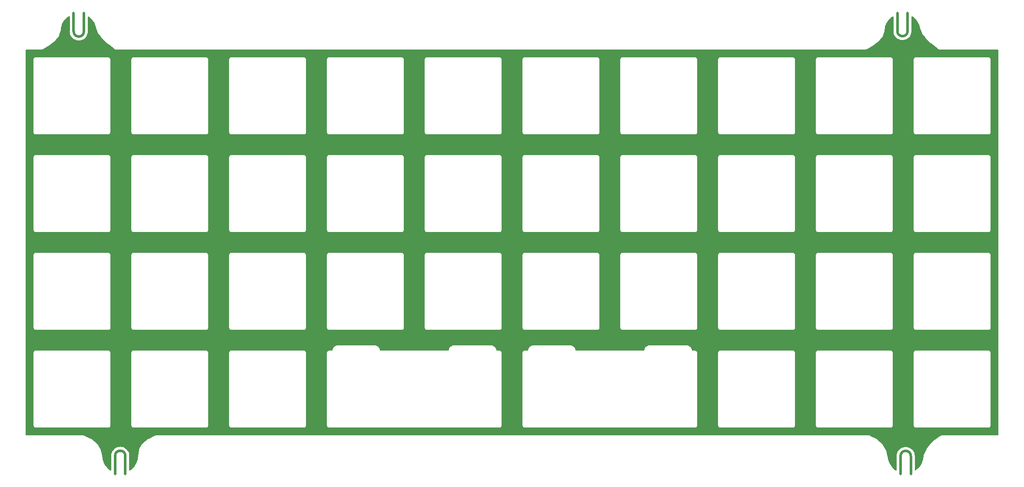
<source format=gbl>
G04 #@! TF.GenerationSoftware,KiCad,Pcbnew,(6.0.0)*
G04 #@! TF.CreationDate,2023-02-08T23:35:55+02:00*
G04 #@! TF.ProjectId,Umo FR4 Plates,556d6f20-4652-4342-9050-6c617465732e,rev?*
G04 #@! TF.SameCoordinates,Original*
G04 #@! TF.FileFunction,Copper,L2,Bot*
G04 #@! TF.FilePolarity,Positive*
%FSLAX46Y46*%
G04 Gerber Fmt 4.6, Leading zero omitted, Abs format (unit mm)*
G04 Created by KiCad (PCBNEW (6.0.0)) date 2023-02-08 23:35:55*
%MOMM*%
%LPD*%
G01*
G04 APERTURE LIST*
G04 #@! TA.AperFunction,EtchedComponent*
%ADD10C,0.500000*%
G04 #@! TD*
G04 APERTURE END LIST*
D10*
X69690000Y-131160000D02*
X69690000Y-127624466D01*
X67690000Y-127624484D02*
X67690000Y-131160000D01*
X69690000Y-127624466D02*
G75*
G03*
X67690000Y-127624502I-1000000J-18D01*
G01*
X220700000Y-127654484D02*
X220700000Y-131190000D01*
X222700000Y-131190000D02*
X222700000Y-127654466D01*
X222700000Y-127654466D02*
G75*
G03*
X220700000Y-127654502I-1000000J-18D01*
G01*
X220070000Y-41300000D02*
X220070000Y-44835534D01*
X222070000Y-44835516D02*
X222070000Y-41300000D01*
X220070000Y-44835534D02*
G75*
G03*
X222070000Y-44835498I1000000J18D01*
G01*
X59620000Y-41370000D02*
X59620000Y-44905534D01*
X61620000Y-44905516D02*
X61620000Y-41370000D01*
X59620000Y-44905534D02*
G75*
G03*
X61620000Y-44905498I1000000J18D01*
G01*
G04 #@! TA.AperFunction,NonConductor*
G36*
X58802482Y-41944165D02*
G01*
X58849795Y-41997099D01*
X58862000Y-42051198D01*
X58862000Y-44843424D01*
X58860774Y-44860958D01*
X58857501Y-44884249D01*
X58857204Y-44905548D01*
X58857764Y-44910539D01*
X58858225Y-44915555D01*
X58875453Y-45156376D01*
X58928911Y-45402098D01*
X58930482Y-45406309D01*
X58930482Y-45406310D01*
X59015199Y-45633430D01*
X59016795Y-45637710D01*
X59137315Y-45858417D01*
X59140013Y-45862021D01*
X59285287Y-46056076D01*
X59288019Y-46059726D01*
X59465838Y-46237539D01*
X59667152Y-46388235D01*
X59887864Y-46508747D01*
X59892082Y-46510320D01*
X59892086Y-46510322D01*
X60119263Y-46595051D01*
X60119268Y-46595053D01*
X60123479Y-46596623D01*
X60369203Y-46650072D01*
X60620032Y-46668007D01*
X60870860Y-46650063D01*
X61116582Y-46596605D01*
X61120794Y-46595034D01*
X61347980Y-46510293D01*
X61347982Y-46510292D01*
X61352194Y-46508721D01*
X61572901Y-46388201D01*
X61655521Y-46326350D01*
X61770612Y-46240191D01*
X61770616Y-46240188D01*
X61774210Y-46237497D01*
X61952023Y-46059678D01*
X62102719Y-45858364D01*
X62223231Y-45637652D01*
X62224806Y-45633430D01*
X62309535Y-45406253D01*
X62309537Y-45406248D01*
X62311107Y-45402037D01*
X62364556Y-45156313D01*
X62369561Y-45086313D01*
X62374446Y-45017995D01*
X62375558Y-45008033D01*
X62375975Y-45005292D01*
X62377308Y-44999844D01*
X62378000Y-44988690D01*
X62378000Y-44972788D01*
X62378321Y-44963802D01*
X62379075Y-44953257D01*
X62379980Y-44944709D01*
X62381947Y-44930710D01*
X62382499Y-44926783D01*
X62382664Y-44914956D01*
X62382741Y-44909440D01*
X62382741Y-44909437D01*
X62382796Y-44905484D01*
X62378786Y-44869740D01*
X62378000Y-44855693D01*
X62378000Y-42121187D01*
X62398002Y-42053066D01*
X62451658Y-42006573D01*
X62521932Y-41996469D01*
X62573173Y-42015873D01*
X62617256Y-42044828D01*
X62627083Y-42051984D01*
X62880080Y-42255604D01*
X62889173Y-42263675D01*
X63121374Y-42490736D01*
X63129646Y-42499646D01*
X63338887Y-42748034D01*
X63346262Y-42757699D01*
X63530585Y-43025089D01*
X63536994Y-43035420D01*
X63694686Y-43319326D01*
X63700070Y-43330226D01*
X63829673Y-43628021D01*
X63833981Y-43639390D01*
X63934279Y-43948285D01*
X63937469Y-43960008D01*
X63952359Y-44027408D01*
X63997673Y-44232520D01*
X63998550Y-44238226D01*
X63998324Y-44242335D01*
X64000367Y-44251075D01*
X64001145Y-44259954D01*
X64002543Y-44268790D01*
X64002675Y-44277769D01*
X64005320Y-44286345D01*
X64005321Y-44286349D01*
X64017616Y-44326211D01*
X64019904Y-44334663D01*
X64022661Y-44346457D01*
X64022662Y-44346459D01*
X64023772Y-44351206D01*
X64025598Y-44355724D01*
X64025599Y-44355727D01*
X64028337Y-44362503D01*
X64031916Y-44372568D01*
X64045566Y-44416819D01*
X64050513Y-44424309D01*
X64050513Y-44424310D01*
X64050785Y-44424722D01*
X64062465Y-44446946D01*
X64349530Y-45157237D01*
X64356135Y-45179107D01*
X64359202Y-45194047D01*
X64363403Y-45201982D01*
X64363404Y-45201984D01*
X64378164Y-45229862D01*
X64382032Y-45238173D01*
X64383232Y-45240626D01*
X64384916Y-45244791D01*
X64396682Y-45265043D01*
X64399086Y-45269377D01*
X64409239Y-45288552D01*
X64409243Y-45288558D01*
X64411519Y-45292857D01*
X64414431Y-45296757D01*
X64417031Y-45300866D01*
X64417007Y-45300881D01*
X64421120Y-45307106D01*
X64439505Y-45338750D01*
X64446009Y-45344932D01*
X64446012Y-45344935D01*
X64453394Y-45351950D01*
X64467551Y-45367893D01*
X64816599Y-45835329D01*
X64986504Y-46062860D01*
X65061063Y-46162708D01*
X65062588Y-46165053D01*
X65063615Y-46167700D01*
X65107336Y-46224692D01*
X65108253Y-46225904D01*
X65123097Y-46245783D01*
X65123101Y-46245788D01*
X65125782Y-46249378D01*
X65127528Y-46251131D01*
X65128459Y-46252274D01*
X65128705Y-46252548D01*
X65131668Y-46256410D01*
X65135189Y-46259770D01*
X65135192Y-46259773D01*
X65153342Y-46277091D01*
X65155610Y-46279310D01*
X65202486Y-46326350D01*
X65207158Y-46328919D01*
X65211650Y-46332728D01*
X66163219Y-47240711D01*
X66168609Y-47246178D01*
X66182471Y-47261122D01*
X66190268Y-47267280D01*
X66199149Y-47274995D01*
X66204086Y-47279706D01*
X66220946Y-47291736D01*
X66221412Y-47292068D01*
X66226323Y-47295757D01*
X66652128Y-47632059D01*
X67508018Y-48308045D01*
X67513308Y-48312463D01*
X67555353Y-48349596D01*
X67563476Y-48353410D01*
X67563481Y-48353413D01*
X67596145Y-48368748D01*
X67605887Y-48373852D01*
X67635082Y-48390811D01*
X67644853Y-48396487D01*
X67654608Y-48398893D01*
X67677981Y-48407171D01*
X67687073Y-48411439D01*
X67695935Y-48412819D01*
X67695939Y-48412820D01*
X67731600Y-48418372D01*
X67742381Y-48420536D01*
X67777419Y-48429176D01*
X67777420Y-48429176D01*
X67786135Y-48431325D01*
X67846244Y-48428755D01*
X67851625Y-48428640D01*
X213772746Y-48428640D01*
X213797874Y-48431171D01*
X213806773Y-48432983D01*
X213815719Y-48432233D01*
X213853327Y-48429080D01*
X213863854Y-48428640D01*
X213873306Y-48428640D01*
X213890457Y-48426184D01*
X213897769Y-48425354D01*
X213916233Y-48423806D01*
X213942837Y-48421576D01*
X213942839Y-48421575D01*
X213951779Y-48420826D01*
X213960152Y-48417597D01*
X213966107Y-48416228D01*
X213971990Y-48414507D01*
X213980874Y-48413235D01*
X214030193Y-48390811D01*
X214036991Y-48387957D01*
X214056094Y-48380589D01*
X214060313Y-48378159D01*
X214060321Y-48378155D01*
X214063661Y-48376231D01*
X214074402Y-48370711D01*
X214105171Y-48356721D01*
X214105172Y-48356720D01*
X214113339Y-48353007D01*
X214120134Y-48347153D01*
X214120136Y-48347151D01*
X214123190Y-48344519D01*
X214142545Y-48330792D01*
X215155210Y-47747480D01*
X215413011Y-47598982D01*
X215414233Y-47598288D01*
X215444112Y-47581523D01*
X215444123Y-47581516D01*
X215448355Y-47579141D01*
X215450828Y-47577199D01*
X215450862Y-47577179D01*
X215536383Y-47510139D01*
X215536558Y-47509894D01*
X215536821Y-47509656D01*
X215591194Y-47466950D01*
X216441473Y-46799108D01*
X216461147Y-46786421D01*
X216465445Y-46784185D01*
X216473410Y-46780041D01*
X216503697Y-46751011D01*
X216513057Y-46742883D01*
X216513329Y-46742670D01*
X216513332Y-46742667D01*
X216516854Y-46739901D01*
X216532082Y-46723967D01*
X216535933Y-46720111D01*
X216554125Y-46702674D01*
X216557081Y-46698803D01*
X216558380Y-46697349D01*
X216565673Y-46688820D01*
X216585728Y-46667836D01*
X216585730Y-46667834D01*
X216591933Y-46661343D01*
X216597776Y-46650072D01*
X216600099Y-46645591D01*
X216611816Y-46627117D01*
X216900236Y-46249378D01*
X217189698Y-45870276D01*
X217196973Y-45861589D01*
X217227131Y-45828715D01*
X217245213Y-45792021D01*
X217252011Y-45778226D01*
X217255061Y-45772423D01*
X217282510Y-45723337D01*
X217293356Y-45676032D01*
X217295924Y-45666546D01*
X217538381Y-44892076D01*
X217547185Y-44870925D01*
X217554309Y-44857424D01*
X217560945Y-44824862D01*
X217562497Y-44817249D01*
X217564767Y-44808439D01*
X217565397Y-44805776D01*
X217566734Y-44801506D01*
X217570383Y-44779055D01*
X217571289Y-44774108D01*
X217571429Y-44773424D01*
X217583369Y-44714841D01*
X217582675Y-44706541D01*
X217582833Y-44702474D01*
X217584170Y-44694248D01*
X217583066Y-44685344D01*
X217583236Y-44676362D01*
X217583274Y-44676363D01*
X217583060Y-44660769D01*
X217610889Y-44371606D01*
X217612689Y-44359305D01*
X217676916Y-44033512D01*
X217679919Y-44021450D01*
X217775935Y-43703572D01*
X217780112Y-43691864D01*
X217844590Y-43535908D01*
X217906992Y-43384975D01*
X217912293Y-43373757D01*
X218068788Y-43080876D01*
X218075177Y-43070219D01*
X218236342Y-42829218D01*
X218259772Y-42794182D01*
X218267170Y-42784220D01*
X218478081Y-42527697D01*
X218486431Y-42518507D01*
X218721562Y-42284045D01*
X218730786Y-42275712D01*
X218730799Y-42275702D01*
X218987895Y-42065545D01*
X218997893Y-42058165D01*
X219116258Y-41979499D01*
X219184063Y-41958452D01*
X219252483Y-41977404D01*
X219299795Y-42030339D01*
X219312000Y-42084437D01*
X219312000Y-44773424D01*
X219310774Y-44790958D01*
X219307501Y-44814249D01*
X219307204Y-44835548D01*
X219307764Y-44840539D01*
X219308225Y-44845555D01*
X219325453Y-45086376D01*
X219378911Y-45332098D01*
X219380482Y-45336309D01*
X219380482Y-45336310D01*
X219465199Y-45563430D01*
X219466795Y-45567710D01*
X219587315Y-45788417D01*
X219590013Y-45792021D01*
X219735287Y-45986076D01*
X219738019Y-45989726D01*
X219915838Y-46167539D01*
X220117152Y-46318235D01*
X220337864Y-46438747D01*
X220342082Y-46440320D01*
X220342086Y-46440322D01*
X220569263Y-46525051D01*
X220569268Y-46525053D01*
X220573479Y-46526623D01*
X220819203Y-46580072D01*
X221070032Y-46598007D01*
X221320860Y-46580063D01*
X221566582Y-46526605D01*
X221610314Y-46510293D01*
X221797980Y-46440293D01*
X221797982Y-46440292D01*
X221802194Y-46438721D01*
X222022901Y-46318201D01*
X222074851Y-46279310D01*
X222220612Y-46170191D01*
X222220616Y-46170188D01*
X222224210Y-46167497D01*
X222402023Y-45989678D01*
X222552719Y-45788364D01*
X222673231Y-45567652D01*
X222734977Y-45402098D01*
X222759535Y-45336253D01*
X222759537Y-45336248D01*
X222761107Y-45332037D01*
X222814556Y-45086313D01*
X222824446Y-44947995D01*
X222825558Y-44938033D01*
X222825975Y-44935292D01*
X222827308Y-44929844D01*
X222828000Y-44918690D01*
X222828000Y-44902788D01*
X222828321Y-44893802D01*
X222829075Y-44883257D01*
X222829980Y-44874709D01*
X222831947Y-44860710D01*
X222832499Y-44856783D01*
X222832685Y-44843424D01*
X222832741Y-44839440D01*
X222832741Y-44839437D01*
X222832796Y-44835484D01*
X222828786Y-44799740D01*
X222828000Y-44785693D01*
X222828000Y-42088347D01*
X222848002Y-42020226D01*
X222901658Y-41973733D01*
X222971932Y-41963629D01*
X223023172Y-41983032D01*
X223117256Y-42044828D01*
X223127063Y-42051969D01*
X223380087Y-42255610D01*
X223389173Y-42263676D01*
X223621379Y-42490742D01*
X223629651Y-42499652D01*
X223838883Y-42748030D01*
X223846258Y-42757695D01*
X224030585Y-43025090D01*
X224036994Y-43035421D01*
X224194687Y-43319327D01*
X224200071Y-43330227D01*
X224329674Y-43628022D01*
X224333982Y-43639390D01*
X224434279Y-43948285D01*
X224434279Y-43948286D01*
X224437469Y-43960009D01*
X224461517Y-44068861D01*
X224497673Y-44232520D01*
X224498550Y-44238226D01*
X224498324Y-44242335D01*
X224500367Y-44251075D01*
X224501146Y-44259964D01*
X224502543Y-44268793D01*
X224502675Y-44277770D01*
X224517617Y-44326211D01*
X224519904Y-44334659D01*
X224523772Y-44351206D01*
X224525598Y-44355723D01*
X224525598Y-44355724D01*
X224528336Y-44362498D01*
X224531913Y-44372554D01*
X224545566Y-44416819D01*
X224550514Y-44424311D01*
X224550785Y-44424722D01*
X224562465Y-44446946D01*
X224849530Y-45157237D01*
X224856135Y-45179107D01*
X224859202Y-45194047D01*
X224863403Y-45201982D01*
X224863404Y-45201984D01*
X224878164Y-45229862D01*
X224882032Y-45238173D01*
X224883232Y-45240626D01*
X224884916Y-45244791D01*
X224896682Y-45265043D01*
X224899086Y-45269377D01*
X224909239Y-45288552D01*
X224909243Y-45288558D01*
X224911519Y-45292857D01*
X224914431Y-45296757D01*
X224917031Y-45300866D01*
X224917007Y-45300881D01*
X224921120Y-45307106D01*
X224939505Y-45338750D01*
X224946009Y-45344932D01*
X224946012Y-45344935D01*
X224953394Y-45351950D01*
X224967551Y-45367893D01*
X225316599Y-45835329D01*
X225486504Y-46062860D01*
X225561063Y-46162708D01*
X225562588Y-46165053D01*
X225563615Y-46167700D01*
X225607336Y-46224692D01*
X225608253Y-46225904D01*
X225623097Y-46245783D01*
X225623101Y-46245788D01*
X225625782Y-46249378D01*
X225627528Y-46251131D01*
X225628459Y-46252274D01*
X225628705Y-46252548D01*
X225631668Y-46256410D01*
X225635189Y-46259770D01*
X225635192Y-46259773D01*
X225653342Y-46277091D01*
X225655610Y-46279310D01*
X225702486Y-46326350D01*
X225707158Y-46328919D01*
X225711650Y-46332728D01*
X226663219Y-47240711D01*
X226668609Y-47246178D01*
X226682471Y-47261122D01*
X226690268Y-47267280D01*
X226699149Y-47274995D01*
X226704086Y-47279706D01*
X226720946Y-47291736D01*
X226721412Y-47292068D01*
X226726323Y-47295757D01*
X227152128Y-47632059D01*
X228008018Y-48308045D01*
X228013308Y-48312463D01*
X228055353Y-48349596D01*
X228063476Y-48353410D01*
X228063481Y-48353413D01*
X228096145Y-48368748D01*
X228105887Y-48373852D01*
X228135082Y-48390811D01*
X228144853Y-48396487D01*
X228154608Y-48398893D01*
X228177981Y-48407171D01*
X228187073Y-48411439D01*
X228195935Y-48412819D01*
X228195939Y-48412820D01*
X228231600Y-48418372D01*
X228242381Y-48420536D01*
X228277419Y-48429176D01*
X228277420Y-48429176D01*
X228286135Y-48431325D01*
X228346244Y-48428755D01*
X228351625Y-48428640D01*
X239629761Y-48428640D01*
X239697882Y-48448642D01*
X239744375Y-48502298D01*
X239755761Y-48554640D01*
X239755761Y-123486640D01*
X239735759Y-123554761D01*
X239682103Y-123601254D01*
X239629761Y-123612640D01*
X228930296Y-123612640D01*
X228911281Y-123611197D01*
X228895534Y-123608793D01*
X228886658Y-123607438D01*
X228849181Y-123612452D01*
X228847343Y-123612640D01*
X228845433Y-123612640D01*
X228812706Y-123617327D01*
X228811754Y-123617458D01*
X228742427Y-123626733D01*
X228740234Y-123627706D01*
X228737865Y-123628045D01*
X228730319Y-123631476D01*
X228730315Y-123631477D01*
X228674371Y-123656913D01*
X228673310Y-123657390D01*
X228640224Y-123672066D01*
X228638617Y-123673101D01*
X228636950Y-123673928D01*
X228605400Y-123688273D01*
X228583562Y-123707090D01*
X228569521Y-123717578D01*
X228253508Y-123921001D01*
X227565556Y-124363847D01*
X227555138Y-124370553D01*
X227552362Y-124372099D01*
X227549330Y-124373044D01*
X227529651Y-124386122D01*
X227490290Y-124412280D01*
X227488752Y-124413286D01*
X227468065Y-124426603D01*
X227468061Y-124426606D01*
X227464297Y-124429029D01*
X227462183Y-124430861D01*
X227460510Y-124432043D01*
X227460265Y-124432234D01*
X227456212Y-124434928D01*
X227434337Y-124454943D01*
X227431914Y-124457100D01*
X227382187Y-124500206D01*
X227379124Y-124504962D01*
X227374674Y-124509532D01*
X227303854Y-124574330D01*
X226566279Y-125249182D01*
X226557016Y-125255904D01*
X226557418Y-125256425D01*
X226550309Y-125261907D01*
X226542494Y-125266325D01*
X226536234Y-125272759D01*
X226504095Y-125305790D01*
X226498844Y-125310882D01*
X226495300Y-125314125D01*
X226486046Y-125322592D01*
X226480204Y-125329705D01*
X226473156Y-125337588D01*
X226464525Y-125346459D01*
X226461706Y-125350431D01*
X226454850Y-125360090D01*
X226449480Y-125367119D01*
X226417083Y-125406570D01*
X226413562Y-125414828D01*
X226408905Y-125422504D01*
X226408791Y-125422435D01*
X226402054Y-125434475D01*
X226382895Y-125461468D01*
X225794967Y-126289809D01*
X225792669Y-126293046D01*
X225785016Y-126302778D01*
X225785011Y-126302784D01*
X225778216Y-126308660D01*
X225773345Y-126316205D01*
X225773344Y-126316206D01*
X225745809Y-126358856D01*
X225742704Y-126363441D01*
X225730200Y-126381059D01*
X225728147Y-126385052D01*
X225728038Y-126385263D01*
X225721845Y-126395976D01*
X225720216Y-126398499D01*
X225720213Y-126398505D01*
X225717574Y-126402592D01*
X225715596Y-126407035D01*
X225715594Y-126407039D01*
X225709018Y-126421812D01*
X225705959Y-126428195D01*
X225680503Y-126477694D01*
X225678803Y-126486508D01*
X225675871Y-126494991D01*
X225675163Y-126494746D01*
X225671848Y-126505312D01*
X225223715Y-127512005D01*
X225222498Y-127514738D01*
X225218824Y-127522300D01*
X225198656Y-127560520D01*
X225194464Y-127568465D01*
X225192672Y-127577260D01*
X225192671Y-127577261D01*
X225184714Y-127616301D01*
X225182469Y-127625521D01*
X225169138Y-127672487D01*
X225169209Y-127681468D01*
X225168201Y-127688926D01*
X225167636Y-127694759D01*
X225167195Y-127702252D01*
X225165402Y-127711048D01*
X225166150Y-127719993D01*
X225166150Y-127719996D01*
X225167021Y-127730414D01*
X225166880Y-127752987D01*
X225156543Y-127860383D01*
X225137881Y-128054273D01*
X225136082Y-128066572D01*
X225071850Y-128392379D01*
X225068851Y-128404427D01*
X224972823Y-128722334D01*
X224968656Y-128734013D01*
X224904134Y-128890071D01*
X224841781Y-129040885D01*
X224836471Y-129052124D01*
X224679976Y-129345001D01*
X224673590Y-129355652D01*
X224512415Y-129596666D01*
X224488997Y-129631684D01*
X224481586Y-129641663D01*
X224353166Y-129797855D01*
X224270687Y-129898171D01*
X224262339Y-129907360D01*
X224234458Y-129935161D01*
X224027192Y-130141836D01*
X224017972Y-130150164D01*
X223771717Y-130351457D01*
X223760878Y-130360317D01*
X223750877Y-130367700D01*
X223653742Y-130432256D01*
X223585937Y-130453303D01*
X223517517Y-130434351D01*
X223470205Y-130381416D01*
X223458000Y-130327318D01*
X223458000Y-127716576D01*
X223459226Y-127699042D01*
X223460460Y-127690260D01*
X223462499Y-127675751D01*
X223462796Y-127654452D01*
X223462236Y-127649461D01*
X223461773Y-127644424D01*
X223461585Y-127641788D01*
X223444547Y-127403624D01*
X223391089Y-127157902D01*
X223378328Y-127123690D01*
X223304777Y-126926504D01*
X223304776Y-126926502D01*
X223303205Y-126922290D01*
X223182685Y-126701583D01*
X223153645Y-126662792D01*
X223034675Y-126503872D01*
X223034672Y-126503868D01*
X223031981Y-126500274D01*
X222854162Y-126322461D01*
X222652848Y-126171765D01*
X222432136Y-126051253D01*
X222427918Y-126049680D01*
X222427914Y-126049678D01*
X222200737Y-125964949D01*
X222200732Y-125964947D01*
X222196521Y-125963377D01*
X221950797Y-125909928D01*
X221699968Y-125891993D01*
X221449140Y-125909937D01*
X221203418Y-125963395D01*
X221199207Y-125964966D01*
X221199206Y-125964966D01*
X221042516Y-126023412D01*
X220967806Y-126051279D01*
X220747099Y-126171799D01*
X220743495Y-126174497D01*
X220549388Y-126319809D01*
X220549384Y-126319812D01*
X220545790Y-126322503D01*
X220367977Y-126500322D01*
X220217281Y-126701636D01*
X220096769Y-126922348D01*
X220095196Y-126926566D01*
X220095194Y-126926570D01*
X220010487Y-127153690D01*
X220008893Y-127157963D01*
X219955444Y-127403687D01*
X219955123Y-127408177D01*
X219945554Y-127542005D01*
X219944442Y-127551967D01*
X219944025Y-127554708D01*
X219942692Y-127560156D01*
X219942345Y-127565756D01*
X219942177Y-127568465D01*
X219942000Y-127571310D01*
X219942000Y-127587212D01*
X219941679Y-127596198D01*
X219940925Y-127606743D01*
X219940020Y-127615291D01*
X219939284Y-127620528D01*
X219937501Y-127633217D01*
X219937353Y-127643830D01*
X219937260Y-127650528D01*
X219937204Y-127654516D01*
X219938834Y-127669042D01*
X219941214Y-127690260D01*
X219942000Y-127704307D01*
X219942000Y-130351457D01*
X219921998Y-130419578D01*
X219868342Y-130466071D01*
X219798068Y-130476175D01*
X219746828Y-130456772D01*
X219631517Y-130381034D01*
X219621701Y-130373886D01*
X219368683Y-130170250D01*
X219359614Y-130162200D01*
X219127402Y-129935131D01*
X219119135Y-129926227D01*
X218909893Y-129677841D01*
X218902518Y-129668176D01*
X218884242Y-129641663D01*
X218718192Y-129400784D01*
X218711783Y-129390453D01*
X218554090Y-129106550D01*
X218548706Y-129095649D01*
X218419103Y-128797857D01*
X218414795Y-128786489D01*
X218314496Y-128477598D01*
X218311304Y-128465867D01*
X218249218Y-128184847D01*
X218246265Y-128159522D01*
X218246229Y-128157094D01*
X218246097Y-128148118D01*
X218232991Y-128105628D01*
X218230125Y-128094584D01*
X218155459Y-127741802D01*
X218024635Y-127123690D01*
X217951159Y-126776534D01*
X217948694Y-126758625D01*
X217947495Y-126740200D01*
X217946912Y-126731237D01*
X217934793Y-126697979D01*
X217934234Y-126696446D01*
X217934162Y-126696224D01*
X217934104Y-126695953D01*
X217922027Y-126662951D01*
X217908630Y-126626189D01*
X217908489Y-126625935D01*
X217908407Y-126625734D01*
X217896760Y-126593906D01*
X217878144Y-126568656D01*
X217869230Y-126554736D01*
X217824670Y-126473924D01*
X217266390Y-125461468D01*
X217261192Y-125450902D01*
X217247404Y-125419215D01*
X217247400Y-125419208D01*
X217243819Y-125410979D01*
X217207115Y-125366952D01*
X217203327Y-125362177D01*
X217168813Y-125316412D01*
X217130732Y-125288050D01*
X217122787Y-125281615D01*
X216165657Y-124439765D01*
X216150621Y-124424038D01*
X216139328Y-124409972D01*
X216108412Y-124388371D01*
X216103846Y-124384787D01*
X216103761Y-124384899D01*
X216100191Y-124382184D01*
X216096831Y-124379229D01*
X216087374Y-124373044D01*
X216074907Y-124364890D01*
X216071711Y-124362729D01*
X216057941Y-124353109D01*
X216047676Y-124345937D01*
X216043294Y-124343791D01*
X216039209Y-124341383D01*
X216034228Y-124338288D01*
X216013400Y-124324667D01*
X216013399Y-124324666D01*
X216005887Y-124319754D01*
X215984873Y-124313376D01*
X215966056Y-124305968D01*
X214720072Y-123695818D01*
X214716937Y-123694031D01*
X214714280Y-123691684D01*
X214650867Y-123661911D01*
X214649070Y-123661050D01*
X214638226Y-123655739D01*
X214627201Y-123650340D01*
X214627197Y-123650338D01*
X214623163Y-123648363D01*
X214620153Y-123647389D01*
X214617046Y-123646033D01*
X214582560Y-123629841D01*
X214573692Y-123628460D01*
X214573691Y-123628460D01*
X214560471Y-123626402D01*
X214541045Y-123621776D01*
X214528321Y-123617656D01*
X214528320Y-123617656D01*
X214519781Y-123614891D01*
X214486447Y-123613936D01*
X214485575Y-123613911D01*
X214479462Y-123613587D01*
X214476888Y-123613388D01*
X214472085Y-123612640D01*
X214443000Y-123612640D01*
X214439392Y-123612588D01*
X214383304Y-123610981D01*
X214383303Y-123610981D01*
X214374327Y-123610724D01*
X214368504Y-123612247D01*
X214361598Y-123612640D01*
X75889299Y-123612640D01*
X75887445Y-123612626D01*
X75825612Y-123611716D01*
X75825611Y-123611716D01*
X75816631Y-123611584D01*
X75785515Y-123620188D01*
X75769821Y-123623468D01*
X75737865Y-123628045D01*
X75657402Y-123664629D01*
X75282057Y-123834162D01*
X74295865Y-124279597D01*
X74272034Y-124287589D01*
X74271904Y-124287639D01*
X74263154Y-124289622D01*
X74255312Y-124293982D01*
X74255309Y-124293983D01*
X74222188Y-124312397D01*
X74212829Y-124317102D01*
X74210141Y-124318317D01*
X74204073Y-124321057D01*
X74200294Y-124323461D01*
X74200286Y-124323465D01*
X74189583Y-124330273D01*
X74183189Y-124334079D01*
X74169692Y-124341583D01*
X74169688Y-124341585D01*
X74165435Y-124343950D01*
X74158420Y-124349416D01*
X74148608Y-124356334D01*
X74119954Y-124374558D01*
X74119949Y-124374562D01*
X74112382Y-124379375D01*
X74103915Y-124389032D01*
X74086612Y-124405360D01*
X73110481Y-125165859D01*
X73104727Y-125170085D01*
X73066463Y-125196556D01*
X73066461Y-125196558D01*
X73059077Y-125201666D01*
X73053428Y-125208636D01*
X73053425Y-125208639D01*
X73030358Y-125237102D01*
X73023216Y-125245181D01*
X72991580Y-125278023D01*
X72987419Y-125285973D01*
X72963942Y-125330827D01*
X72961238Y-125335725D01*
X72902280Y-125437130D01*
X72397258Y-126305746D01*
X72394559Y-126310176D01*
X72361929Y-126361305D01*
X72359419Y-126369920D01*
X72350528Y-126400434D01*
X72346363Y-126412438D01*
X72331081Y-126450215D01*
X72325697Y-126503924D01*
X72324605Y-126514822D01*
X72324187Y-126518455D01*
X72244515Y-127132297D01*
X72176967Y-127652726D01*
X72175476Y-127661675D01*
X72173415Y-127671788D01*
X72165392Y-127711144D01*
X72166140Y-127720090D01*
X72167011Y-127730510D01*
X72166869Y-127753082D01*
X72137862Y-128054365D01*
X72136063Y-128066658D01*
X72115207Y-128172431D01*
X72071826Y-128392445D01*
X72068823Y-128404507D01*
X71972799Y-128722376D01*
X71968622Y-128734083D01*
X71841745Y-129040946D01*
X71836436Y-129052181D01*
X71807384Y-129106550D01*
X71679942Y-129345044D01*
X71673554Y-129355698D01*
X71643366Y-129400839D01*
X71488961Y-129631721D01*
X71481550Y-129641700D01*
X71270656Y-129898193D01*
X71262297Y-129907393D01*
X71027170Y-130141845D01*
X71017948Y-130150176D01*
X70760834Y-130360342D01*
X70750854Y-130367708D01*
X70730229Y-130381416D01*
X70643742Y-130438895D01*
X70575937Y-130459942D01*
X70507516Y-130440989D01*
X70460204Y-130388055D01*
X70448000Y-130333957D01*
X70448000Y-127686576D01*
X70449226Y-127669042D01*
X70451947Y-127649678D01*
X70452499Y-127645751D01*
X70452796Y-127624452D01*
X70452236Y-127619461D01*
X70451773Y-127614424D01*
X70451535Y-127611085D01*
X70434547Y-127373624D01*
X70381089Y-127127902D01*
X70302923Y-126918343D01*
X70294777Y-126896504D01*
X70294776Y-126896502D01*
X70293205Y-126892290D01*
X70172685Y-126671583D01*
X70120842Y-126602332D01*
X70024675Y-126473872D01*
X70024672Y-126473868D01*
X70021981Y-126470274D01*
X69976753Y-126425047D01*
X69861901Y-126310199D01*
X69844162Y-126292461D01*
X69642848Y-126141765D01*
X69422136Y-126021253D01*
X69417918Y-126019680D01*
X69417914Y-126019678D01*
X69190737Y-125934949D01*
X69190732Y-125934947D01*
X69186521Y-125933377D01*
X68940797Y-125879928D01*
X68689968Y-125861993D01*
X68439140Y-125879937D01*
X68193418Y-125933395D01*
X68189207Y-125934966D01*
X68189206Y-125934966D01*
X67985428Y-126010976D01*
X67957806Y-126021279D01*
X67737099Y-126141799D01*
X67733495Y-126144497D01*
X67539388Y-126289809D01*
X67539384Y-126289812D01*
X67535790Y-126292503D01*
X67532611Y-126295682D01*
X67518095Y-126310199D01*
X67357977Y-126470322D01*
X67207281Y-126671636D01*
X67086769Y-126892348D01*
X67085196Y-126896566D01*
X67085194Y-126896570D01*
X67000487Y-127123690D01*
X66998893Y-127127963D01*
X66945444Y-127373687D01*
X66945123Y-127378177D01*
X66935554Y-127512005D01*
X66934442Y-127521967D01*
X66934025Y-127524708D01*
X66932692Y-127530156D01*
X66932000Y-127541310D01*
X66932000Y-127557212D01*
X66931679Y-127566198D01*
X66930925Y-127576743D01*
X66930020Y-127585291D01*
X66927501Y-127603217D01*
X66927446Y-127607178D01*
X66927260Y-127620528D01*
X66927204Y-127624516D01*
X66929586Y-127645751D01*
X66931214Y-127660260D01*
X66932000Y-127674307D01*
X66932000Y-130344890D01*
X66911998Y-130413011D01*
X66858342Y-130459504D01*
X66788068Y-130469608D01*
X66736829Y-130450205D01*
X66631545Y-130381054D01*
X66621718Y-130373898D01*
X66461613Y-130245044D01*
X66368709Y-130170274D01*
X66359637Y-130162221D01*
X66127425Y-129935156D01*
X66119158Y-129926252D01*
X65909929Y-129677888D01*
X65902554Y-129668224D01*
X65718226Y-129400839D01*
X65711816Y-129390508D01*
X65711786Y-129390453D01*
X65554116Y-129106607D01*
X65548734Y-129095710D01*
X65419130Y-128797931D01*
X65414822Y-128786564D01*
X65395913Y-128728333D01*
X65314516Y-128477674D01*
X65311325Y-128465948D01*
X65295070Y-128392379D01*
X65249235Y-128184944D01*
X65246281Y-128159616D01*
X65246245Y-128157191D01*
X65246113Y-128148212D01*
X65233827Y-128108388D01*
X65230740Y-128096277D01*
X64961004Y-126765491D01*
X64958725Y-126748107D01*
X64957520Y-126728292D01*
X64956976Y-126719336D01*
X64932554Y-126651418D01*
X64915067Y-126602332D01*
X64911460Y-126592206D01*
X64911459Y-126592204D01*
X64908448Y-126583752D01*
X64897525Y-126568667D01*
X64889243Y-126557228D01*
X64880703Y-126543701D01*
X64279238Y-125441821D01*
X64274522Y-125432237D01*
X64259463Y-125398043D01*
X64259462Y-125398042D01*
X64255844Y-125389826D01*
X64230832Y-125360090D01*
X64220730Y-125348081D01*
X64216233Y-125342412D01*
X64188959Y-125305925D01*
X64183583Y-125298733D01*
X64176406Y-125293340D01*
X64176403Y-125293337D01*
X64143368Y-125268514D01*
X64136271Y-125262767D01*
X63172322Y-124422436D01*
X63157767Y-124407449D01*
X63150611Y-124398739D01*
X63150609Y-124398737D01*
X63144910Y-124391801D01*
X63137494Y-124386744D01*
X63137489Y-124386739D01*
X63113743Y-124370545D01*
X63108893Y-124367067D01*
X63108260Y-124366590D01*
X63104881Y-124363644D01*
X63101124Y-124361211D01*
X63101118Y-124361206D01*
X63081087Y-124348232D01*
X63078598Y-124346577D01*
X63056567Y-124331553D01*
X63056556Y-124331547D01*
X63052540Y-124328808D01*
X63048270Y-124326777D01*
X63042863Y-124323476D01*
X63039129Y-124321057D01*
X63036277Y-124319210D01*
X63021209Y-124309450D01*
X63021205Y-124309448D01*
X63013675Y-124304571D01*
X63005074Y-124302002D01*
X62990521Y-124297655D01*
X62972452Y-124290707D01*
X62401829Y-124019233D01*
X61716164Y-123693028D01*
X61715167Y-123692467D01*
X61714280Y-123691684D01*
X61642700Y-123658077D01*
X61642188Y-123657835D01*
X61619994Y-123647276D01*
X61619993Y-123647276D01*
X61617810Y-123646237D01*
X61616962Y-123645973D01*
X61616460Y-123645757D01*
X61582560Y-123629841D01*
X61556905Y-123625846D01*
X61538840Y-123621651D01*
X61522628Y-123616604D01*
X61522624Y-123616603D01*
X61514056Y-123613936D01*
X61479051Y-123613329D01*
X61475404Y-123613157D01*
X61472085Y-123612640D01*
X61440347Y-123612640D01*
X61438164Y-123612621D01*
X61368564Y-123611415D01*
X61364960Y-123612401D01*
X61361141Y-123612640D01*
X50397761Y-123612640D01*
X50329640Y-123592638D01*
X50283147Y-123538982D01*
X50271761Y-123486640D01*
X50271761Y-121560009D01*
X51776775Y-121560009D01*
X51778571Y-121572548D01*
X51784447Y-121613579D01*
X51784927Y-121617330D01*
X51792549Y-121684958D01*
X51794887Y-121691638D01*
X51796378Y-121698171D01*
X51796711Y-121699203D01*
X51797404Y-121704044D01*
X51797406Y-121704049D01*
X51797407Y-121704054D01*
X51799652Y-121708991D01*
X51799653Y-121708995D01*
X51802971Y-121716292D01*
X51807200Y-121726828D01*
X51834079Y-121803642D01*
X51900978Y-121910109D01*
X51989889Y-121999020D01*
X52096356Y-122065919D01*
X52103036Y-122068256D01*
X52103035Y-122068256D01*
X52159631Y-122088060D01*
X52172958Y-122093599D01*
X52176729Y-122095426D01*
X52176733Y-122095427D01*
X52183952Y-122098925D01*
X52187078Y-122099451D01*
X52189947Y-122100798D01*
X52197873Y-122102032D01*
X52198944Y-122102374D01*
X52201187Y-122102903D01*
X52205628Y-122104261D01*
X52207910Y-122105009D01*
X52208360Y-122105112D01*
X52215040Y-122107449D01*
X52222070Y-122108241D01*
X52222073Y-122108242D01*
X52270897Y-122113744D01*
X52277686Y-122114697D01*
X52327450Y-122123070D01*
X52333831Y-122123148D01*
X52335124Y-122123164D01*
X52335129Y-122123164D01*
X52339989Y-122123223D01*
X52361170Y-122120190D01*
X52367589Y-122119271D01*
X52385449Y-122117999D01*
X66186802Y-122117999D01*
X66207704Y-122119745D01*
X66222670Y-122122263D01*
X66222676Y-122122264D01*
X66227470Y-122123070D01*
X66233851Y-122123148D01*
X66235150Y-122123164D01*
X66235154Y-122123164D01*
X66240009Y-122123223D01*
X66258171Y-122120622D01*
X66293579Y-122115551D01*
X66297330Y-122115071D01*
X66357922Y-122108242D01*
X66364958Y-122107449D01*
X66371638Y-122105111D01*
X66378171Y-122103620D01*
X66379203Y-122103287D01*
X66384044Y-122102594D01*
X66384049Y-122102592D01*
X66384054Y-122102591D01*
X66388991Y-122100346D01*
X66388995Y-122100345D01*
X66396292Y-122097027D01*
X66406828Y-122092798D01*
X66476966Y-122068255D01*
X66483642Y-122065919D01*
X66590109Y-121999020D01*
X66679020Y-121910109D01*
X66745919Y-121803642D01*
X66768060Y-121740366D01*
X66773599Y-121727040D01*
X66775426Y-121723269D01*
X66775427Y-121723265D01*
X66778925Y-121716046D01*
X66779451Y-121712920D01*
X66780798Y-121710051D01*
X66782032Y-121702125D01*
X66782374Y-121701054D01*
X66782903Y-121698811D01*
X66784261Y-121694370D01*
X66785009Y-121692088D01*
X66785112Y-121691638D01*
X66787449Y-121684958D01*
X66788243Y-121677920D01*
X66793744Y-121629101D01*
X66794698Y-121622304D01*
X66802261Y-121577354D01*
X66803070Y-121572548D01*
X66803223Y-121560009D01*
X70826775Y-121560009D01*
X70828571Y-121572548D01*
X70834447Y-121613579D01*
X70834927Y-121617330D01*
X70842549Y-121684958D01*
X70844887Y-121691638D01*
X70846378Y-121698171D01*
X70846711Y-121699203D01*
X70847404Y-121704044D01*
X70847406Y-121704049D01*
X70847407Y-121704054D01*
X70849652Y-121708991D01*
X70849653Y-121708995D01*
X70852971Y-121716292D01*
X70857200Y-121726828D01*
X70884079Y-121803642D01*
X70950978Y-121910109D01*
X71039889Y-121999020D01*
X71146356Y-122065919D01*
X71153036Y-122068256D01*
X71153035Y-122068256D01*
X71209631Y-122088060D01*
X71222958Y-122093599D01*
X71226729Y-122095426D01*
X71226733Y-122095427D01*
X71233952Y-122098925D01*
X71237078Y-122099451D01*
X71239947Y-122100798D01*
X71247873Y-122102032D01*
X71248944Y-122102374D01*
X71251187Y-122102903D01*
X71255628Y-122104261D01*
X71257910Y-122105009D01*
X71258360Y-122105112D01*
X71265040Y-122107449D01*
X71272070Y-122108241D01*
X71272073Y-122108242D01*
X71320897Y-122113744D01*
X71327686Y-122114697D01*
X71377450Y-122123070D01*
X71383831Y-122123148D01*
X71385124Y-122123164D01*
X71385129Y-122123164D01*
X71389989Y-122123223D01*
X71411170Y-122120190D01*
X71417589Y-122119271D01*
X71435449Y-122117999D01*
X85236802Y-122117999D01*
X85257704Y-122119745D01*
X85272670Y-122122263D01*
X85272676Y-122122264D01*
X85277470Y-122123070D01*
X85283851Y-122123148D01*
X85285150Y-122123164D01*
X85285154Y-122123164D01*
X85290009Y-122123223D01*
X85308171Y-122120622D01*
X85343579Y-122115551D01*
X85347330Y-122115071D01*
X85407922Y-122108242D01*
X85414958Y-122107449D01*
X85421638Y-122105111D01*
X85428171Y-122103620D01*
X85429203Y-122103287D01*
X85434044Y-122102594D01*
X85434049Y-122102592D01*
X85434054Y-122102591D01*
X85438991Y-122100346D01*
X85438995Y-122100345D01*
X85446292Y-122097027D01*
X85456828Y-122092798D01*
X85526966Y-122068255D01*
X85533642Y-122065919D01*
X85640109Y-121999020D01*
X85729020Y-121910109D01*
X85795919Y-121803642D01*
X85818060Y-121740366D01*
X85823599Y-121727040D01*
X85825426Y-121723269D01*
X85825427Y-121723265D01*
X85828925Y-121716046D01*
X85829451Y-121712920D01*
X85830798Y-121710051D01*
X85832032Y-121702125D01*
X85832374Y-121701054D01*
X85832903Y-121698811D01*
X85834261Y-121694370D01*
X85835009Y-121692088D01*
X85835112Y-121691638D01*
X85837449Y-121684958D01*
X85838243Y-121677920D01*
X85843744Y-121629101D01*
X85844698Y-121622304D01*
X85852261Y-121577354D01*
X85853070Y-121572548D01*
X85853223Y-121560009D01*
X89876775Y-121560009D01*
X89878571Y-121572548D01*
X89884447Y-121613579D01*
X89884927Y-121617330D01*
X89892549Y-121684958D01*
X89894887Y-121691638D01*
X89896378Y-121698171D01*
X89896711Y-121699203D01*
X89897404Y-121704044D01*
X89897406Y-121704049D01*
X89897407Y-121704054D01*
X89899652Y-121708991D01*
X89899653Y-121708995D01*
X89902971Y-121716292D01*
X89907200Y-121726828D01*
X89934079Y-121803642D01*
X90000978Y-121910109D01*
X90089889Y-121999020D01*
X90196356Y-122065919D01*
X90203036Y-122068256D01*
X90203035Y-122068256D01*
X90259631Y-122088060D01*
X90272958Y-122093599D01*
X90276729Y-122095426D01*
X90276733Y-122095427D01*
X90283952Y-122098925D01*
X90287078Y-122099451D01*
X90289947Y-122100798D01*
X90297873Y-122102032D01*
X90298944Y-122102374D01*
X90301187Y-122102903D01*
X90305628Y-122104261D01*
X90307910Y-122105009D01*
X90308360Y-122105112D01*
X90315040Y-122107449D01*
X90322070Y-122108241D01*
X90322073Y-122108242D01*
X90370897Y-122113744D01*
X90377686Y-122114697D01*
X90427450Y-122123070D01*
X90433831Y-122123148D01*
X90435124Y-122123164D01*
X90435129Y-122123164D01*
X90439989Y-122123223D01*
X90461170Y-122120190D01*
X90467589Y-122119271D01*
X90485449Y-122117999D01*
X104286802Y-122117999D01*
X104307704Y-122119745D01*
X104322670Y-122122263D01*
X104322676Y-122122264D01*
X104327470Y-122123070D01*
X104333851Y-122123148D01*
X104335150Y-122123164D01*
X104335154Y-122123164D01*
X104340009Y-122123223D01*
X104358171Y-122120622D01*
X104393579Y-122115551D01*
X104397330Y-122115071D01*
X104457922Y-122108242D01*
X104464958Y-122107449D01*
X104471638Y-122105111D01*
X104478171Y-122103620D01*
X104479203Y-122103287D01*
X104484044Y-122102594D01*
X104484049Y-122102592D01*
X104484054Y-122102591D01*
X104488991Y-122100346D01*
X104488995Y-122100345D01*
X104496292Y-122097027D01*
X104506828Y-122092798D01*
X104576966Y-122068255D01*
X104583642Y-122065919D01*
X104690109Y-121999020D01*
X104779020Y-121910109D01*
X104845919Y-121803642D01*
X104868060Y-121740366D01*
X104873599Y-121727040D01*
X104875426Y-121723269D01*
X104875427Y-121723265D01*
X104878925Y-121716046D01*
X104879451Y-121712920D01*
X104880798Y-121710051D01*
X104882032Y-121702125D01*
X104882374Y-121701054D01*
X104882903Y-121698811D01*
X104884261Y-121694370D01*
X104885009Y-121692088D01*
X104885112Y-121691638D01*
X104887449Y-121684958D01*
X104888243Y-121677920D01*
X104893744Y-121629101D01*
X104894698Y-121622304D01*
X104902261Y-121577354D01*
X104903070Y-121572548D01*
X104903223Y-121560009D01*
X104899271Y-121532408D01*
X104897999Y-121514549D01*
X104897999Y-107713196D01*
X104899745Y-107692294D01*
X104902263Y-107677328D01*
X104902264Y-107677322D01*
X104903070Y-107672528D01*
X104903135Y-107667235D01*
X108926594Y-107667235D01*
X108927284Y-107672053D01*
X108927284Y-107672055D01*
X108930546Y-107694837D01*
X108931818Y-107712694D01*
X108931998Y-121506807D01*
X108930253Y-121527704D01*
X108926928Y-121547470D01*
X108926775Y-121560009D01*
X108928571Y-121572548D01*
X108934447Y-121613579D01*
X108934927Y-121617330D01*
X108942549Y-121684958D01*
X108944888Y-121691643D01*
X108945891Y-121696037D01*
X108946216Y-121697667D01*
X108946712Y-121699203D01*
X108947406Y-121704049D01*
X108947407Y-121704054D01*
X108950402Y-121710640D01*
X108950403Y-121710644D01*
X108952971Y-121716292D01*
X108957200Y-121726828D01*
X108984079Y-121803642D01*
X109050978Y-121910109D01*
X109139889Y-121999020D01*
X109246356Y-122065919D01*
X109253036Y-122068256D01*
X109253035Y-122068256D01*
X109309631Y-122088060D01*
X109322958Y-122093599D01*
X109326729Y-122095426D01*
X109326733Y-122095427D01*
X109333952Y-122098925D01*
X109337078Y-122099451D01*
X109339947Y-122100798D01*
X109347873Y-122102032D01*
X109348944Y-122102374D01*
X109351187Y-122102903D01*
X109355628Y-122104261D01*
X109357910Y-122105009D01*
X109358360Y-122105112D01*
X109365040Y-122107449D01*
X109372070Y-122108241D01*
X109372073Y-122108242D01*
X109420897Y-122113744D01*
X109427686Y-122114697D01*
X109477450Y-122123070D01*
X109483831Y-122123148D01*
X109485124Y-122123164D01*
X109485129Y-122123164D01*
X109489989Y-122123223D01*
X109511170Y-122120190D01*
X109517589Y-122119271D01*
X109535449Y-122117999D01*
X142386802Y-122117999D01*
X142407704Y-122119745D01*
X142422670Y-122122263D01*
X142422676Y-122122264D01*
X142427470Y-122123070D01*
X142433851Y-122123148D01*
X142435150Y-122123164D01*
X142435154Y-122123164D01*
X142440009Y-122123223D01*
X142458171Y-122120622D01*
X142493579Y-122115551D01*
X142497330Y-122115071D01*
X142557922Y-122108242D01*
X142564958Y-122107449D01*
X142571638Y-122105111D01*
X142578171Y-122103620D01*
X142579203Y-122103287D01*
X142584044Y-122102594D01*
X142584049Y-122102592D01*
X142584054Y-122102591D01*
X142588991Y-122100346D01*
X142588995Y-122100345D01*
X142596292Y-122097027D01*
X142606828Y-122092798D01*
X142676966Y-122068255D01*
X142683642Y-122065919D01*
X142790109Y-121999020D01*
X142879020Y-121910109D01*
X142945919Y-121803642D01*
X142968060Y-121740366D01*
X142973599Y-121727040D01*
X142975425Y-121723272D01*
X142975427Y-121723265D01*
X142978925Y-121716046D01*
X142979451Y-121712919D01*
X142980800Y-121710046D01*
X142982036Y-121702109D01*
X142982375Y-121701046D01*
X142982899Y-121698828D01*
X142984258Y-121694382D01*
X142985007Y-121692096D01*
X142985111Y-121691640D01*
X142987449Y-121684958D01*
X142993744Y-121629101D01*
X142994698Y-121622304D01*
X143002261Y-121577354D01*
X143003070Y-121572548D01*
X143003223Y-121560009D01*
X143002124Y-121552333D01*
X142999270Y-121532402D01*
X142997998Y-121514543D01*
X142997929Y-115163669D01*
X142997848Y-107720597D01*
X142999594Y-107699695D01*
X143000826Y-107692375D01*
X143002918Y-107679936D01*
X143003002Y-107673081D01*
X143003012Y-107672256D01*
X143003012Y-107672252D01*
X143003071Y-107667397D01*
X143003037Y-107667159D01*
X147026593Y-107667159D01*
X147027283Y-107671977D01*
X147027283Y-107671979D01*
X147030545Y-107694761D01*
X147031817Y-107712618D01*
X147031998Y-121506807D01*
X147030253Y-121527704D01*
X147026928Y-121547470D01*
X147026775Y-121560009D01*
X147028571Y-121572548D01*
X147034447Y-121613579D01*
X147034927Y-121617330D01*
X147042549Y-121684958D01*
X147044888Y-121691643D01*
X147045891Y-121696037D01*
X147046216Y-121697667D01*
X147046712Y-121699203D01*
X147047406Y-121704049D01*
X147047407Y-121704054D01*
X147050402Y-121710640D01*
X147050403Y-121710644D01*
X147052971Y-121716292D01*
X147057200Y-121726828D01*
X147084079Y-121803642D01*
X147150978Y-121910109D01*
X147239889Y-121999020D01*
X147346356Y-122065919D01*
X147353036Y-122068256D01*
X147353035Y-122068256D01*
X147409631Y-122088060D01*
X147422958Y-122093599D01*
X147426729Y-122095426D01*
X147426733Y-122095427D01*
X147433952Y-122098925D01*
X147437078Y-122099451D01*
X147439947Y-122100798D01*
X147447873Y-122102032D01*
X147448944Y-122102374D01*
X147451187Y-122102903D01*
X147455628Y-122104261D01*
X147457910Y-122105009D01*
X147458360Y-122105112D01*
X147465040Y-122107449D01*
X147472070Y-122108241D01*
X147472073Y-122108242D01*
X147520897Y-122113744D01*
X147527686Y-122114697D01*
X147577450Y-122123070D01*
X147583831Y-122123148D01*
X147585124Y-122123164D01*
X147585129Y-122123164D01*
X147589989Y-122123223D01*
X147611170Y-122120190D01*
X147617589Y-122119271D01*
X147635449Y-122117999D01*
X180486802Y-122117999D01*
X180507704Y-122119745D01*
X180522670Y-122122263D01*
X180522676Y-122122264D01*
X180527470Y-122123070D01*
X180533851Y-122123148D01*
X180535150Y-122123164D01*
X180535154Y-122123164D01*
X180540009Y-122123223D01*
X180558171Y-122120622D01*
X180593579Y-122115551D01*
X180597330Y-122115071D01*
X180657922Y-122108242D01*
X180664958Y-122107449D01*
X180671638Y-122105111D01*
X180678171Y-122103620D01*
X180679203Y-122103287D01*
X180684044Y-122102594D01*
X180684049Y-122102592D01*
X180684054Y-122102591D01*
X180688991Y-122100346D01*
X180688995Y-122100345D01*
X180696292Y-122097027D01*
X180706828Y-122092798D01*
X180776966Y-122068255D01*
X180783642Y-122065919D01*
X180890109Y-121999020D01*
X180979020Y-121910109D01*
X181045919Y-121803642D01*
X181068060Y-121740366D01*
X181073599Y-121727040D01*
X181075419Y-121723283D01*
X181075420Y-121723280D01*
X181078925Y-121716046D01*
X181079451Y-121712918D01*
X181080798Y-121710050D01*
X181082034Y-121702110D01*
X181082383Y-121701018D01*
X181082907Y-121698798D01*
X181084263Y-121694365D01*
X181085011Y-121692080D01*
X181085112Y-121691638D01*
X181087449Y-121684958D01*
X181093744Y-121629101D01*
X181094698Y-121622304D01*
X181102261Y-121577354D01*
X181103070Y-121572548D01*
X181103223Y-121560009D01*
X185126775Y-121560009D01*
X185128571Y-121572548D01*
X185134447Y-121613579D01*
X185134927Y-121617330D01*
X185142549Y-121684958D01*
X185144887Y-121691638D01*
X185146378Y-121698171D01*
X185146711Y-121699203D01*
X185147404Y-121704044D01*
X185147406Y-121704049D01*
X185147407Y-121704054D01*
X185149652Y-121708991D01*
X185149653Y-121708995D01*
X185152971Y-121716292D01*
X185157200Y-121726828D01*
X185184079Y-121803642D01*
X185250978Y-121910109D01*
X185339889Y-121999020D01*
X185446356Y-122065919D01*
X185453036Y-122068256D01*
X185453035Y-122068256D01*
X185509631Y-122088060D01*
X185522958Y-122093599D01*
X185526729Y-122095426D01*
X185526733Y-122095427D01*
X185533952Y-122098925D01*
X185537078Y-122099451D01*
X185539947Y-122100798D01*
X185547873Y-122102032D01*
X185548944Y-122102374D01*
X185551187Y-122102903D01*
X185555628Y-122104261D01*
X185557910Y-122105009D01*
X185558360Y-122105112D01*
X185565040Y-122107449D01*
X185572070Y-122108241D01*
X185572073Y-122108242D01*
X185620897Y-122113744D01*
X185627686Y-122114697D01*
X185677450Y-122123070D01*
X185683831Y-122123148D01*
X185685124Y-122123164D01*
X185685129Y-122123164D01*
X185689989Y-122123223D01*
X185711170Y-122120190D01*
X185717589Y-122119271D01*
X185735449Y-122117999D01*
X199536802Y-122117999D01*
X199557704Y-122119745D01*
X199572670Y-122122263D01*
X199572676Y-122122264D01*
X199577470Y-122123070D01*
X199583851Y-122123148D01*
X199585150Y-122123164D01*
X199585154Y-122123164D01*
X199590009Y-122123223D01*
X199608171Y-122120622D01*
X199643579Y-122115551D01*
X199647330Y-122115071D01*
X199707922Y-122108242D01*
X199714958Y-122107449D01*
X199721638Y-122105111D01*
X199728171Y-122103620D01*
X199729203Y-122103287D01*
X199734044Y-122102594D01*
X199734049Y-122102592D01*
X199734054Y-122102591D01*
X199738991Y-122100346D01*
X199738995Y-122100345D01*
X199746292Y-122097027D01*
X199756828Y-122092798D01*
X199826966Y-122068255D01*
X199833642Y-122065919D01*
X199940109Y-121999020D01*
X200029020Y-121910109D01*
X200095919Y-121803642D01*
X200118060Y-121740366D01*
X200123599Y-121727040D01*
X200125426Y-121723269D01*
X200125427Y-121723265D01*
X200128925Y-121716046D01*
X200129451Y-121712920D01*
X200130798Y-121710051D01*
X200132032Y-121702125D01*
X200132374Y-121701054D01*
X200132903Y-121698811D01*
X200134261Y-121694370D01*
X200135009Y-121692088D01*
X200135112Y-121691638D01*
X200137449Y-121684958D01*
X200138243Y-121677920D01*
X200143744Y-121629101D01*
X200144698Y-121622304D01*
X200152261Y-121577354D01*
X200153070Y-121572548D01*
X200153223Y-121560009D01*
X204176775Y-121560009D01*
X204178571Y-121572548D01*
X204184447Y-121613579D01*
X204184927Y-121617330D01*
X204192549Y-121684958D01*
X204194887Y-121691638D01*
X204196378Y-121698171D01*
X204196711Y-121699203D01*
X204197404Y-121704044D01*
X204197406Y-121704049D01*
X204197407Y-121704054D01*
X204199652Y-121708991D01*
X204199653Y-121708995D01*
X204202971Y-121716292D01*
X204207200Y-121726828D01*
X204234079Y-121803642D01*
X204300978Y-121910109D01*
X204389889Y-121999020D01*
X204496356Y-122065919D01*
X204503036Y-122068256D01*
X204503035Y-122068256D01*
X204559631Y-122088060D01*
X204572958Y-122093599D01*
X204576729Y-122095426D01*
X204576733Y-122095427D01*
X204583952Y-122098925D01*
X204587078Y-122099451D01*
X204589947Y-122100798D01*
X204597873Y-122102032D01*
X204598944Y-122102374D01*
X204601187Y-122102903D01*
X204605628Y-122104261D01*
X204607910Y-122105009D01*
X204608360Y-122105112D01*
X204615040Y-122107449D01*
X204622070Y-122108241D01*
X204622073Y-122108242D01*
X204670897Y-122113744D01*
X204677686Y-122114697D01*
X204727450Y-122123070D01*
X204733831Y-122123148D01*
X204735124Y-122123164D01*
X204735129Y-122123164D01*
X204739989Y-122123223D01*
X204761170Y-122120190D01*
X204767589Y-122119271D01*
X204785449Y-122117999D01*
X218586802Y-122117999D01*
X218607704Y-122119745D01*
X218622670Y-122122263D01*
X218622676Y-122122264D01*
X218627470Y-122123070D01*
X218633851Y-122123148D01*
X218635150Y-122123164D01*
X218635154Y-122123164D01*
X218640009Y-122123223D01*
X218658171Y-122120622D01*
X218693579Y-122115551D01*
X218697330Y-122115071D01*
X218757922Y-122108242D01*
X218764958Y-122107449D01*
X218771638Y-122105111D01*
X218778171Y-122103620D01*
X218779203Y-122103287D01*
X218784044Y-122102594D01*
X218784049Y-122102592D01*
X218784054Y-122102591D01*
X218788991Y-122100346D01*
X218788995Y-122100345D01*
X218796292Y-122097027D01*
X218806828Y-122092798D01*
X218876966Y-122068255D01*
X218883642Y-122065919D01*
X218990109Y-121999020D01*
X219079020Y-121910109D01*
X219145919Y-121803642D01*
X219168060Y-121740366D01*
X219173599Y-121727040D01*
X219175420Y-121723281D01*
X219175421Y-121723278D01*
X219178925Y-121716046D01*
X219179440Y-121712988D01*
X219180758Y-121710182D01*
X219181996Y-121702244D01*
X219182381Y-121701038D01*
X219182907Y-121698810D01*
X219184307Y-121694235D01*
X219185002Y-121692114D01*
X219185109Y-121691646D01*
X219187449Y-121684958D01*
X219193744Y-121629101D01*
X219194698Y-121622304D01*
X219202261Y-121577354D01*
X219203070Y-121572548D01*
X219203223Y-121560009D01*
X223226775Y-121560009D01*
X223228571Y-121572548D01*
X223234447Y-121613579D01*
X223234927Y-121617330D01*
X223242549Y-121684958D01*
X223244887Y-121691638D01*
X223246378Y-121698171D01*
X223246711Y-121699203D01*
X223247404Y-121704044D01*
X223247406Y-121704049D01*
X223247407Y-121704054D01*
X223249652Y-121708991D01*
X223249653Y-121708995D01*
X223252971Y-121716292D01*
X223257200Y-121726828D01*
X223284079Y-121803642D01*
X223350978Y-121910109D01*
X223439889Y-121999020D01*
X223546356Y-122065919D01*
X223553036Y-122068256D01*
X223553035Y-122068256D01*
X223609631Y-122088060D01*
X223622958Y-122093599D01*
X223626729Y-122095426D01*
X223626733Y-122095427D01*
X223633952Y-122098925D01*
X223637078Y-122099451D01*
X223639947Y-122100798D01*
X223647873Y-122102032D01*
X223648944Y-122102374D01*
X223651187Y-122102903D01*
X223655628Y-122104261D01*
X223657910Y-122105009D01*
X223658360Y-122105112D01*
X223665040Y-122107449D01*
X223672070Y-122108241D01*
X223672073Y-122108242D01*
X223720897Y-122113744D01*
X223727686Y-122114697D01*
X223777450Y-122123070D01*
X223783831Y-122123148D01*
X223785124Y-122123164D01*
X223785129Y-122123164D01*
X223789989Y-122123223D01*
X223811170Y-122120190D01*
X223817589Y-122119271D01*
X223835449Y-122117999D01*
X237636802Y-122117999D01*
X237657704Y-122119745D01*
X237672670Y-122122263D01*
X237672676Y-122122264D01*
X237677470Y-122123070D01*
X237683851Y-122123148D01*
X237685150Y-122123164D01*
X237685154Y-122123164D01*
X237690009Y-122123223D01*
X237708171Y-122120622D01*
X237743579Y-122115551D01*
X237747330Y-122115071D01*
X237807922Y-122108242D01*
X237814958Y-122107449D01*
X237821638Y-122105111D01*
X237828171Y-122103620D01*
X237829203Y-122103287D01*
X237834044Y-122102594D01*
X237834049Y-122102592D01*
X237834054Y-122102591D01*
X237838991Y-122100346D01*
X237838995Y-122100345D01*
X237846292Y-122097027D01*
X237856828Y-122092798D01*
X237926966Y-122068255D01*
X237933642Y-122065919D01*
X238040109Y-121999020D01*
X238129020Y-121910109D01*
X238195919Y-121803642D01*
X238218060Y-121740366D01*
X238223599Y-121727040D01*
X238225426Y-121723269D01*
X238225427Y-121723265D01*
X238228925Y-121716046D01*
X238229451Y-121712920D01*
X238230798Y-121710051D01*
X238232032Y-121702125D01*
X238232374Y-121701054D01*
X238232903Y-121698811D01*
X238234261Y-121694370D01*
X238235009Y-121692088D01*
X238235112Y-121691638D01*
X238237449Y-121684958D01*
X238238243Y-121677920D01*
X238243744Y-121629101D01*
X238244698Y-121622304D01*
X238252261Y-121577354D01*
X238253070Y-121572548D01*
X238253223Y-121560009D01*
X238249271Y-121532408D01*
X238247999Y-121514549D01*
X238247999Y-107713196D01*
X238249745Y-107692294D01*
X238252263Y-107677328D01*
X238252264Y-107677322D01*
X238253070Y-107672528D01*
X238253223Y-107659989D01*
X238250622Y-107641827D01*
X238245551Y-107606419D01*
X238245071Y-107602668D01*
X238238242Y-107542076D01*
X238237449Y-107535040D01*
X238235111Y-107528360D01*
X238233620Y-107521827D01*
X238233287Y-107520795D01*
X238232594Y-107515954D01*
X238232592Y-107515949D01*
X238232591Y-107515944D01*
X238230346Y-107511007D01*
X238230345Y-107511003D01*
X238227027Y-107503706D01*
X238222798Y-107493170D01*
X238198511Y-107423764D01*
X238195919Y-107416356D01*
X238129020Y-107309889D01*
X238040109Y-107220978D01*
X237952733Y-107166075D01*
X237939631Y-107157842D01*
X237939630Y-107157841D01*
X237933642Y-107154079D01*
X237870366Y-107131938D01*
X237857040Y-107126399D01*
X237853269Y-107124572D01*
X237853265Y-107124571D01*
X237846046Y-107121073D01*
X237842920Y-107120547D01*
X237840051Y-107119200D01*
X237832125Y-107117966D01*
X237831054Y-107117624D01*
X237828811Y-107117095D01*
X237824370Y-107115737D01*
X237822088Y-107114989D01*
X237821638Y-107114886D01*
X237814958Y-107112549D01*
X237807928Y-107111757D01*
X237807925Y-107111756D01*
X237759101Y-107106254D01*
X237752312Y-107105301D01*
X237702548Y-107096928D01*
X237696167Y-107096850D01*
X237694874Y-107096834D01*
X237694869Y-107096834D01*
X237690009Y-107096775D01*
X237683305Y-107097735D01*
X237662409Y-107100727D01*
X237644549Y-107101999D01*
X223843196Y-107101999D01*
X223822294Y-107100253D01*
X223807328Y-107097735D01*
X223807322Y-107097734D01*
X223802528Y-107096928D01*
X223796147Y-107096850D01*
X223794848Y-107096834D01*
X223794844Y-107096834D01*
X223789989Y-107096775D01*
X223771827Y-107099376D01*
X223736419Y-107104447D01*
X223732668Y-107104927D01*
X223672635Y-107111693D01*
X223665040Y-107112549D01*
X223658360Y-107114887D01*
X223651827Y-107116378D01*
X223650795Y-107116711D01*
X223645954Y-107117404D01*
X223645949Y-107117406D01*
X223645944Y-107117407D01*
X223641007Y-107119652D01*
X223641003Y-107119653D01*
X223633706Y-107122971D01*
X223623170Y-107127200D01*
X223595290Y-107136956D01*
X223546356Y-107154079D01*
X223439889Y-107220978D01*
X223350978Y-107309889D01*
X223284079Y-107416356D01*
X223281487Y-107423764D01*
X223261938Y-107479631D01*
X223256399Y-107492958D01*
X223254572Y-107496729D01*
X223254571Y-107496733D01*
X223251073Y-107503952D01*
X223250547Y-107507078D01*
X223249200Y-107509947D01*
X223247966Y-107517873D01*
X223247624Y-107518944D01*
X223247095Y-107521187D01*
X223245737Y-107525628D01*
X223244989Y-107527910D01*
X223244886Y-107528360D01*
X223242549Y-107535040D01*
X223241757Y-107542070D01*
X223241756Y-107542073D01*
X223236254Y-107590897D01*
X223235301Y-107597686D01*
X223226928Y-107647450D01*
X223226869Y-107652320D01*
X223226840Y-107654696D01*
X223226775Y-107659989D01*
X223228650Y-107673081D01*
X223230727Y-107687589D01*
X223231999Y-107705449D01*
X223231999Y-121506802D01*
X223230253Y-121527704D01*
X223229462Y-121532409D01*
X223226928Y-121547470D01*
X223226775Y-121560009D01*
X219203223Y-121560009D01*
X219202533Y-121555190D01*
X219202533Y-121555184D01*
X219199283Y-121532493D01*
X219198010Y-121514596D01*
X219198121Y-121101999D01*
X219201703Y-107713241D01*
X219203449Y-107692375D01*
X219204354Y-107686999D01*
X219206788Y-107672527D01*
X219206941Y-107659988D01*
X219202017Y-107625606D01*
X219199269Y-107606418D01*
X219198789Y-107602667D01*
X219192795Y-107549484D01*
X219191167Y-107535039D01*
X219188500Y-107527417D01*
X219187546Y-107524449D01*
X219186351Y-107516085D01*
X219186319Y-107516015D01*
X219186309Y-107515943D01*
X219180857Y-107503952D01*
X219180745Y-107503705D01*
X219176516Y-107493169D01*
X219152518Y-107424589D01*
X219149637Y-107416355D01*
X219087912Y-107318122D01*
X219086502Y-107315878D01*
X219086501Y-107315877D01*
X219082738Y-107309888D01*
X218993827Y-107220977D01*
X218899151Y-107161487D01*
X218893349Y-107157841D01*
X218893348Y-107157840D01*
X218887360Y-107154078D01*
X218824084Y-107131937D01*
X218810758Y-107126398D01*
X218806987Y-107124571D01*
X218806983Y-107124570D01*
X218799764Y-107121072D01*
X218796638Y-107120546D01*
X218793769Y-107119199D01*
X218785843Y-107117965D01*
X218784772Y-107117623D01*
X218782529Y-107117094D01*
X218778088Y-107115736D01*
X218775806Y-107114988D01*
X218775356Y-107114885D01*
X218768676Y-107112548D01*
X218761646Y-107111756D01*
X218761643Y-107111755D01*
X218712819Y-107106253D01*
X218706030Y-107105300D01*
X218656266Y-107096927D01*
X218649885Y-107096849D01*
X218648592Y-107096833D01*
X218648587Y-107096833D01*
X218643727Y-107096774D01*
X218637016Y-107097735D01*
X218616127Y-107100726D01*
X218598267Y-107101998D01*
X212242979Y-107101998D01*
X204793196Y-107101999D01*
X204772294Y-107100253D01*
X204757328Y-107097735D01*
X204757322Y-107097734D01*
X204752528Y-107096928D01*
X204746147Y-107096850D01*
X204744848Y-107096834D01*
X204744844Y-107096834D01*
X204739989Y-107096775D01*
X204721827Y-107099376D01*
X204686419Y-107104447D01*
X204682668Y-107104927D01*
X204622635Y-107111693D01*
X204615040Y-107112549D01*
X204608360Y-107114887D01*
X204601827Y-107116378D01*
X204600795Y-107116711D01*
X204595954Y-107117404D01*
X204595949Y-107117406D01*
X204595944Y-107117407D01*
X204591007Y-107119652D01*
X204591003Y-107119653D01*
X204583706Y-107122971D01*
X204573170Y-107127200D01*
X204545290Y-107136956D01*
X204496356Y-107154079D01*
X204389889Y-107220978D01*
X204300978Y-107309889D01*
X204234079Y-107416356D01*
X204231487Y-107423764D01*
X204211938Y-107479631D01*
X204206399Y-107492958D01*
X204204572Y-107496729D01*
X204204571Y-107496733D01*
X204201073Y-107503952D01*
X204200547Y-107507078D01*
X204199200Y-107509947D01*
X204197966Y-107517873D01*
X204197624Y-107518944D01*
X204197095Y-107521187D01*
X204195737Y-107525628D01*
X204194989Y-107527910D01*
X204194886Y-107528360D01*
X204192549Y-107535040D01*
X204191757Y-107542070D01*
X204191756Y-107542073D01*
X204186254Y-107590897D01*
X204185301Y-107597686D01*
X204176928Y-107647450D01*
X204176869Y-107652320D01*
X204176840Y-107654696D01*
X204176775Y-107659989D01*
X204178650Y-107673081D01*
X204180727Y-107687589D01*
X204181999Y-107705449D01*
X204181999Y-121506802D01*
X204180253Y-121527704D01*
X204179462Y-121532409D01*
X204176928Y-121547470D01*
X204176775Y-121560009D01*
X200153223Y-121560009D01*
X200149271Y-121532408D01*
X200147999Y-121514549D01*
X200147999Y-107713196D01*
X200149745Y-107692294D01*
X200152263Y-107677328D01*
X200152264Y-107677322D01*
X200153070Y-107672528D01*
X200153223Y-107659989D01*
X200150622Y-107641827D01*
X200145551Y-107606419D01*
X200145071Y-107602668D01*
X200138242Y-107542076D01*
X200137449Y-107535040D01*
X200135111Y-107528360D01*
X200133620Y-107521827D01*
X200133287Y-107520795D01*
X200132594Y-107515954D01*
X200132592Y-107515949D01*
X200132591Y-107515944D01*
X200130346Y-107511007D01*
X200130345Y-107511003D01*
X200127027Y-107503706D01*
X200122798Y-107493170D01*
X200098511Y-107423764D01*
X200095919Y-107416356D01*
X200029020Y-107309889D01*
X199940109Y-107220978D01*
X199852733Y-107166075D01*
X199839631Y-107157842D01*
X199839630Y-107157841D01*
X199833642Y-107154079D01*
X199770366Y-107131938D01*
X199757040Y-107126399D01*
X199753269Y-107124572D01*
X199753265Y-107124571D01*
X199746046Y-107121073D01*
X199742920Y-107120547D01*
X199740051Y-107119200D01*
X199732125Y-107117966D01*
X199731054Y-107117624D01*
X199728811Y-107117095D01*
X199724370Y-107115737D01*
X199722088Y-107114989D01*
X199721638Y-107114886D01*
X199714958Y-107112549D01*
X199707928Y-107111757D01*
X199707925Y-107111756D01*
X199659101Y-107106254D01*
X199652312Y-107105301D01*
X199602548Y-107096928D01*
X199596167Y-107096850D01*
X199594874Y-107096834D01*
X199594869Y-107096834D01*
X199590009Y-107096775D01*
X199583305Y-107097735D01*
X199562409Y-107100727D01*
X199544549Y-107101999D01*
X185743196Y-107101999D01*
X185722294Y-107100253D01*
X185707328Y-107097735D01*
X185707322Y-107097734D01*
X185702528Y-107096928D01*
X185696147Y-107096850D01*
X185694848Y-107096834D01*
X185694844Y-107096834D01*
X185689989Y-107096775D01*
X185671827Y-107099376D01*
X185636419Y-107104447D01*
X185632668Y-107104927D01*
X185572635Y-107111693D01*
X185565040Y-107112549D01*
X185558360Y-107114887D01*
X185551827Y-107116378D01*
X185550795Y-107116711D01*
X185545954Y-107117404D01*
X185545949Y-107117406D01*
X185545944Y-107117407D01*
X185541007Y-107119652D01*
X185541003Y-107119653D01*
X185533706Y-107122971D01*
X185523170Y-107127200D01*
X185495290Y-107136956D01*
X185446356Y-107154079D01*
X185339889Y-107220978D01*
X185250978Y-107309889D01*
X185184079Y-107416356D01*
X185181487Y-107423764D01*
X185161938Y-107479631D01*
X185156399Y-107492958D01*
X185154572Y-107496729D01*
X185154571Y-107496733D01*
X185151073Y-107503952D01*
X185150547Y-107507078D01*
X185149200Y-107509947D01*
X185147966Y-107517873D01*
X185147624Y-107518944D01*
X185147095Y-107521187D01*
X185145737Y-107525628D01*
X185144989Y-107527910D01*
X185144886Y-107528360D01*
X185142549Y-107535040D01*
X185141757Y-107542070D01*
X185141756Y-107542073D01*
X185136254Y-107590897D01*
X185135301Y-107597686D01*
X185126928Y-107647450D01*
X185126869Y-107652320D01*
X185126840Y-107654696D01*
X185126775Y-107659989D01*
X185128650Y-107673081D01*
X185130727Y-107687589D01*
X185131999Y-107705449D01*
X185131999Y-121506802D01*
X185130253Y-121527704D01*
X185129462Y-121532409D01*
X185126928Y-121547470D01*
X185126775Y-121560009D01*
X181103223Y-121560009D01*
X181099271Y-121532408D01*
X181097999Y-121514549D01*
X181097971Y-107721429D01*
X181099717Y-107700526D01*
X181102235Y-107685558D01*
X181103042Y-107680761D01*
X181103195Y-107668222D01*
X181099532Y-107642644D01*
X181095523Y-107614652D01*
X181095043Y-107610901D01*
X181088213Y-107550304D01*
X181087421Y-107543273D01*
X181085084Y-107536593D01*
X181084729Y-107535039D01*
X181083593Y-107531353D01*
X181082566Y-107524186D01*
X181082564Y-107524181D01*
X181082563Y-107524177D01*
X181080839Y-107520386D01*
X181080838Y-107520382D01*
X181080266Y-107519125D01*
X181080265Y-107519124D01*
X181080192Y-107518963D01*
X181080189Y-107518954D01*
X181076999Y-107511939D01*
X181072770Y-107501403D01*
X181048227Y-107431265D01*
X181045891Y-107424589D01*
X180978992Y-107318122D01*
X180890081Y-107229211D01*
X180876977Y-107220977D01*
X180789603Y-107166075D01*
X180789602Y-107166074D01*
X180783614Y-107162312D01*
X180720338Y-107140171D01*
X180707012Y-107134632D01*
X180703313Y-107132840D01*
X180703309Y-107132839D01*
X180696018Y-107129306D01*
X180693113Y-107128817D01*
X180690450Y-107127564D01*
X180682454Y-107126312D01*
X180680895Y-107125814D01*
X180678760Y-107125309D01*
X180673908Y-107123821D01*
X180672133Y-107123239D01*
X180671614Y-107123121D01*
X180664930Y-107120782D01*
X180657895Y-107119989D01*
X180657894Y-107119989D01*
X180609073Y-107114487D01*
X180602284Y-107113534D01*
X180552520Y-107105161D01*
X180546139Y-107105083D01*
X180544846Y-107105067D01*
X180544841Y-107105067D01*
X180539981Y-107105008D01*
X180523918Y-107107308D01*
X180512655Y-107108921D01*
X180494684Y-107110193D01*
X180369447Y-107110084D01*
X180151527Y-107109894D01*
X180083425Y-107089833D01*
X180036979Y-107036136D01*
X180026117Y-106994875D01*
X180026070Y-106994329D01*
X180024182Y-106972748D01*
X180021940Y-106947122D01*
X180021939Y-106947117D01*
X180021460Y-106941641D01*
X179975811Y-106771275D01*
X179973488Y-106766293D01*
X179903593Y-106616404D01*
X179903591Y-106616401D01*
X179901270Y-106611423D01*
X179800105Y-106466944D01*
X179675387Y-106342226D01*
X179530908Y-106241061D01*
X179525930Y-106238740D01*
X179525927Y-106238738D01*
X179376038Y-106168843D01*
X179376036Y-106168842D01*
X179371056Y-106166520D01*
X179365748Y-106165098D01*
X179365746Y-106165097D01*
X179206005Y-106122295D01*
X179206004Y-106122295D01*
X179200690Y-106120871D01*
X179195204Y-106120391D01*
X179195198Y-106120390D01*
X179071215Y-106109542D01*
X179061292Y-106108276D01*
X179042316Y-106105083D01*
X179042311Y-106105083D01*
X179037523Y-106104277D01*
X179031224Y-106104200D01*
X179029843Y-106104183D01*
X179029839Y-106104183D01*
X179024984Y-106104124D01*
X179000706Y-106107601D01*
X178997396Y-106108075D01*
X178979533Y-106109348D01*
X174238560Y-106109348D01*
X171853206Y-106109347D01*
X171832302Y-106107601D01*
X171829136Y-106107068D01*
X171812538Y-106104276D01*
X171806180Y-106104198D01*
X171804857Y-106104182D01*
X171804853Y-106104182D01*
X171799999Y-106104123D01*
X171795192Y-106104812D01*
X171795185Y-106104812D01*
X171778780Y-106107162D01*
X171771898Y-106107956D01*
X171738005Y-106110921D01*
X171624293Y-106120870D01*
X171618979Y-106122294D01*
X171618978Y-106122294D01*
X171459237Y-106165096D01*
X171459235Y-106165097D01*
X171453927Y-106166519D01*
X171448947Y-106168841D01*
X171448945Y-106168842D01*
X171299056Y-106238737D01*
X171299054Y-106238738D01*
X171294075Y-106241060D01*
X171149596Y-106342225D01*
X171024878Y-106466943D01*
X170923713Y-106611422D01*
X170849172Y-106771274D01*
X170803523Y-106941640D01*
X170803043Y-106947126D01*
X170803042Y-106947132D01*
X170798912Y-106994329D01*
X170773049Y-107060447D01*
X170715545Y-107102087D01*
X170673392Y-107109347D01*
X157500608Y-107109347D01*
X157432487Y-107089345D01*
X157385994Y-107035689D01*
X157375088Y-106994329D01*
X157370958Y-106947132D01*
X157370957Y-106947126D01*
X157370477Y-106941640D01*
X157324828Y-106771274D01*
X157250287Y-106611422D01*
X157149122Y-106466943D01*
X157024404Y-106342225D01*
X156879925Y-106241060D01*
X156874946Y-106238738D01*
X156874944Y-106238737D01*
X156725055Y-106168842D01*
X156725053Y-106168841D01*
X156720073Y-106166519D01*
X156714765Y-106165097D01*
X156714763Y-106165096D01*
X156555022Y-106122294D01*
X156555021Y-106122294D01*
X156549707Y-106120870D01*
X156544221Y-106120390D01*
X156544215Y-106120389D01*
X156420232Y-106109541D01*
X156410309Y-106108275D01*
X156391333Y-106105082D01*
X156391328Y-106105082D01*
X156386540Y-106104276D01*
X156380241Y-106104199D01*
X156378860Y-106104182D01*
X156378856Y-106104182D01*
X156374001Y-106104123D01*
X156349716Y-106107601D01*
X156346413Y-106108074D01*
X156328550Y-106109347D01*
X153048962Y-106109347D01*
X149202189Y-106109348D01*
X149181285Y-106107602D01*
X149178119Y-106107069D01*
X149161521Y-106104277D01*
X149155163Y-106104199D01*
X149153840Y-106104183D01*
X149153836Y-106104183D01*
X149148982Y-106104124D01*
X149144175Y-106104813D01*
X149144168Y-106104813D01*
X149127763Y-106107163D01*
X149120881Y-106107957D01*
X149086988Y-106110922D01*
X148973276Y-106120871D01*
X148967962Y-106122295D01*
X148967961Y-106122295D01*
X148808220Y-106165097D01*
X148808218Y-106165098D01*
X148802910Y-106166520D01*
X148797930Y-106168842D01*
X148797928Y-106168843D01*
X148648039Y-106238738D01*
X148648036Y-106238740D01*
X148643058Y-106241061D01*
X148498579Y-106342226D01*
X148373861Y-106466944D01*
X148272696Y-106611423D01*
X148270375Y-106616401D01*
X148270373Y-106616404D01*
X148200478Y-106766293D01*
X148198155Y-106771275D01*
X148152506Y-106941641D01*
X148152026Y-106947125D01*
X148152025Y-106947132D01*
X148147904Y-106994226D01*
X148122041Y-107060344D01*
X148064537Y-107101983D01*
X148022364Y-107109243D01*
X147643042Y-107109178D01*
X147622169Y-107107432D01*
X147602346Y-107104098D01*
X147595915Y-107104020D01*
X147594666Y-107104004D01*
X147594662Y-107104004D01*
X147589807Y-107103945D01*
X147573693Y-107106253D01*
X147536237Y-107111617D01*
X147532486Y-107112097D01*
X147514689Y-107114103D01*
X147464858Y-107119719D01*
X147458179Y-107122056D01*
X147458176Y-107122057D01*
X147457493Y-107122296D01*
X147454178Y-107123360D01*
X147445855Y-107124550D01*
X147445811Y-107124570D01*
X147445762Y-107124577D01*
X147437595Y-107128290D01*
X147437590Y-107128292D01*
X147433524Y-107130141D01*
X147422988Y-107134370D01*
X147376215Y-107150737D01*
X147346174Y-107161249D01*
X147339807Y-107165250D01*
X147257110Y-107217213D01*
X147239707Y-107228148D01*
X147150796Y-107317059D01*
X147147033Y-107323048D01*
X147147032Y-107323049D01*
X147092166Y-107410367D01*
X147083897Y-107423526D01*
X147081560Y-107430205D01*
X147061756Y-107486801D01*
X147056217Y-107500128D01*
X147054384Y-107503911D01*
X147054382Y-107503916D01*
X147050891Y-107511122D01*
X147050364Y-107514251D01*
X147049016Y-107517123D01*
X147047784Y-107525036D01*
X147047449Y-107526085D01*
X147046917Y-107528339D01*
X147045555Y-107532795D01*
X147044809Y-107535072D01*
X147044705Y-107535528D01*
X147042367Y-107542210D01*
X147041574Y-107549245D01*
X147041574Y-107549246D01*
X147036072Y-107598067D01*
X147035119Y-107604856D01*
X147026746Y-107654620D01*
X147026593Y-107667159D01*
X143003037Y-107667159D01*
X142999526Y-107642644D01*
X142995399Y-107613827D01*
X142994919Y-107610076D01*
X142988090Y-107549484D01*
X142987297Y-107542448D01*
X142984958Y-107535764D01*
X142983385Y-107528872D01*
X142983783Y-107528781D01*
X142982823Y-107526032D01*
X142982559Y-107524186D01*
X142982440Y-107523357D01*
X142982440Y-107523356D01*
X142982439Y-107523352D01*
X142979999Y-107517986D01*
X142976875Y-107511114D01*
X142972646Y-107500578D01*
X142948103Y-107430440D01*
X142945767Y-107423764D01*
X142878868Y-107317297D01*
X142789957Y-107228386D01*
X142783588Y-107224384D01*
X142689479Y-107165250D01*
X142689478Y-107165249D01*
X142683490Y-107161487D01*
X142620214Y-107139346D01*
X142606888Y-107133807D01*
X142603121Y-107131982D01*
X142603117Y-107131981D01*
X142595894Y-107128481D01*
X142592782Y-107127957D01*
X142589928Y-107126617D01*
X142582012Y-107125384D01*
X142580925Y-107125037D01*
X142578660Y-107124503D01*
X142574212Y-107123143D01*
X142571938Y-107122398D01*
X142571489Y-107122295D01*
X142564806Y-107119957D01*
X142557773Y-107119164D01*
X142557771Y-107119164D01*
X142508949Y-107113662D01*
X142502160Y-107112709D01*
X142452396Y-107104336D01*
X142446015Y-107104258D01*
X142444722Y-107104242D01*
X142444717Y-107104242D01*
X142439857Y-107104183D01*
X142435041Y-107104873D01*
X142435036Y-107104873D01*
X142412275Y-107108132D01*
X142394409Y-107109404D01*
X142200662Y-107109393D01*
X142051586Y-107109385D01*
X141983467Y-107089379D01*
X141936977Y-107035721D01*
X141926073Y-106994367D01*
X141921940Y-106947132D01*
X141921460Y-106941641D01*
X141875811Y-106771275D01*
X141873488Y-106766293D01*
X141803593Y-106616404D01*
X141803591Y-106616401D01*
X141801270Y-106611423D01*
X141700105Y-106466944D01*
X141575387Y-106342226D01*
X141430908Y-106241061D01*
X141425930Y-106238740D01*
X141425927Y-106238738D01*
X141276038Y-106168843D01*
X141276036Y-106168842D01*
X141271056Y-106166520D01*
X141265748Y-106165098D01*
X141265746Y-106165097D01*
X141106005Y-106122295D01*
X141106004Y-106122295D01*
X141100690Y-106120871D01*
X141095204Y-106120391D01*
X141095198Y-106120390D01*
X140971215Y-106109542D01*
X140961292Y-106108276D01*
X140942316Y-106105083D01*
X140942311Y-106105083D01*
X140937523Y-106104277D01*
X140931224Y-106104200D01*
X140929843Y-106104183D01*
X140929839Y-106104183D01*
X140924984Y-106104124D01*
X140900706Y-106107601D01*
X140897396Y-106108075D01*
X140879533Y-106109348D01*
X136138560Y-106109348D01*
X133753206Y-106109347D01*
X133732302Y-106107601D01*
X133729136Y-106107068D01*
X133712538Y-106104276D01*
X133706180Y-106104198D01*
X133704857Y-106104182D01*
X133704853Y-106104182D01*
X133699999Y-106104123D01*
X133695192Y-106104812D01*
X133695185Y-106104812D01*
X133678780Y-106107162D01*
X133671898Y-106107956D01*
X133638005Y-106110921D01*
X133524293Y-106120870D01*
X133518979Y-106122294D01*
X133518978Y-106122294D01*
X133359237Y-106165096D01*
X133359235Y-106165097D01*
X133353927Y-106166519D01*
X133348947Y-106168841D01*
X133348945Y-106168842D01*
X133199056Y-106238737D01*
X133199054Y-106238738D01*
X133194075Y-106241060D01*
X133049596Y-106342225D01*
X132924878Y-106466943D01*
X132823713Y-106611422D01*
X132749172Y-106771274D01*
X132703523Y-106941640D01*
X132703043Y-106947126D01*
X132703042Y-106947132D01*
X132698912Y-106994329D01*
X132673049Y-107060447D01*
X132615545Y-107102087D01*
X132573392Y-107109347D01*
X119400608Y-107109347D01*
X119332487Y-107089345D01*
X119285994Y-107035689D01*
X119275088Y-106994329D01*
X119270958Y-106947132D01*
X119270957Y-106947126D01*
X119270477Y-106941640D01*
X119224828Y-106771274D01*
X119150287Y-106611422D01*
X119049122Y-106466943D01*
X118924404Y-106342225D01*
X118779925Y-106241060D01*
X118774946Y-106238738D01*
X118774944Y-106238737D01*
X118625055Y-106168842D01*
X118625053Y-106168841D01*
X118620073Y-106166519D01*
X118614765Y-106165097D01*
X118614763Y-106165096D01*
X118455022Y-106122294D01*
X118455021Y-106122294D01*
X118449707Y-106120870D01*
X118444221Y-106120390D01*
X118444215Y-106120389D01*
X118320232Y-106109541D01*
X118310309Y-106108275D01*
X118291333Y-106105082D01*
X118291328Y-106105082D01*
X118286540Y-106104276D01*
X118280241Y-106104199D01*
X118278860Y-106104182D01*
X118278856Y-106104182D01*
X118274001Y-106104123D01*
X118249716Y-106107601D01*
X118246413Y-106108074D01*
X118228550Y-106109347D01*
X114948962Y-106109347D01*
X111102189Y-106109348D01*
X111081285Y-106107602D01*
X111078119Y-106107069D01*
X111061521Y-106104277D01*
X111055163Y-106104199D01*
X111053840Y-106104183D01*
X111053836Y-106104183D01*
X111048982Y-106104124D01*
X111044175Y-106104813D01*
X111044168Y-106104813D01*
X111027763Y-106107163D01*
X111020881Y-106107957D01*
X110986988Y-106110922D01*
X110873276Y-106120871D01*
X110867962Y-106122295D01*
X110867961Y-106122295D01*
X110708220Y-106165097D01*
X110708218Y-106165098D01*
X110702910Y-106166520D01*
X110697930Y-106168842D01*
X110697928Y-106168843D01*
X110548039Y-106238738D01*
X110548036Y-106238740D01*
X110543058Y-106241061D01*
X110398579Y-106342226D01*
X110273861Y-106466944D01*
X110172696Y-106611423D01*
X110170375Y-106616401D01*
X110170373Y-106616404D01*
X110100478Y-106766293D01*
X110098155Y-106771275D01*
X110052506Y-106941641D01*
X110052027Y-106947117D01*
X110052026Y-106947122D01*
X110049839Y-106972119D01*
X110047906Y-106994226D01*
X110047902Y-106994268D01*
X110022039Y-107060386D01*
X109964536Y-107102026D01*
X109922369Y-107109287D01*
X109669234Y-107109262D01*
X109543033Y-107109250D01*
X109522142Y-107107504D01*
X109507144Y-107104981D01*
X109502347Y-107104174D01*
X109495992Y-107104096D01*
X109494667Y-107104080D01*
X109494663Y-107104080D01*
X109489808Y-107104021D01*
X109471646Y-107106622D01*
X109436238Y-107111693D01*
X109432487Y-107112173D01*
X109371895Y-107119002D01*
X109364859Y-107119795D01*
X109357420Y-107122398D01*
X109356534Y-107122708D01*
X109354341Y-107123417D01*
X109345821Y-107124636D01*
X109345793Y-107124649D01*
X109345763Y-107124653D01*
X109337312Y-107128496D01*
X109337311Y-107128496D01*
X109333525Y-107130217D01*
X109322989Y-107134446D01*
X109266883Y-107154079D01*
X109246175Y-107161325D01*
X109239929Y-107165250D01*
X109157232Y-107217213D01*
X109139708Y-107228224D01*
X109050797Y-107317135D01*
X109047034Y-107323124D01*
X109047033Y-107323125D01*
X108988452Y-107416355D01*
X108983898Y-107423602D01*
X108961903Y-107486461D01*
X108961757Y-107486877D01*
X108956218Y-107500204D01*
X108954385Y-107503987D01*
X108954383Y-107503992D01*
X108950892Y-107511198D01*
X108950365Y-107514327D01*
X108949017Y-107517199D01*
X108947785Y-107525112D01*
X108947450Y-107526161D01*
X108946918Y-107528415D01*
X108945556Y-107532871D01*
X108944810Y-107535146D01*
X108944705Y-107535607D01*
X108942368Y-107542286D01*
X108941575Y-107549321D01*
X108941575Y-107549322D01*
X108936073Y-107598143D01*
X108935120Y-107604932D01*
X108926747Y-107654696D01*
X108926594Y-107667235D01*
X104903135Y-107667235D01*
X104903223Y-107659989D01*
X104900622Y-107641827D01*
X104895551Y-107606419D01*
X104895071Y-107602668D01*
X104888242Y-107542076D01*
X104887449Y-107535040D01*
X104885111Y-107528360D01*
X104883620Y-107521827D01*
X104883287Y-107520795D01*
X104882594Y-107515954D01*
X104882592Y-107515949D01*
X104882591Y-107515944D01*
X104880346Y-107511007D01*
X104880345Y-107511003D01*
X104877027Y-107503706D01*
X104872798Y-107493170D01*
X104848511Y-107423764D01*
X104845919Y-107416356D01*
X104779020Y-107309889D01*
X104690109Y-107220978D01*
X104602733Y-107166075D01*
X104589631Y-107157842D01*
X104589630Y-107157841D01*
X104583642Y-107154079D01*
X104520366Y-107131938D01*
X104507040Y-107126399D01*
X104503269Y-107124572D01*
X104503265Y-107124571D01*
X104496046Y-107121073D01*
X104492920Y-107120547D01*
X104490051Y-107119200D01*
X104482125Y-107117966D01*
X104481054Y-107117624D01*
X104478811Y-107117095D01*
X104474370Y-107115737D01*
X104472088Y-107114989D01*
X104471638Y-107114886D01*
X104464958Y-107112549D01*
X104457928Y-107111757D01*
X104457925Y-107111756D01*
X104409101Y-107106254D01*
X104402312Y-107105301D01*
X104352548Y-107096928D01*
X104346167Y-107096850D01*
X104344874Y-107096834D01*
X104344869Y-107096834D01*
X104340009Y-107096775D01*
X104333305Y-107097735D01*
X104312409Y-107100727D01*
X104294549Y-107101999D01*
X90493196Y-107101999D01*
X90472294Y-107100253D01*
X90457328Y-107097735D01*
X90457322Y-107097734D01*
X90452528Y-107096928D01*
X90446147Y-107096850D01*
X90444848Y-107096834D01*
X90444844Y-107096834D01*
X90439989Y-107096775D01*
X90421827Y-107099376D01*
X90386419Y-107104447D01*
X90382668Y-107104927D01*
X90322635Y-107111693D01*
X90315040Y-107112549D01*
X90308360Y-107114887D01*
X90301827Y-107116378D01*
X90300795Y-107116711D01*
X90295954Y-107117404D01*
X90295949Y-107117406D01*
X90295944Y-107117407D01*
X90291007Y-107119652D01*
X90291003Y-107119653D01*
X90283706Y-107122971D01*
X90273170Y-107127200D01*
X90245290Y-107136956D01*
X90196356Y-107154079D01*
X90089889Y-107220978D01*
X90000978Y-107309889D01*
X89934079Y-107416356D01*
X89931487Y-107423764D01*
X89911938Y-107479631D01*
X89906399Y-107492958D01*
X89904572Y-107496729D01*
X89904571Y-107496733D01*
X89901073Y-107503952D01*
X89900547Y-107507078D01*
X89899200Y-107509947D01*
X89897966Y-107517873D01*
X89897624Y-107518944D01*
X89897095Y-107521187D01*
X89895737Y-107525628D01*
X89894989Y-107527910D01*
X89894886Y-107528360D01*
X89892549Y-107535040D01*
X89891757Y-107542070D01*
X89891756Y-107542073D01*
X89886254Y-107590897D01*
X89885301Y-107597686D01*
X89876928Y-107647450D01*
X89876869Y-107652320D01*
X89876840Y-107654696D01*
X89876775Y-107659989D01*
X89878650Y-107673081D01*
X89880727Y-107687589D01*
X89881999Y-107705449D01*
X89881999Y-121506802D01*
X89880253Y-121527704D01*
X89879462Y-121532409D01*
X89876928Y-121547470D01*
X89876775Y-121560009D01*
X85853223Y-121560009D01*
X85849271Y-121532408D01*
X85847999Y-121514549D01*
X85847999Y-107713196D01*
X85849745Y-107692294D01*
X85852263Y-107677328D01*
X85852264Y-107677322D01*
X85853070Y-107672528D01*
X85853223Y-107659989D01*
X85850622Y-107641827D01*
X85845551Y-107606419D01*
X85845071Y-107602668D01*
X85838242Y-107542076D01*
X85837449Y-107535040D01*
X85835111Y-107528360D01*
X85833620Y-107521827D01*
X85833287Y-107520795D01*
X85832594Y-107515954D01*
X85832592Y-107515949D01*
X85832591Y-107515944D01*
X85830346Y-107511007D01*
X85830345Y-107511003D01*
X85827027Y-107503706D01*
X85822798Y-107493170D01*
X85798511Y-107423764D01*
X85795919Y-107416356D01*
X85729020Y-107309889D01*
X85640109Y-107220978D01*
X85552733Y-107166075D01*
X85539631Y-107157842D01*
X85539630Y-107157841D01*
X85533642Y-107154079D01*
X85470366Y-107131938D01*
X85457040Y-107126399D01*
X85453269Y-107124572D01*
X85453265Y-107124571D01*
X85446046Y-107121073D01*
X85442920Y-107120547D01*
X85440051Y-107119200D01*
X85432125Y-107117966D01*
X85431054Y-107117624D01*
X85428811Y-107117095D01*
X85424370Y-107115737D01*
X85422088Y-107114989D01*
X85421638Y-107114886D01*
X85414958Y-107112549D01*
X85407928Y-107111757D01*
X85407925Y-107111756D01*
X85359101Y-107106254D01*
X85352312Y-107105301D01*
X85302548Y-107096928D01*
X85296167Y-107096850D01*
X85294874Y-107096834D01*
X85294869Y-107096834D01*
X85290009Y-107096775D01*
X85283305Y-107097735D01*
X85262409Y-107100727D01*
X85244549Y-107101999D01*
X71443196Y-107101999D01*
X71422294Y-107100253D01*
X71407328Y-107097735D01*
X71407322Y-107097734D01*
X71402528Y-107096928D01*
X71396147Y-107096850D01*
X71394848Y-107096834D01*
X71394844Y-107096834D01*
X71389989Y-107096775D01*
X71371827Y-107099376D01*
X71336419Y-107104447D01*
X71332668Y-107104927D01*
X71272635Y-107111693D01*
X71265040Y-107112549D01*
X71258360Y-107114887D01*
X71251827Y-107116378D01*
X71250795Y-107116711D01*
X71245954Y-107117404D01*
X71245949Y-107117406D01*
X71245944Y-107117407D01*
X71241007Y-107119652D01*
X71241003Y-107119653D01*
X71233706Y-107122971D01*
X71223170Y-107127200D01*
X71195290Y-107136956D01*
X71146356Y-107154079D01*
X71039889Y-107220978D01*
X70950978Y-107309889D01*
X70884079Y-107416356D01*
X70881487Y-107423764D01*
X70861938Y-107479631D01*
X70856399Y-107492958D01*
X70854572Y-107496729D01*
X70854571Y-107496733D01*
X70851073Y-107503952D01*
X70850547Y-107507078D01*
X70849200Y-107509947D01*
X70847966Y-107517873D01*
X70847624Y-107518944D01*
X70847095Y-107521187D01*
X70845737Y-107525628D01*
X70844989Y-107527910D01*
X70844886Y-107528360D01*
X70842549Y-107535040D01*
X70841757Y-107542070D01*
X70841756Y-107542073D01*
X70836254Y-107590897D01*
X70835301Y-107597686D01*
X70826928Y-107647450D01*
X70826869Y-107652320D01*
X70826840Y-107654696D01*
X70826775Y-107659989D01*
X70828650Y-107673081D01*
X70830727Y-107687589D01*
X70831999Y-107705449D01*
X70831999Y-121506802D01*
X70830253Y-121527704D01*
X70829462Y-121532409D01*
X70826928Y-121547470D01*
X70826775Y-121560009D01*
X66803223Y-121560009D01*
X66799271Y-121532408D01*
X66797999Y-121514549D01*
X66797999Y-107713196D01*
X66799745Y-107692294D01*
X66802263Y-107677328D01*
X66802264Y-107677322D01*
X66803070Y-107672528D01*
X66803223Y-107659989D01*
X66800622Y-107641827D01*
X66795551Y-107606419D01*
X66795071Y-107602668D01*
X66788242Y-107542076D01*
X66787449Y-107535040D01*
X66785111Y-107528360D01*
X66783620Y-107521827D01*
X66783287Y-107520795D01*
X66782594Y-107515954D01*
X66782592Y-107515949D01*
X66782591Y-107515944D01*
X66780346Y-107511007D01*
X66780345Y-107511003D01*
X66777027Y-107503706D01*
X66772798Y-107493170D01*
X66748511Y-107423764D01*
X66745919Y-107416356D01*
X66679020Y-107309889D01*
X66590109Y-107220978D01*
X66502733Y-107166075D01*
X66489631Y-107157842D01*
X66489630Y-107157841D01*
X66483642Y-107154079D01*
X66420366Y-107131938D01*
X66407040Y-107126399D01*
X66403269Y-107124572D01*
X66403265Y-107124571D01*
X66396046Y-107121073D01*
X66392920Y-107120547D01*
X66390051Y-107119200D01*
X66382125Y-107117966D01*
X66381054Y-107117624D01*
X66378811Y-107117095D01*
X66374370Y-107115737D01*
X66372088Y-107114989D01*
X66371638Y-107114886D01*
X66364958Y-107112549D01*
X66357928Y-107111757D01*
X66357925Y-107111756D01*
X66309101Y-107106254D01*
X66302312Y-107105301D01*
X66252548Y-107096928D01*
X66246167Y-107096850D01*
X66244874Y-107096834D01*
X66244869Y-107096834D01*
X66240009Y-107096775D01*
X66233305Y-107097735D01*
X66212409Y-107100727D01*
X66194549Y-107101999D01*
X52393196Y-107101999D01*
X52372294Y-107100253D01*
X52357328Y-107097735D01*
X52357322Y-107097734D01*
X52352528Y-107096928D01*
X52346147Y-107096850D01*
X52344848Y-107096834D01*
X52344844Y-107096834D01*
X52339989Y-107096775D01*
X52321827Y-107099376D01*
X52286419Y-107104447D01*
X52282668Y-107104927D01*
X52222635Y-107111693D01*
X52215040Y-107112549D01*
X52208360Y-107114887D01*
X52201827Y-107116378D01*
X52200795Y-107116711D01*
X52195954Y-107117404D01*
X52195949Y-107117406D01*
X52195944Y-107117407D01*
X52191007Y-107119652D01*
X52191003Y-107119653D01*
X52183706Y-107122971D01*
X52173170Y-107127200D01*
X52145290Y-107136956D01*
X52096356Y-107154079D01*
X51989889Y-107220978D01*
X51900978Y-107309889D01*
X51834079Y-107416356D01*
X51831487Y-107423764D01*
X51811938Y-107479631D01*
X51806399Y-107492958D01*
X51804572Y-107496729D01*
X51804571Y-107496733D01*
X51801073Y-107503952D01*
X51800547Y-107507078D01*
X51799200Y-107509947D01*
X51797966Y-107517873D01*
X51797624Y-107518944D01*
X51797095Y-107521187D01*
X51795737Y-107525628D01*
X51794989Y-107527910D01*
X51794886Y-107528360D01*
X51792549Y-107535040D01*
X51791757Y-107542070D01*
X51791756Y-107542073D01*
X51786254Y-107590897D01*
X51785301Y-107597686D01*
X51776928Y-107647450D01*
X51776869Y-107652320D01*
X51776840Y-107654696D01*
X51776775Y-107659989D01*
X51778650Y-107673081D01*
X51780727Y-107687589D01*
X51781999Y-107705449D01*
X51781999Y-121506802D01*
X51780253Y-121527704D01*
X51779462Y-121532409D01*
X51776928Y-121547470D01*
X51776775Y-121560009D01*
X50271761Y-121560009D01*
X50271761Y-102510010D01*
X51776776Y-102510010D01*
X51778572Y-102522548D01*
X51784448Y-102563580D01*
X51784928Y-102567331D01*
X51785871Y-102575694D01*
X51792550Y-102634959D01*
X51794888Y-102641639D01*
X51796379Y-102648172D01*
X51796712Y-102649204D01*
X51797405Y-102654045D01*
X51797407Y-102654050D01*
X51797408Y-102654055D01*
X51799653Y-102658992D01*
X51799654Y-102658996D01*
X51802972Y-102666293D01*
X51807201Y-102676829D01*
X51811939Y-102690368D01*
X51834080Y-102753643D01*
X51880854Y-102828083D01*
X51897215Y-102854119D01*
X51900979Y-102860110D01*
X51989890Y-102949021D01*
X51995879Y-102952784D01*
X51995880Y-102952785D01*
X52090367Y-103012156D01*
X52096357Y-103015920D01*
X52103037Y-103018257D01*
X52103036Y-103018257D01*
X52159632Y-103038061D01*
X52172959Y-103043600D01*
X52176730Y-103045427D01*
X52176734Y-103045428D01*
X52183953Y-103048926D01*
X52187079Y-103049452D01*
X52189948Y-103050799D01*
X52197874Y-103052033D01*
X52198945Y-103052375D01*
X52201188Y-103052904D01*
X52205629Y-103054262D01*
X52207911Y-103055010D01*
X52208361Y-103055113D01*
X52215041Y-103057450D01*
X52222071Y-103058242D01*
X52222074Y-103058243D01*
X52270898Y-103063745D01*
X52277687Y-103064698D01*
X52327451Y-103073071D01*
X52333832Y-103073149D01*
X52335125Y-103073165D01*
X52335130Y-103073165D01*
X52339990Y-103073224D01*
X52361171Y-103070191D01*
X52367590Y-103069272D01*
X52385450Y-103068000D01*
X66186803Y-103068000D01*
X66207705Y-103069746D01*
X66222671Y-103072264D01*
X66222677Y-103072265D01*
X66227471Y-103073071D01*
X66233852Y-103073149D01*
X66235151Y-103073165D01*
X66235155Y-103073165D01*
X66240010Y-103073224D01*
X66258172Y-103070623D01*
X66293580Y-103065552D01*
X66297331Y-103065072D01*
X66357923Y-103058243D01*
X66364959Y-103057450D01*
X66371639Y-103055112D01*
X66378172Y-103053621D01*
X66379204Y-103053288D01*
X66384045Y-103052595D01*
X66384050Y-103052593D01*
X66384055Y-103052592D01*
X66388992Y-103050347D01*
X66388996Y-103050346D01*
X66396293Y-103047028D01*
X66406829Y-103042799D01*
X66476967Y-103018256D01*
X66483643Y-103015920D01*
X66590110Y-102949021D01*
X66679021Y-102860110D01*
X66682785Y-102854120D01*
X66742157Y-102759632D01*
X66742158Y-102759631D01*
X66745920Y-102753643D01*
X66768061Y-102690367D01*
X66773600Y-102677041D01*
X66775427Y-102673270D01*
X66775429Y-102673264D01*
X66778926Y-102666047D01*
X66779452Y-102662921D01*
X66780799Y-102660052D01*
X66782033Y-102652126D01*
X66782375Y-102651055D01*
X66782904Y-102648812D01*
X66784262Y-102644371D01*
X66785010Y-102642089D01*
X66785113Y-102641639D01*
X66787450Y-102634959D01*
X66788242Y-102627929D01*
X66788243Y-102627926D01*
X66793745Y-102579102D01*
X66794699Y-102572305D01*
X66802262Y-102527355D01*
X66803071Y-102522549D01*
X66803224Y-102510010D01*
X70826776Y-102510010D01*
X70828572Y-102522548D01*
X70834448Y-102563580D01*
X70834928Y-102567331D01*
X70835871Y-102575694D01*
X70842550Y-102634959D01*
X70844888Y-102641639D01*
X70846379Y-102648172D01*
X70846712Y-102649204D01*
X70847405Y-102654045D01*
X70847407Y-102654050D01*
X70847408Y-102654055D01*
X70849653Y-102658992D01*
X70849654Y-102658996D01*
X70852972Y-102666293D01*
X70857201Y-102676829D01*
X70861939Y-102690368D01*
X70884080Y-102753643D01*
X70930854Y-102828083D01*
X70947215Y-102854119D01*
X70950979Y-102860110D01*
X71039890Y-102949021D01*
X71045879Y-102952784D01*
X71045880Y-102952785D01*
X71140367Y-103012156D01*
X71146357Y-103015920D01*
X71153037Y-103018257D01*
X71153036Y-103018257D01*
X71209632Y-103038061D01*
X71222959Y-103043600D01*
X71226730Y-103045427D01*
X71226734Y-103045428D01*
X71233953Y-103048926D01*
X71237079Y-103049452D01*
X71239948Y-103050799D01*
X71247874Y-103052033D01*
X71248945Y-103052375D01*
X71251188Y-103052904D01*
X71255629Y-103054262D01*
X71257911Y-103055010D01*
X71258361Y-103055113D01*
X71265041Y-103057450D01*
X71272071Y-103058242D01*
X71272074Y-103058243D01*
X71320898Y-103063745D01*
X71327687Y-103064698D01*
X71377451Y-103073071D01*
X71383832Y-103073149D01*
X71385125Y-103073165D01*
X71385130Y-103073165D01*
X71389990Y-103073224D01*
X71411171Y-103070191D01*
X71417590Y-103069272D01*
X71435450Y-103068000D01*
X85236808Y-103068000D01*
X85257710Y-103069746D01*
X85272670Y-103072263D01*
X85272676Y-103072264D01*
X85277470Y-103073070D01*
X85283851Y-103073148D01*
X85285150Y-103073164D01*
X85285154Y-103073164D01*
X85290009Y-103073223D01*
X85294818Y-103072534D01*
X85294821Y-103072534D01*
X85304893Y-103071091D01*
X85326476Y-103068000D01*
X85326477Y-103068000D01*
X85343610Y-103065546D01*
X85347353Y-103065068D01*
X85376696Y-103061761D01*
X85414958Y-103057449D01*
X85421630Y-103055114D01*
X85421640Y-103055112D01*
X85422276Y-103054889D01*
X85425699Y-103053790D01*
X85434045Y-103052595D01*
X85446300Y-103047023D01*
X85456831Y-103042796D01*
X85533642Y-103015919D01*
X85640109Y-102949020D01*
X85729020Y-102860109D01*
X85795919Y-102753642D01*
X85818060Y-102690366D01*
X85823599Y-102677040D01*
X85825429Y-102673264D01*
X85825431Y-102673256D01*
X85828925Y-102666046D01*
X85829450Y-102662925D01*
X85830799Y-102660052D01*
X85832035Y-102652115D01*
X85832379Y-102651036D01*
X85832902Y-102648820D01*
X85834267Y-102644356D01*
X85835009Y-102642092D01*
X85835114Y-102641630D01*
X85837449Y-102634958D01*
X85843744Y-102579101D01*
X85844698Y-102572304D01*
X85852261Y-102527354D01*
X85853070Y-102522548D01*
X85853223Y-102510010D01*
X89876776Y-102510010D01*
X89878572Y-102522548D01*
X89884448Y-102563580D01*
X89884928Y-102567331D01*
X89885871Y-102575694D01*
X89892550Y-102634959D01*
X89894888Y-102641639D01*
X89896379Y-102648172D01*
X89896712Y-102649204D01*
X89897405Y-102654045D01*
X89897407Y-102654050D01*
X89897408Y-102654055D01*
X89899653Y-102658992D01*
X89899654Y-102658996D01*
X89902972Y-102666293D01*
X89907201Y-102676829D01*
X89911939Y-102690368D01*
X89934080Y-102753643D01*
X89980854Y-102828083D01*
X89997215Y-102854119D01*
X90000979Y-102860110D01*
X90089890Y-102949021D01*
X90095879Y-102952784D01*
X90095880Y-102952785D01*
X90190367Y-103012156D01*
X90196357Y-103015920D01*
X90203037Y-103018257D01*
X90203036Y-103018257D01*
X90259632Y-103038061D01*
X90272959Y-103043600D01*
X90276730Y-103045427D01*
X90276734Y-103045428D01*
X90283953Y-103048926D01*
X90287079Y-103049452D01*
X90289948Y-103050799D01*
X90297874Y-103052033D01*
X90298945Y-103052375D01*
X90301188Y-103052904D01*
X90305629Y-103054262D01*
X90307911Y-103055010D01*
X90308361Y-103055113D01*
X90315041Y-103057450D01*
X90322071Y-103058242D01*
X90322074Y-103058243D01*
X90370898Y-103063745D01*
X90377687Y-103064698D01*
X90427451Y-103073071D01*
X90433832Y-103073149D01*
X90435125Y-103073165D01*
X90435130Y-103073165D01*
X90439990Y-103073224D01*
X90461171Y-103070191D01*
X90467590Y-103069272D01*
X90485450Y-103068000D01*
X104286808Y-103068000D01*
X104307710Y-103069746D01*
X104322670Y-103072263D01*
X104322676Y-103072264D01*
X104327470Y-103073070D01*
X104333851Y-103073148D01*
X104335150Y-103073164D01*
X104335154Y-103073164D01*
X104340009Y-103073223D01*
X104344818Y-103072534D01*
X104344821Y-103072534D01*
X104354893Y-103071091D01*
X104376476Y-103068000D01*
X104376477Y-103068000D01*
X104393610Y-103065546D01*
X104397353Y-103065068D01*
X104426696Y-103061761D01*
X104464958Y-103057449D01*
X104471630Y-103055114D01*
X104471640Y-103055112D01*
X104472276Y-103054889D01*
X104475699Y-103053790D01*
X104484045Y-103052595D01*
X104496300Y-103047023D01*
X104506831Y-103042796D01*
X104583642Y-103015919D01*
X104690109Y-102949020D01*
X104779020Y-102860109D01*
X104845919Y-102753642D01*
X104868060Y-102690366D01*
X104873599Y-102677040D01*
X104875429Y-102673264D01*
X104875431Y-102673256D01*
X104878925Y-102666046D01*
X104879450Y-102662925D01*
X104880799Y-102660052D01*
X104882035Y-102652115D01*
X104882379Y-102651036D01*
X104882902Y-102648820D01*
X104884267Y-102644356D01*
X104885009Y-102642092D01*
X104885114Y-102641630D01*
X104887449Y-102634958D01*
X104893744Y-102579101D01*
X104894698Y-102572304D01*
X104902261Y-102527354D01*
X104903070Y-102522548D01*
X104903223Y-102510009D01*
X104899272Y-102482416D01*
X104898000Y-102464556D01*
X104898000Y-88663190D01*
X104899746Y-88642288D01*
X104902263Y-88627328D01*
X104902264Y-88627322D01*
X104903070Y-88622528D01*
X104903223Y-88609989D01*
X108926775Y-88609989D01*
X108928571Y-88622529D01*
X108930728Y-88637596D01*
X108932000Y-88655456D01*
X108932000Y-102456803D01*
X108930254Y-102477705D01*
X108929462Y-102482416D01*
X108926929Y-102497471D01*
X108926776Y-102510010D01*
X108928572Y-102522548D01*
X108934448Y-102563580D01*
X108934928Y-102567331D01*
X108935871Y-102575694D01*
X108942550Y-102634959D01*
X108944888Y-102641639D01*
X108946379Y-102648172D01*
X108946712Y-102649204D01*
X108947405Y-102654045D01*
X108947407Y-102654050D01*
X108947408Y-102654055D01*
X108949653Y-102658992D01*
X108949654Y-102658996D01*
X108952972Y-102666293D01*
X108957201Y-102676829D01*
X108961939Y-102690368D01*
X108984080Y-102753643D01*
X109030854Y-102828083D01*
X109047215Y-102854119D01*
X109050979Y-102860110D01*
X109139890Y-102949021D01*
X109145879Y-102952784D01*
X109145880Y-102952785D01*
X109240367Y-103012156D01*
X109246357Y-103015920D01*
X109253037Y-103018257D01*
X109253036Y-103018257D01*
X109309632Y-103038061D01*
X109322959Y-103043600D01*
X109326730Y-103045427D01*
X109326734Y-103045428D01*
X109333953Y-103048926D01*
X109337079Y-103049452D01*
X109339948Y-103050799D01*
X109347874Y-103052033D01*
X109348945Y-103052375D01*
X109351188Y-103052904D01*
X109355629Y-103054262D01*
X109357911Y-103055010D01*
X109358361Y-103055113D01*
X109365041Y-103057450D01*
X109372071Y-103058242D01*
X109372074Y-103058243D01*
X109420898Y-103063745D01*
X109427687Y-103064698D01*
X109477451Y-103073071D01*
X109483832Y-103073149D01*
X109485125Y-103073165D01*
X109485130Y-103073165D01*
X109489990Y-103073224D01*
X109511171Y-103070191D01*
X109517590Y-103069272D01*
X109535450Y-103068000D01*
X123336803Y-103068000D01*
X123357705Y-103069746D01*
X123372671Y-103072264D01*
X123372677Y-103072265D01*
X123377471Y-103073071D01*
X123383852Y-103073149D01*
X123385151Y-103073165D01*
X123385155Y-103073165D01*
X123390010Y-103073224D01*
X123408172Y-103070623D01*
X123443580Y-103065552D01*
X123447331Y-103065072D01*
X123507923Y-103058243D01*
X123514959Y-103057450D01*
X123521639Y-103055112D01*
X123528172Y-103053621D01*
X123529204Y-103053288D01*
X123534045Y-103052595D01*
X123534050Y-103052593D01*
X123534055Y-103052592D01*
X123538992Y-103050347D01*
X123538996Y-103050346D01*
X123546293Y-103047028D01*
X123556829Y-103042799D01*
X123626967Y-103018256D01*
X123633643Y-103015920D01*
X123740110Y-102949021D01*
X123829021Y-102860110D01*
X123832785Y-102854120D01*
X123892157Y-102759632D01*
X123892158Y-102759631D01*
X123895920Y-102753643D01*
X123918061Y-102690367D01*
X123923600Y-102677041D01*
X123925427Y-102673270D01*
X123925429Y-102673264D01*
X123928926Y-102666047D01*
X123929452Y-102662921D01*
X123930799Y-102660052D01*
X123932033Y-102652126D01*
X123932375Y-102651055D01*
X123932904Y-102648812D01*
X123934262Y-102644371D01*
X123935010Y-102642089D01*
X123935113Y-102641639D01*
X123937450Y-102634959D01*
X123938242Y-102627929D01*
X123938243Y-102627926D01*
X123943745Y-102579102D01*
X123944699Y-102572305D01*
X123952262Y-102527355D01*
X123953071Y-102522549D01*
X123953224Y-102510010D01*
X127976776Y-102510010D01*
X127978572Y-102522548D01*
X127984448Y-102563580D01*
X127984928Y-102567331D01*
X127985871Y-102575694D01*
X127992550Y-102634959D01*
X127994888Y-102641639D01*
X127996379Y-102648172D01*
X127996712Y-102649204D01*
X127997405Y-102654045D01*
X127997407Y-102654050D01*
X127997408Y-102654055D01*
X127999653Y-102658992D01*
X127999654Y-102658996D01*
X128002972Y-102666293D01*
X128007201Y-102676829D01*
X128011939Y-102690368D01*
X128034080Y-102753643D01*
X128080854Y-102828083D01*
X128097215Y-102854119D01*
X128100979Y-102860110D01*
X128189890Y-102949021D01*
X128195879Y-102952784D01*
X128195880Y-102952785D01*
X128290367Y-103012156D01*
X128296357Y-103015920D01*
X128303037Y-103018257D01*
X128303036Y-103018257D01*
X128359632Y-103038061D01*
X128372959Y-103043600D01*
X128376730Y-103045427D01*
X128376734Y-103045428D01*
X128383953Y-103048926D01*
X128387079Y-103049452D01*
X128389948Y-103050799D01*
X128397874Y-103052033D01*
X128398945Y-103052375D01*
X128401188Y-103052904D01*
X128405629Y-103054262D01*
X128407911Y-103055010D01*
X128408361Y-103055113D01*
X128415041Y-103057450D01*
X128422071Y-103058242D01*
X128422074Y-103058243D01*
X128470898Y-103063745D01*
X128477687Y-103064698D01*
X128527451Y-103073071D01*
X128533832Y-103073149D01*
X128535125Y-103073165D01*
X128535130Y-103073165D01*
X128539990Y-103073224D01*
X128561171Y-103070191D01*
X128567590Y-103069272D01*
X128585450Y-103068000D01*
X142386803Y-103068000D01*
X142407705Y-103069746D01*
X142422671Y-103072264D01*
X142422677Y-103072265D01*
X142427471Y-103073071D01*
X142433852Y-103073149D01*
X142435151Y-103073165D01*
X142435155Y-103073165D01*
X142440010Y-103073224D01*
X142458172Y-103070623D01*
X142493580Y-103065552D01*
X142497331Y-103065072D01*
X142557923Y-103058243D01*
X142564959Y-103057450D01*
X142571639Y-103055112D01*
X142578172Y-103053621D01*
X142579204Y-103053288D01*
X142584045Y-103052595D01*
X142584050Y-103052593D01*
X142584055Y-103052592D01*
X142588992Y-103050347D01*
X142588996Y-103050346D01*
X142596293Y-103047028D01*
X142606829Y-103042799D01*
X142676967Y-103018256D01*
X142683643Y-103015920D01*
X142790110Y-102949021D01*
X142879021Y-102860110D01*
X142882785Y-102854120D01*
X142942157Y-102759632D01*
X142942158Y-102759631D01*
X142945920Y-102753643D01*
X142968061Y-102690367D01*
X142973600Y-102677041D01*
X142975427Y-102673270D01*
X142975429Y-102673264D01*
X142978926Y-102666047D01*
X142979452Y-102662921D01*
X142980799Y-102660052D01*
X142982033Y-102652126D01*
X142982375Y-102651055D01*
X142982904Y-102648812D01*
X142984262Y-102644371D01*
X142985010Y-102642089D01*
X142985113Y-102641639D01*
X142987450Y-102634959D01*
X142988242Y-102627929D01*
X142988243Y-102627926D01*
X142993745Y-102579102D01*
X142994699Y-102572305D01*
X143002262Y-102527355D01*
X143003071Y-102522549D01*
X143003224Y-102510010D01*
X147026776Y-102510010D01*
X147028572Y-102522548D01*
X147034448Y-102563580D01*
X147034928Y-102567331D01*
X147035871Y-102575694D01*
X147042550Y-102634959D01*
X147044888Y-102641639D01*
X147046379Y-102648172D01*
X147046712Y-102649204D01*
X147047405Y-102654045D01*
X147047407Y-102654050D01*
X147047408Y-102654055D01*
X147049653Y-102658992D01*
X147049654Y-102658996D01*
X147052972Y-102666293D01*
X147057201Y-102676829D01*
X147061939Y-102690368D01*
X147084080Y-102753643D01*
X147130854Y-102828083D01*
X147147215Y-102854119D01*
X147150979Y-102860110D01*
X147239890Y-102949021D01*
X147245879Y-102952784D01*
X147245880Y-102952785D01*
X147340367Y-103012156D01*
X147346357Y-103015920D01*
X147353037Y-103018257D01*
X147353036Y-103018257D01*
X147409632Y-103038061D01*
X147422959Y-103043600D01*
X147426730Y-103045427D01*
X147426734Y-103045428D01*
X147433953Y-103048926D01*
X147437079Y-103049452D01*
X147439948Y-103050799D01*
X147447874Y-103052033D01*
X147448945Y-103052375D01*
X147451188Y-103052904D01*
X147455629Y-103054262D01*
X147457911Y-103055010D01*
X147458361Y-103055113D01*
X147465041Y-103057450D01*
X147472071Y-103058242D01*
X147472074Y-103058243D01*
X147520898Y-103063745D01*
X147527687Y-103064698D01*
X147577451Y-103073071D01*
X147583832Y-103073149D01*
X147585125Y-103073165D01*
X147585130Y-103073165D01*
X147589990Y-103073224D01*
X147611171Y-103070191D01*
X147617590Y-103069272D01*
X147635450Y-103068000D01*
X161436803Y-103068000D01*
X161457705Y-103069746D01*
X161472671Y-103072264D01*
X161472677Y-103072265D01*
X161477471Y-103073071D01*
X161483852Y-103073149D01*
X161485151Y-103073165D01*
X161485155Y-103073165D01*
X161490010Y-103073224D01*
X161508172Y-103070623D01*
X161543580Y-103065552D01*
X161547331Y-103065072D01*
X161607923Y-103058243D01*
X161614959Y-103057450D01*
X161621639Y-103055112D01*
X161628172Y-103053621D01*
X161629204Y-103053288D01*
X161634045Y-103052595D01*
X161634050Y-103052593D01*
X161634055Y-103052592D01*
X161638992Y-103050347D01*
X161638996Y-103050346D01*
X161646293Y-103047028D01*
X161656829Y-103042799D01*
X161726967Y-103018256D01*
X161733643Y-103015920D01*
X161840110Y-102949021D01*
X161929021Y-102860110D01*
X161932785Y-102854120D01*
X161992157Y-102759632D01*
X161992158Y-102759631D01*
X161995920Y-102753643D01*
X162018061Y-102690367D01*
X162023600Y-102677041D01*
X162025427Y-102673270D01*
X162025429Y-102673264D01*
X162028926Y-102666047D01*
X162029452Y-102662921D01*
X162030799Y-102660052D01*
X162032033Y-102652126D01*
X162032375Y-102651055D01*
X162032904Y-102648812D01*
X162034262Y-102644371D01*
X162035010Y-102642089D01*
X162035113Y-102641639D01*
X162037450Y-102634959D01*
X162038242Y-102627929D01*
X162038243Y-102627926D01*
X162043745Y-102579102D01*
X162044699Y-102572305D01*
X162052262Y-102527355D01*
X162053071Y-102522549D01*
X162053224Y-102510010D01*
X166076776Y-102510010D01*
X166078572Y-102522548D01*
X166084448Y-102563580D01*
X166084928Y-102567331D01*
X166085871Y-102575694D01*
X166092550Y-102634959D01*
X166094888Y-102641639D01*
X166096379Y-102648172D01*
X166096712Y-102649204D01*
X166097405Y-102654045D01*
X166097407Y-102654050D01*
X166097408Y-102654055D01*
X166099653Y-102658992D01*
X166099654Y-102658996D01*
X166102972Y-102666293D01*
X166107201Y-102676829D01*
X166111939Y-102690368D01*
X166134080Y-102753643D01*
X166180854Y-102828083D01*
X166197215Y-102854119D01*
X166200979Y-102860110D01*
X166289890Y-102949021D01*
X166295879Y-102952784D01*
X166295880Y-102952785D01*
X166390367Y-103012156D01*
X166396357Y-103015920D01*
X166403037Y-103018257D01*
X166403036Y-103018257D01*
X166459632Y-103038061D01*
X166472959Y-103043600D01*
X166476730Y-103045427D01*
X166476734Y-103045428D01*
X166483953Y-103048926D01*
X166487079Y-103049452D01*
X166489948Y-103050799D01*
X166497874Y-103052033D01*
X166498945Y-103052375D01*
X166501188Y-103052904D01*
X166505629Y-103054262D01*
X166507911Y-103055010D01*
X166508361Y-103055113D01*
X166515041Y-103057450D01*
X166522071Y-103058242D01*
X166522074Y-103058243D01*
X166570898Y-103063745D01*
X166577687Y-103064698D01*
X166627451Y-103073071D01*
X166633832Y-103073149D01*
X166635125Y-103073165D01*
X166635130Y-103073165D01*
X166639990Y-103073224D01*
X166661171Y-103070191D01*
X166667590Y-103069272D01*
X166685450Y-103068000D01*
X180486803Y-103068000D01*
X180507705Y-103069746D01*
X180522671Y-103072264D01*
X180522677Y-103072265D01*
X180527471Y-103073071D01*
X180533852Y-103073149D01*
X180535151Y-103073165D01*
X180535155Y-103073165D01*
X180540010Y-103073224D01*
X180558172Y-103070623D01*
X180593580Y-103065552D01*
X180597331Y-103065072D01*
X180657923Y-103058243D01*
X180664959Y-103057450D01*
X180671639Y-103055112D01*
X180678172Y-103053621D01*
X180679204Y-103053288D01*
X180684045Y-103052595D01*
X180684050Y-103052593D01*
X180684055Y-103052592D01*
X180688992Y-103050347D01*
X180688996Y-103050346D01*
X180696293Y-103047028D01*
X180706829Y-103042799D01*
X180776967Y-103018256D01*
X180783643Y-103015920D01*
X180890110Y-102949021D01*
X180979021Y-102860110D01*
X180982785Y-102854120D01*
X181042157Y-102759632D01*
X181042158Y-102759631D01*
X181045920Y-102753643D01*
X181068061Y-102690367D01*
X181073600Y-102677041D01*
X181075427Y-102673270D01*
X181075429Y-102673264D01*
X181078926Y-102666047D01*
X181079452Y-102662921D01*
X181080799Y-102660052D01*
X181082033Y-102652126D01*
X181082375Y-102651055D01*
X181082904Y-102648812D01*
X181084262Y-102644371D01*
X181085010Y-102642089D01*
X181085113Y-102641639D01*
X181087450Y-102634959D01*
X181088242Y-102627929D01*
X181088243Y-102627926D01*
X181093745Y-102579102D01*
X181094699Y-102572305D01*
X181102262Y-102527355D01*
X181103071Y-102522549D01*
X181103224Y-102510010D01*
X185126776Y-102510010D01*
X185128572Y-102522548D01*
X185134448Y-102563580D01*
X185134928Y-102567331D01*
X185135871Y-102575694D01*
X185142550Y-102634959D01*
X185144888Y-102641639D01*
X185146379Y-102648172D01*
X185146712Y-102649204D01*
X185147405Y-102654045D01*
X185147407Y-102654050D01*
X185147408Y-102654055D01*
X185149653Y-102658992D01*
X185149654Y-102658996D01*
X185152972Y-102666293D01*
X185157201Y-102676829D01*
X185161939Y-102690368D01*
X185184080Y-102753643D01*
X185230854Y-102828083D01*
X185247215Y-102854119D01*
X185250979Y-102860110D01*
X185339890Y-102949021D01*
X185345879Y-102952784D01*
X185345880Y-102952785D01*
X185440367Y-103012156D01*
X185446357Y-103015920D01*
X185453037Y-103018257D01*
X185453036Y-103018257D01*
X185509632Y-103038061D01*
X185522959Y-103043600D01*
X185526716Y-103045420D01*
X185526719Y-103045421D01*
X185533953Y-103048926D01*
X185537081Y-103049452D01*
X185539947Y-103050798D01*
X185547874Y-103052032D01*
X185548949Y-103052375D01*
X185551189Y-103052903D01*
X185555579Y-103054245D01*
X185557917Y-103055012D01*
X185558368Y-103055115D01*
X185565041Y-103057450D01*
X185572071Y-103058242D01*
X185572074Y-103058243D01*
X185620898Y-103063745D01*
X185627687Y-103064698D01*
X185677451Y-103073071D01*
X185683832Y-103073149D01*
X185685125Y-103073165D01*
X185685130Y-103073165D01*
X185689990Y-103073224D01*
X185711129Y-103070197D01*
X185717597Y-103069271D01*
X185735457Y-103067999D01*
X199536797Y-103067999D01*
X199557699Y-103069745D01*
X199572671Y-103072264D01*
X199572677Y-103072265D01*
X199577471Y-103073071D01*
X199583852Y-103073149D01*
X199585151Y-103073165D01*
X199585155Y-103073165D01*
X199590010Y-103073224D01*
X199608172Y-103070623D01*
X199643580Y-103065552D01*
X199647331Y-103065072D01*
X199679923Y-103061399D01*
X199714959Y-103057450D01*
X199721633Y-103055115D01*
X199721635Y-103055114D01*
X199725229Y-103053856D01*
X199725371Y-103054261D01*
X199728538Y-103053538D01*
X199728619Y-103053895D01*
X199729864Y-103053192D01*
X199734044Y-103052594D01*
X199734045Y-103052593D01*
X199734055Y-103052592D01*
X199743460Y-103048316D01*
X199743462Y-103048315D01*
X199746293Y-103047028D01*
X199756829Y-103042799D01*
X199826967Y-103018256D01*
X199833643Y-103015920D01*
X199940110Y-102949021D01*
X200029021Y-102860110D01*
X200032785Y-102854120D01*
X200092157Y-102759632D01*
X200092158Y-102759631D01*
X200095920Y-102753643D01*
X200118061Y-102690367D01*
X200123600Y-102677041D01*
X200125427Y-102673270D01*
X200125429Y-102673264D01*
X200128926Y-102666047D01*
X200129452Y-102662921D01*
X200130799Y-102660052D01*
X200132033Y-102652126D01*
X200132375Y-102651055D01*
X200132904Y-102648812D01*
X200134262Y-102644371D01*
X200135010Y-102642089D01*
X200135113Y-102641639D01*
X200137450Y-102634959D01*
X200138242Y-102627929D01*
X200138243Y-102627926D01*
X200143745Y-102579102D01*
X200144699Y-102572305D01*
X200152262Y-102527355D01*
X200153071Y-102522549D01*
X200153224Y-102510010D01*
X200149272Y-102482410D01*
X200148000Y-102464550D01*
X200148000Y-88663197D01*
X200149746Y-88642295D01*
X200152264Y-88627329D01*
X200152265Y-88627323D01*
X200153071Y-88622529D01*
X200153224Y-88609990D01*
X200153224Y-88609989D01*
X204176775Y-88609989D01*
X204178571Y-88622529D01*
X204180728Y-88637596D01*
X204182000Y-88655456D01*
X204182000Y-102456803D01*
X204180254Y-102477705D01*
X204179462Y-102482416D01*
X204176929Y-102497471D01*
X204176776Y-102510010D01*
X204178572Y-102522548D01*
X204184448Y-102563580D01*
X204184928Y-102567331D01*
X204185871Y-102575694D01*
X204192550Y-102634959D01*
X204194888Y-102641639D01*
X204196379Y-102648172D01*
X204196712Y-102649204D01*
X204197405Y-102654045D01*
X204197407Y-102654050D01*
X204197408Y-102654055D01*
X204199653Y-102658992D01*
X204199654Y-102658996D01*
X204202972Y-102666293D01*
X204207201Y-102676829D01*
X204211939Y-102690368D01*
X204234080Y-102753643D01*
X204280854Y-102828083D01*
X204297215Y-102854119D01*
X204300979Y-102860110D01*
X204389890Y-102949021D01*
X204395879Y-102952784D01*
X204395880Y-102952785D01*
X204490367Y-103012156D01*
X204496357Y-103015920D01*
X204503037Y-103018257D01*
X204503036Y-103018257D01*
X204559632Y-103038061D01*
X204572959Y-103043600D01*
X204576730Y-103045427D01*
X204576734Y-103045428D01*
X204583953Y-103048926D01*
X204587079Y-103049452D01*
X204589948Y-103050799D01*
X204597874Y-103052033D01*
X204598945Y-103052375D01*
X204601188Y-103052904D01*
X204605629Y-103054262D01*
X204607911Y-103055010D01*
X204608361Y-103055113D01*
X204615041Y-103057450D01*
X204622071Y-103058242D01*
X204622074Y-103058243D01*
X204670898Y-103063745D01*
X204677687Y-103064698D01*
X204727451Y-103073071D01*
X204733832Y-103073149D01*
X204735125Y-103073165D01*
X204735130Y-103073165D01*
X204739990Y-103073224D01*
X204761171Y-103070191D01*
X204767590Y-103069272D01*
X204785450Y-103068000D01*
X218586803Y-103068000D01*
X218607705Y-103069746D01*
X218622671Y-103072264D01*
X218622677Y-103072265D01*
X218627471Y-103073071D01*
X218633852Y-103073149D01*
X218635151Y-103073165D01*
X218635155Y-103073165D01*
X218640010Y-103073224D01*
X218658172Y-103070623D01*
X218693580Y-103065552D01*
X218697331Y-103065072D01*
X218757923Y-103058243D01*
X218764959Y-103057450D01*
X218771639Y-103055112D01*
X218778172Y-103053621D01*
X218779204Y-103053288D01*
X218784045Y-103052595D01*
X218784050Y-103052593D01*
X218784055Y-103052592D01*
X218788992Y-103050347D01*
X218788996Y-103050346D01*
X218796293Y-103047028D01*
X218806829Y-103042799D01*
X218876967Y-103018256D01*
X218883643Y-103015920D01*
X218990110Y-102949021D01*
X219079021Y-102860110D01*
X219082785Y-102854120D01*
X219142157Y-102759632D01*
X219142158Y-102759631D01*
X219145920Y-102753643D01*
X219168061Y-102690367D01*
X219173600Y-102677041D01*
X219175427Y-102673270D01*
X219175429Y-102673264D01*
X219178926Y-102666047D01*
X219179452Y-102662921D01*
X219180799Y-102660052D01*
X219182033Y-102652126D01*
X219182375Y-102651055D01*
X219182904Y-102648812D01*
X219184262Y-102644371D01*
X219185010Y-102642089D01*
X219185113Y-102641639D01*
X219187450Y-102634959D01*
X219188242Y-102627929D01*
X219188243Y-102627926D01*
X219193745Y-102579102D01*
X219194699Y-102572305D01*
X219202262Y-102527355D01*
X219203071Y-102522549D01*
X219203224Y-102510010D01*
X219199272Y-102482410D01*
X219198000Y-102464550D01*
X219198000Y-88663197D01*
X219199746Y-88642295D01*
X219202264Y-88627329D01*
X219202265Y-88627323D01*
X219203071Y-88622529D01*
X219203224Y-88609990D01*
X219203224Y-88609989D01*
X223226775Y-88609989D01*
X223228571Y-88622529D01*
X223230728Y-88637596D01*
X223232000Y-88655456D01*
X223232000Y-102456803D01*
X223230254Y-102477705D01*
X223229462Y-102482416D01*
X223226929Y-102497471D01*
X223226776Y-102510010D01*
X223228572Y-102522548D01*
X223234448Y-102563580D01*
X223234928Y-102567331D01*
X223235871Y-102575694D01*
X223242550Y-102634959D01*
X223244888Y-102641639D01*
X223246379Y-102648172D01*
X223246712Y-102649204D01*
X223247405Y-102654045D01*
X223247407Y-102654050D01*
X223247408Y-102654055D01*
X223249653Y-102658992D01*
X223249654Y-102658996D01*
X223252972Y-102666293D01*
X223257201Y-102676829D01*
X223261939Y-102690368D01*
X223284080Y-102753643D01*
X223330854Y-102828083D01*
X223347215Y-102854119D01*
X223350979Y-102860110D01*
X223439890Y-102949021D01*
X223445879Y-102952784D01*
X223445880Y-102952785D01*
X223540367Y-103012156D01*
X223546357Y-103015920D01*
X223553037Y-103018257D01*
X223553036Y-103018257D01*
X223609632Y-103038061D01*
X223622959Y-103043600D01*
X223626730Y-103045427D01*
X223626734Y-103045428D01*
X223633953Y-103048926D01*
X223637079Y-103049452D01*
X223639948Y-103050799D01*
X223647874Y-103052033D01*
X223648945Y-103052375D01*
X223651188Y-103052904D01*
X223655629Y-103054262D01*
X223657911Y-103055010D01*
X223658361Y-103055113D01*
X223665041Y-103057450D01*
X223672071Y-103058242D01*
X223672074Y-103058243D01*
X223720898Y-103063745D01*
X223727687Y-103064698D01*
X223777451Y-103073071D01*
X223783832Y-103073149D01*
X223785125Y-103073165D01*
X223785130Y-103073165D01*
X223789990Y-103073224D01*
X223811171Y-103070191D01*
X223817590Y-103069272D01*
X223835450Y-103068000D01*
X237636803Y-103068000D01*
X237657705Y-103069746D01*
X237672671Y-103072264D01*
X237672677Y-103072265D01*
X237677471Y-103073071D01*
X237683852Y-103073149D01*
X237685151Y-103073165D01*
X237685155Y-103073165D01*
X237690010Y-103073224D01*
X237708172Y-103070623D01*
X237743580Y-103065552D01*
X237747331Y-103065072D01*
X237807923Y-103058243D01*
X237814959Y-103057450D01*
X237821639Y-103055112D01*
X237828172Y-103053621D01*
X237829204Y-103053288D01*
X237834045Y-103052595D01*
X237834050Y-103052593D01*
X237834055Y-103052592D01*
X237838992Y-103050347D01*
X237838996Y-103050346D01*
X237846293Y-103047028D01*
X237856829Y-103042799D01*
X237926967Y-103018256D01*
X237933643Y-103015920D01*
X238040110Y-102949021D01*
X238129021Y-102860110D01*
X238132785Y-102854120D01*
X238192157Y-102759632D01*
X238192158Y-102759631D01*
X238195920Y-102753643D01*
X238218061Y-102690367D01*
X238223600Y-102677041D01*
X238225427Y-102673270D01*
X238225429Y-102673264D01*
X238228926Y-102666047D01*
X238229452Y-102662921D01*
X238230799Y-102660052D01*
X238232033Y-102652126D01*
X238232375Y-102651055D01*
X238232904Y-102648812D01*
X238234262Y-102644371D01*
X238235010Y-102642089D01*
X238235113Y-102641639D01*
X238237450Y-102634959D01*
X238238242Y-102627929D01*
X238238243Y-102627926D01*
X238243745Y-102579102D01*
X238244699Y-102572305D01*
X238252262Y-102527355D01*
X238253071Y-102522549D01*
X238253224Y-102510010D01*
X238249272Y-102482410D01*
X238248000Y-102464550D01*
X238248000Y-88663197D01*
X238249746Y-88642295D01*
X238252264Y-88627329D01*
X238252265Y-88627323D01*
X238253071Y-88622529D01*
X238253224Y-88609990D01*
X238250623Y-88591828D01*
X238245552Y-88556420D01*
X238245072Y-88552669D01*
X238238243Y-88492077D01*
X238238243Y-88492075D01*
X238237450Y-88485041D01*
X238235112Y-88478361D01*
X238233621Y-88471828D01*
X238233288Y-88470796D01*
X238232595Y-88465955D01*
X238232593Y-88465950D01*
X238232592Y-88465945D01*
X238230347Y-88461008D01*
X238230346Y-88461004D01*
X238227028Y-88453707D01*
X238222799Y-88443171D01*
X238198256Y-88373033D01*
X238198256Y-88373032D01*
X238195920Y-88366357D01*
X238129021Y-88259890D01*
X238040110Y-88170979D01*
X237933643Y-88104080D01*
X237870367Y-88081939D01*
X237857041Y-88076400D01*
X237853270Y-88074573D01*
X237853266Y-88074572D01*
X237846047Y-88071074D01*
X237842921Y-88070548D01*
X237840052Y-88069201D01*
X237832126Y-88067967D01*
X237831055Y-88067625D01*
X237828812Y-88067096D01*
X237824371Y-88065738D01*
X237822089Y-88064990D01*
X237821639Y-88064887D01*
X237814959Y-88062550D01*
X237807929Y-88061758D01*
X237807926Y-88061757D01*
X237759102Y-88056255D01*
X237752313Y-88055302D01*
X237702549Y-88046929D01*
X237696168Y-88046851D01*
X237694875Y-88046835D01*
X237694870Y-88046835D01*
X237690010Y-88046776D01*
X237683313Y-88047735D01*
X237662410Y-88050728D01*
X237644550Y-88052000D01*
X223843202Y-88052000D01*
X223822300Y-88050254D01*
X223807328Y-88047735D01*
X223807322Y-88047734D01*
X223802528Y-88046928D01*
X223796147Y-88046850D01*
X223794848Y-88046834D01*
X223794844Y-88046834D01*
X223789989Y-88046775D01*
X223771827Y-88049376D01*
X223736419Y-88054447D01*
X223732668Y-88054927D01*
X223700076Y-88058600D01*
X223665040Y-88062549D01*
X223658366Y-88064884D01*
X223658364Y-88064885D01*
X223654770Y-88066143D01*
X223654628Y-88065738D01*
X223651461Y-88066461D01*
X223651380Y-88066104D01*
X223650135Y-88066807D01*
X223645955Y-88067405D01*
X223645954Y-88067406D01*
X223645944Y-88067407D01*
X223636539Y-88071683D01*
X223636537Y-88071684D01*
X223633706Y-88072971D01*
X223623170Y-88077200D01*
X223564193Y-88097838D01*
X223546356Y-88104079D01*
X223439889Y-88170978D01*
X223350978Y-88259889D01*
X223347215Y-88265878D01*
X223347214Y-88265879D01*
X223347214Y-88265880D01*
X223284079Y-88366356D01*
X223281743Y-88373032D01*
X223281742Y-88373035D01*
X223261938Y-88429631D01*
X223256399Y-88442958D01*
X223254572Y-88446728D01*
X223254570Y-88446735D01*
X223251073Y-88453952D01*
X223250546Y-88457083D01*
X223249201Y-88459948D01*
X223247969Y-88467859D01*
X223247627Y-88468931D01*
X223247092Y-88471196D01*
X223245741Y-88475614D01*
X223244990Y-88477905D01*
X223244886Y-88478361D01*
X223242549Y-88485040D01*
X223241757Y-88492069D01*
X223241756Y-88492075D01*
X223236254Y-88540897D01*
X223235301Y-88547686D01*
X223226928Y-88597450D01*
X223226775Y-88609989D01*
X219203224Y-88609989D01*
X219200623Y-88591828D01*
X219195552Y-88556420D01*
X219195072Y-88552669D01*
X219188243Y-88492077D01*
X219188243Y-88492075D01*
X219187450Y-88485041D01*
X219185112Y-88478361D01*
X219183621Y-88471828D01*
X219183288Y-88470796D01*
X219182595Y-88465955D01*
X219182593Y-88465950D01*
X219182592Y-88465945D01*
X219180347Y-88461008D01*
X219180346Y-88461004D01*
X219177028Y-88453707D01*
X219172799Y-88443171D01*
X219148256Y-88373033D01*
X219148256Y-88373032D01*
X219145920Y-88366357D01*
X219079021Y-88259890D01*
X218990110Y-88170979D01*
X218883643Y-88104080D01*
X218820367Y-88081939D01*
X218807041Y-88076400D01*
X218803270Y-88074573D01*
X218803266Y-88074572D01*
X218796047Y-88071074D01*
X218792921Y-88070548D01*
X218790052Y-88069201D01*
X218782126Y-88067967D01*
X218781055Y-88067625D01*
X218778812Y-88067096D01*
X218774371Y-88065738D01*
X218772089Y-88064990D01*
X218771639Y-88064887D01*
X218764959Y-88062550D01*
X218757929Y-88061758D01*
X218757926Y-88061757D01*
X218709102Y-88056255D01*
X218702313Y-88055302D01*
X218652549Y-88046929D01*
X218646168Y-88046851D01*
X218644875Y-88046835D01*
X218644870Y-88046835D01*
X218640010Y-88046776D01*
X218633313Y-88047735D01*
X218612410Y-88050728D01*
X218594550Y-88052000D01*
X204793202Y-88052000D01*
X204772300Y-88050254D01*
X204757328Y-88047735D01*
X204757322Y-88047734D01*
X204752528Y-88046928D01*
X204746147Y-88046850D01*
X204744848Y-88046834D01*
X204744844Y-88046834D01*
X204739989Y-88046775D01*
X204721827Y-88049376D01*
X204686419Y-88054447D01*
X204682668Y-88054927D01*
X204650076Y-88058600D01*
X204615040Y-88062549D01*
X204608366Y-88064884D01*
X204608364Y-88064885D01*
X204604770Y-88066143D01*
X204604628Y-88065738D01*
X204601461Y-88066461D01*
X204601380Y-88066104D01*
X204600135Y-88066807D01*
X204595955Y-88067405D01*
X204595954Y-88067406D01*
X204595944Y-88067407D01*
X204586539Y-88071683D01*
X204586537Y-88071684D01*
X204583706Y-88072971D01*
X204573170Y-88077200D01*
X204514193Y-88097838D01*
X204496356Y-88104079D01*
X204389889Y-88170978D01*
X204300978Y-88259889D01*
X204297215Y-88265878D01*
X204297214Y-88265879D01*
X204297214Y-88265880D01*
X204234079Y-88366356D01*
X204231743Y-88373032D01*
X204231742Y-88373035D01*
X204211938Y-88429631D01*
X204206399Y-88442958D01*
X204204572Y-88446728D01*
X204204570Y-88446735D01*
X204201073Y-88453952D01*
X204200546Y-88457083D01*
X204199201Y-88459948D01*
X204197969Y-88467859D01*
X204197627Y-88468931D01*
X204197092Y-88471196D01*
X204195741Y-88475614D01*
X204194990Y-88477905D01*
X204194886Y-88478361D01*
X204192549Y-88485040D01*
X204191757Y-88492069D01*
X204191756Y-88492075D01*
X204186254Y-88540897D01*
X204185301Y-88547686D01*
X204176928Y-88597450D01*
X204176775Y-88609989D01*
X200153224Y-88609989D01*
X200150623Y-88591828D01*
X200145552Y-88556420D01*
X200145072Y-88552669D01*
X200138243Y-88492077D01*
X200138243Y-88492075D01*
X200137450Y-88485041D01*
X200135112Y-88478361D01*
X200133621Y-88471828D01*
X200133288Y-88470796D01*
X200132595Y-88465955D01*
X200132593Y-88465950D01*
X200132592Y-88465945D01*
X200130347Y-88461008D01*
X200130346Y-88461004D01*
X200127028Y-88453707D01*
X200122799Y-88443171D01*
X200098256Y-88373033D01*
X200098256Y-88373032D01*
X200095920Y-88366357D01*
X200029021Y-88259890D01*
X199940110Y-88170979D01*
X199833643Y-88104080D01*
X199770367Y-88081939D01*
X199757041Y-88076400D01*
X199753270Y-88074573D01*
X199753266Y-88074572D01*
X199746047Y-88071074D01*
X199742921Y-88070548D01*
X199740052Y-88069201D01*
X199732126Y-88067967D01*
X199731055Y-88067625D01*
X199728812Y-88067096D01*
X199724371Y-88065738D01*
X199722089Y-88064990D01*
X199721639Y-88064887D01*
X199714959Y-88062550D01*
X199707929Y-88061758D01*
X199707926Y-88061757D01*
X199659102Y-88056255D01*
X199652313Y-88055302D01*
X199602549Y-88046929D01*
X199596168Y-88046851D01*
X199594875Y-88046835D01*
X199594870Y-88046835D01*
X199590010Y-88046776D01*
X199583313Y-88047735D01*
X199562410Y-88050728D01*
X199544550Y-88052000D01*
X185743197Y-88052000D01*
X185722295Y-88050254D01*
X185707329Y-88047736D01*
X185707323Y-88047735D01*
X185702529Y-88046929D01*
X185696148Y-88046851D01*
X185694849Y-88046835D01*
X185694845Y-88046835D01*
X185689990Y-88046776D01*
X185671828Y-88049377D01*
X185636420Y-88054448D01*
X185632669Y-88054928D01*
X185572086Y-88061756D01*
X185565041Y-88062550D01*
X185558361Y-88064888D01*
X185551828Y-88066379D01*
X185550796Y-88066712D01*
X185545955Y-88067405D01*
X185545950Y-88067407D01*
X185545945Y-88067408D01*
X185541008Y-88069653D01*
X185541004Y-88069654D01*
X185533707Y-88072972D01*
X185523171Y-88077201D01*
X185464194Y-88097839D01*
X185446357Y-88104080D01*
X185339890Y-88170979D01*
X185250979Y-88259890D01*
X185184080Y-88366357D01*
X185181744Y-88373033D01*
X185181743Y-88373036D01*
X185161939Y-88429632D01*
X185156400Y-88442959D01*
X185154573Y-88446730D01*
X185154572Y-88446734D01*
X185151074Y-88453953D01*
X185150548Y-88457079D01*
X185149201Y-88459948D01*
X185147967Y-88467874D01*
X185147625Y-88468945D01*
X185147096Y-88471188D01*
X185145738Y-88475629D01*
X185144990Y-88477911D01*
X185144887Y-88478361D01*
X185142550Y-88485041D01*
X185141758Y-88492069D01*
X185141757Y-88492074D01*
X185136255Y-88540898D01*
X185135302Y-88547687D01*
X185126929Y-88597451D01*
X185126776Y-88609990D01*
X185129259Y-88627328D01*
X185130728Y-88637590D01*
X185132000Y-88655450D01*
X185132000Y-102456803D01*
X185130254Y-102477705D01*
X185129462Y-102482416D01*
X185126929Y-102497471D01*
X185126776Y-102510010D01*
X181103224Y-102510010D01*
X181099272Y-102482410D01*
X181098000Y-102464550D01*
X181098000Y-88663197D01*
X181099746Y-88642295D01*
X181102264Y-88627329D01*
X181102265Y-88627323D01*
X181103071Y-88622529D01*
X181103224Y-88609990D01*
X181100623Y-88591828D01*
X181095552Y-88556420D01*
X181095072Y-88552669D01*
X181088243Y-88492077D01*
X181088243Y-88492075D01*
X181087450Y-88485041D01*
X181085112Y-88478361D01*
X181083621Y-88471828D01*
X181083288Y-88470796D01*
X181082595Y-88465955D01*
X181082593Y-88465950D01*
X181082592Y-88465945D01*
X181080347Y-88461008D01*
X181080346Y-88461004D01*
X181077028Y-88453707D01*
X181072799Y-88443171D01*
X181048256Y-88373033D01*
X181048256Y-88373032D01*
X181045920Y-88366357D01*
X180979021Y-88259890D01*
X180890110Y-88170979D01*
X180783643Y-88104080D01*
X180720367Y-88081939D01*
X180707041Y-88076400D01*
X180703270Y-88074573D01*
X180703266Y-88074572D01*
X180696047Y-88071074D01*
X180692921Y-88070548D01*
X180690052Y-88069201D01*
X180682126Y-88067967D01*
X180681055Y-88067625D01*
X180678812Y-88067096D01*
X180674371Y-88065738D01*
X180672089Y-88064990D01*
X180671639Y-88064887D01*
X180664959Y-88062550D01*
X180657929Y-88061758D01*
X180657926Y-88061757D01*
X180609102Y-88056255D01*
X180602313Y-88055302D01*
X180552549Y-88046929D01*
X180546168Y-88046851D01*
X180544875Y-88046835D01*
X180544870Y-88046835D01*
X180540010Y-88046776D01*
X180533313Y-88047735D01*
X180512410Y-88050728D01*
X180494550Y-88052000D01*
X166693197Y-88052000D01*
X166672295Y-88050254D01*
X166657329Y-88047736D01*
X166657323Y-88047735D01*
X166652529Y-88046929D01*
X166646148Y-88046851D01*
X166644849Y-88046835D01*
X166644845Y-88046835D01*
X166639990Y-88046776D01*
X166621828Y-88049377D01*
X166586420Y-88054448D01*
X166582669Y-88054928D01*
X166522086Y-88061756D01*
X166515041Y-88062550D01*
X166508361Y-88064888D01*
X166501828Y-88066379D01*
X166500796Y-88066712D01*
X166495955Y-88067405D01*
X166495950Y-88067407D01*
X166495945Y-88067408D01*
X166491008Y-88069653D01*
X166491004Y-88069654D01*
X166483707Y-88072972D01*
X166473171Y-88077201D01*
X166414194Y-88097839D01*
X166396357Y-88104080D01*
X166289890Y-88170979D01*
X166200979Y-88259890D01*
X166134080Y-88366357D01*
X166131744Y-88373033D01*
X166131743Y-88373036D01*
X166111939Y-88429632D01*
X166106400Y-88442959D01*
X166104573Y-88446730D01*
X166104572Y-88446734D01*
X166101074Y-88453953D01*
X166100548Y-88457079D01*
X166099201Y-88459948D01*
X166097967Y-88467874D01*
X166097625Y-88468945D01*
X166097096Y-88471188D01*
X166095738Y-88475629D01*
X166094990Y-88477911D01*
X166094887Y-88478361D01*
X166092550Y-88485041D01*
X166091758Y-88492069D01*
X166091757Y-88492074D01*
X166086255Y-88540898D01*
X166085302Y-88547687D01*
X166076929Y-88597451D01*
X166076776Y-88609990D01*
X166079259Y-88627328D01*
X166080728Y-88637590D01*
X166082000Y-88655450D01*
X166082000Y-102456803D01*
X166080254Y-102477705D01*
X166079462Y-102482416D01*
X166076929Y-102497471D01*
X166076776Y-102510010D01*
X162053224Y-102510010D01*
X162049272Y-102482410D01*
X162048000Y-102464550D01*
X162048000Y-88663197D01*
X162049746Y-88642295D01*
X162052264Y-88627329D01*
X162052265Y-88627323D01*
X162053071Y-88622529D01*
X162053224Y-88609990D01*
X162050623Y-88591828D01*
X162045552Y-88556420D01*
X162045072Y-88552669D01*
X162038243Y-88492077D01*
X162038243Y-88492075D01*
X162037450Y-88485041D01*
X162035112Y-88478361D01*
X162033621Y-88471828D01*
X162033288Y-88470796D01*
X162032595Y-88465955D01*
X162032593Y-88465950D01*
X162032592Y-88465945D01*
X162030347Y-88461008D01*
X162030346Y-88461004D01*
X162027028Y-88453707D01*
X162022799Y-88443171D01*
X161998256Y-88373033D01*
X161998256Y-88373032D01*
X161995920Y-88366357D01*
X161929021Y-88259890D01*
X161840110Y-88170979D01*
X161733643Y-88104080D01*
X161670367Y-88081939D01*
X161657041Y-88076400D01*
X161653270Y-88074573D01*
X161653266Y-88074572D01*
X161646047Y-88071074D01*
X161642921Y-88070548D01*
X161640052Y-88069201D01*
X161632126Y-88067967D01*
X161631055Y-88067625D01*
X161628812Y-88067096D01*
X161624371Y-88065738D01*
X161622089Y-88064990D01*
X161621639Y-88064887D01*
X161614959Y-88062550D01*
X161607929Y-88061758D01*
X161607926Y-88061757D01*
X161559102Y-88056255D01*
X161552313Y-88055302D01*
X161502549Y-88046929D01*
X161496168Y-88046851D01*
X161494875Y-88046835D01*
X161494870Y-88046835D01*
X161490010Y-88046776D01*
X161483313Y-88047735D01*
X161462410Y-88050728D01*
X161444550Y-88052000D01*
X147643197Y-88052000D01*
X147622295Y-88050254D01*
X147607329Y-88047736D01*
X147607323Y-88047735D01*
X147602529Y-88046929D01*
X147596148Y-88046851D01*
X147594849Y-88046835D01*
X147594845Y-88046835D01*
X147589990Y-88046776D01*
X147571828Y-88049377D01*
X147536420Y-88054448D01*
X147532669Y-88054928D01*
X147472086Y-88061756D01*
X147465041Y-88062550D01*
X147458361Y-88064888D01*
X147451828Y-88066379D01*
X147450796Y-88066712D01*
X147445955Y-88067405D01*
X147445950Y-88067407D01*
X147445945Y-88067408D01*
X147441008Y-88069653D01*
X147441004Y-88069654D01*
X147433707Y-88072972D01*
X147423171Y-88077201D01*
X147364194Y-88097839D01*
X147346357Y-88104080D01*
X147239890Y-88170979D01*
X147150979Y-88259890D01*
X147084080Y-88366357D01*
X147081744Y-88373033D01*
X147081743Y-88373036D01*
X147061939Y-88429632D01*
X147056400Y-88442959D01*
X147054573Y-88446730D01*
X147054572Y-88446734D01*
X147051074Y-88453953D01*
X147050548Y-88457079D01*
X147049201Y-88459948D01*
X147047967Y-88467874D01*
X147047625Y-88468945D01*
X147047096Y-88471188D01*
X147045738Y-88475629D01*
X147044990Y-88477911D01*
X147044887Y-88478361D01*
X147042550Y-88485041D01*
X147041758Y-88492069D01*
X147041757Y-88492074D01*
X147036255Y-88540898D01*
X147035302Y-88547687D01*
X147026929Y-88597451D01*
X147026776Y-88609990D01*
X147029259Y-88627328D01*
X147030728Y-88637590D01*
X147032000Y-88655450D01*
X147032000Y-102456803D01*
X147030254Y-102477705D01*
X147029462Y-102482416D01*
X147026929Y-102497471D01*
X147026776Y-102510010D01*
X143003224Y-102510010D01*
X142999272Y-102482410D01*
X142998000Y-102464550D01*
X142998000Y-88663197D01*
X142999746Y-88642295D01*
X143002264Y-88627329D01*
X143002265Y-88627323D01*
X143003071Y-88622529D01*
X143003224Y-88609990D01*
X143000623Y-88591828D01*
X142995552Y-88556420D01*
X142995072Y-88552669D01*
X142988243Y-88492077D01*
X142988243Y-88492075D01*
X142987450Y-88485041D01*
X142985112Y-88478361D01*
X142983621Y-88471828D01*
X142983288Y-88470796D01*
X142982595Y-88465955D01*
X142982593Y-88465950D01*
X142982592Y-88465945D01*
X142980347Y-88461008D01*
X142980346Y-88461004D01*
X142977028Y-88453707D01*
X142972799Y-88443171D01*
X142948256Y-88373033D01*
X142948256Y-88373032D01*
X142945920Y-88366357D01*
X142879021Y-88259890D01*
X142790110Y-88170979D01*
X142683643Y-88104080D01*
X142620367Y-88081939D01*
X142607041Y-88076400D01*
X142603270Y-88074573D01*
X142603266Y-88074572D01*
X142596047Y-88071074D01*
X142592921Y-88070548D01*
X142590052Y-88069201D01*
X142582126Y-88067967D01*
X142581055Y-88067625D01*
X142578812Y-88067096D01*
X142574371Y-88065738D01*
X142572089Y-88064990D01*
X142571639Y-88064887D01*
X142564959Y-88062550D01*
X142557929Y-88061758D01*
X142557926Y-88061757D01*
X142509102Y-88056255D01*
X142502313Y-88055302D01*
X142452549Y-88046929D01*
X142446168Y-88046851D01*
X142444875Y-88046835D01*
X142444870Y-88046835D01*
X142440010Y-88046776D01*
X142433313Y-88047735D01*
X142412410Y-88050728D01*
X142394550Y-88052000D01*
X128593197Y-88052000D01*
X128572295Y-88050254D01*
X128557329Y-88047736D01*
X128557323Y-88047735D01*
X128552529Y-88046929D01*
X128546148Y-88046851D01*
X128544849Y-88046835D01*
X128544845Y-88046835D01*
X128539990Y-88046776D01*
X128521828Y-88049377D01*
X128486420Y-88054448D01*
X128482669Y-88054928D01*
X128422086Y-88061756D01*
X128415041Y-88062550D01*
X128408361Y-88064888D01*
X128401828Y-88066379D01*
X128400796Y-88066712D01*
X128395955Y-88067405D01*
X128395950Y-88067407D01*
X128395945Y-88067408D01*
X128391008Y-88069653D01*
X128391004Y-88069654D01*
X128383707Y-88072972D01*
X128373171Y-88077201D01*
X128314194Y-88097839D01*
X128296357Y-88104080D01*
X128189890Y-88170979D01*
X128100979Y-88259890D01*
X128034080Y-88366357D01*
X128031744Y-88373033D01*
X128031743Y-88373036D01*
X128011939Y-88429632D01*
X128006400Y-88442959D01*
X128004573Y-88446730D01*
X128004572Y-88446734D01*
X128001074Y-88453953D01*
X128000548Y-88457079D01*
X127999201Y-88459948D01*
X127997967Y-88467874D01*
X127997625Y-88468945D01*
X127997096Y-88471188D01*
X127995738Y-88475629D01*
X127994990Y-88477911D01*
X127994887Y-88478361D01*
X127992550Y-88485041D01*
X127991758Y-88492069D01*
X127991757Y-88492074D01*
X127986255Y-88540898D01*
X127985302Y-88547687D01*
X127976929Y-88597451D01*
X127976776Y-88609990D01*
X127979259Y-88627328D01*
X127980728Y-88637590D01*
X127982000Y-88655450D01*
X127982000Y-102456803D01*
X127980254Y-102477705D01*
X127979462Y-102482416D01*
X127976929Y-102497471D01*
X127976776Y-102510010D01*
X123953224Y-102510010D01*
X123949272Y-102482410D01*
X123948000Y-102464550D01*
X123948000Y-88663197D01*
X123949746Y-88642295D01*
X123952264Y-88627329D01*
X123952265Y-88627323D01*
X123953071Y-88622529D01*
X123953224Y-88609990D01*
X123950623Y-88591828D01*
X123945552Y-88556420D01*
X123945072Y-88552669D01*
X123938243Y-88492077D01*
X123938243Y-88492075D01*
X123937450Y-88485041D01*
X123935112Y-88478361D01*
X123933621Y-88471828D01*
X123933288Y-88470796D01*
X123932595Y-88465955D01*
X123932593Y-88465950D01*
X123932592Y-88465945D01*
X123930347Y-88461008D01*
X123930346Y-88461004D01*
X123927028Y-88453707D01*
X123922799Y-88443171D01*
X123898256Y-88373033D01*
X123898256Y-88373032D01*
X123895920Y-88366357D01*
X123829021Y-88259890D01*
X123740110Y-88170979D01*
X123633643Y-88104080D01*
X123570367Y-88081939D01*
X123557041Y-88076400D01*
X123553270Y-88074573D01*
X123553266Y-88074572D01*
X123546047Y-88071074D01*
X123542921Y-88070548D01*
X123540052Y-88069201D01*
X123532126Y-88067967D01*
X123531055Y-88067625D01*
X123528812Y-88067096D01*
X123524371Y-88065738D01*
X123522089Y-88064990D01*
X123521639Y-88064887D01*
X123514959Y-88062550D01*
X123507929Y-88061758D01*
X123507926Y-88061757D01*
X123459102Y-88056255D01*
X123452313Y-88055302D01*
X123402549Y-88046929D01*
X123396168Y-88046851D01*
X123394875Y-88046835D01*
X123394870Y-88046835D01*
X123390010Y-88046776D01*
X123383313Y-88047735D01*
X123362410Y-88050728D01*
X123344550Y-88052000D01*
X109543202Y-88052000D01*
X109522300Y-88050254D01*
X109507328Y-88047735D01*
X109507322Y-88047734D01*
X109502528Y-88046928D01*
X109496147Y-88046850D01*
X109494848Y-88046834D01*
X109494844Y-88046834D01*
X109489989Y-88046775D01*
X109471827Y-88049376D01*
X109436419Y-88054447D01*
X109432668Y-88054927D01*
X109400076Y-88058600D01*
X109365040Y-88062549D01*
X109358366Y-88064884D01*
X109358364Y-88064885D01*
X109354770Y-88066143D01*
X109354628Y-88065738D01*
X109351461Y-88066461D01*
X109351380Y-88066104D01*
X109350135Y-88066807D01*
X109345955Y-88067405D01*
X109345954Y-88067406D01*
X109345944Y-88067407D01*
X109336539Y-88071683D01*
X109336537Y-88071684D01*
X109333706Y-88072971D01*
X109323170Y-88077200D01*
X109264193Y-88097838D01*
X109246356Y-88104079D01*
X109139889Y-88170978D01*
X109050978Y-88259889D01*
X109047215Y-88265878D01*
X109047214Y-88265879D01*
X109047214Y-88265880D01*
X108984079Y-88366356D01*
X108981743Y-88373032D01*
X108981742Y-88373035D01*
X108961938Y-88429631D01*
X108956399Y-88442958D01*
X108954572Y-88446728D01*
X108954570Y-88446735D01*
X108951073Y-88453952D01*
X108950546Y-88457083D01*
X108949201Y-88459948D01*
X108947969Y-88467859D01*
X108947627Y-88468931D01*
X108947092Y-88471196D01*
X108945741Y-88475614D01*
X108944990Y-88477905D01*
X108944886Y-88478361D01*
X108942549Y-88485040D01*
X108941757Y-88492069D01*
X108941756Y-88492075D01*
X108936254Y-88540897D01*
X108935301Y-88547686D01*
X108926928Y-88597450D01*
X108926775Y-88609989D01*
X104903223Y-88609989D01*
X104895551Y-88556420D01*
X104895551Y-88556419D01*
X104895071Y-88552668D01*
X104888241Y-88492069D01*
X104887449Y-88485040D01*
X104884953Y-88477905D01*
X104883859Y-88474780D01*
X104884263Y-88474639D01*
X104883998Y-88473478D01*
X104883569Y-88472754D01*
X104882595Y-88465955D01*
X104882591Y-88465947D01*
X104882591Y-88465944D01*
X104877139Y-88453953D01*
X104877027Y-88453706D01*
X104872798Y-88443170D01*
X104848255Y-88373032D01*
X104845919Y-88366356D01*
X104799145Y-88291916D01*
X104782784Y-88265879D01*
X104782783Y-88265878D01*
X104779020Y-88259889D01*
X104690109Y-88170978D01*
X104684119Y-88167214D01*
X104589631Y-88107842D01*
X104589630Y-88107841D01*
X104583642Y-88104079D01*
X104520366Y-88081938D01*
X104507040Y-88076399D01*
X104503283Y-88074579D01*
X104503280Y-88074578D01*
X104496046Y-88071073D01*
X104492918Y-88070547D01*
X104490052Y-88069201D01*
X104482125Y-88067967D01*
X104481050Y-88067624D01*
X104478810Y-88067096D01*
X104474420Y-88065754D01*
X104472082Y-88064987D01*
X104471631Y-88064884D01*
X104464958Y-88062549D01*
X104457928Y-88061757D01*
X104457925Y-88061756D01*
X104409101Y-88056254D01*
X104402312Y-88055301D01*
X104352548Y-88046928D01*
X104346167Y-88046850D01*
X104344874Y-88046834D01*
X104344869Y-88046834D01*
X104340009Y-88046775D01*
X104333305Y-88047735D01*
X104312402Y-88050728D01*
X104294542Y-88052000D01*
X90493197Y-88052000D01*
X90472295Y-88050254D01*
X90457329Y-88047736D01*
X90457323Y-88047735D01*
X90452529Y-88046929D01*
X90446148Y-88046851D01*
X90444849Y-88046835D01*
X90444845Y-88046835D01*
X90439990Y-88046776D01*
X90421828Y-88049377D01*
X90386420Y-88054448D01*
X90382669Y-88054928D01*
X90322086Y-88061756D01*
X90315041Y-88062550D01*
X90308361Y-88064888D01*
X90301828Y-88066379D01*
X90300796Y-88066712D01*
X90295955Y-88067405D01*
X90295950Y-88067407D01*
X90295945Y-88067408D01*
X90291008Y-88069653D01*
X90291004Y-88069654D01*
X90283707Y-88072972D01*
X90273171Y-88077201D01*
X90214194Y-88097839D01*
X90196357Y-88104080D01*
X90089890Y-88170979D01*
X90000979Y-88259890D01*
X89934080Y-88366357D01*
X89931744Y-88373033D01*
X89931743Y-88373036D01*
X89911939Y-88429632D01*
X89906400Y-88442959D01*
X89904573Y-88446730D01*
X89904572Y-88446734D01*
X89901074Y-88453953D01*
X89900548Y-88457079D01*
X89899201Y-88459948D01*
X89897967Y-88467874D01*
X89897625Y-88468945D01*
X89897096Y-88471188D01*
X89895738Y-88475629D01*
X89894990Y-88477911D01*
X89894887Y-88478361D01*
X89892550Y-88485041D01*
X89891758Y-88492069D01*
X89891757Y-88492074D01*
X89886255Y-88540898D01*
X89885302Y-88547687D01*
X89876929Y-88597451D01*
X89876776Y-88609990D01*
X89879259Y-88627328D01*
X89880728Y-88637590D01*
X89882000Y-88655450D01*
X89882000Y-102456803D01*
X89880254Y-102477705D01*
X89879462Y-102482416D01*
X89876929Y-102497471D01*
X89876776Y-102510010D01*
X85853223Y-102510010D01*
X85853223Y-102510009D01*
X85849272Y-102482416D01*
X85848000Y-102464556D01*
X85848000Y-88663190D01*
X85849746Y-88642288D01*
X85852263Y-88627328D01*
X85852264Y-88627322D01*
X85853070Y-88622528D01*
X85853223Y-88609989D01*
X85845551Y-88556420D01*
X85845551Y-88556419D01*
X85845071Y-88552668D01*
X85838241Y-88492069D01*
X85837449Y-88485040D01*
X85834953Y-88477905D01*
X85833859Y-88474780D01*
X85834263Y-88474639D01*
X85833998Y-88473478D01*
X85833569Y-88472754D01*
X85832595Y-88465955D01*
X85832591Y-88465947D01*
X85832591Y-88465944D01*
X85827139Y-88453953D01*
X85827027Y-88453706D01*
X85822798Y-88443170D01*
X85798255Y-88373032D01*
X85795919Y-88366356D01*
X85749145Y-88291916D01*
X85732784Y-88265879D01*
X85732783Y-88265878D01*
X85729020Y-88259889D01*
X85640109Y-88170978D01*
X85634119Y-88167214D01*
X85539631Y-88107842D01*
X85539630Y-88107841D01*
X85533642Y-88104079D01*
X85470366Y-88081938D01*
X85457040Y-88076399D01*
X85453283Y-88074579D01*
X85453280Y-88074578D01*
X85446046Y-88071073D01*
X85442918Y-88070547D01*
X85440052Y-88069201D01*
X85432125Y-88067967D01*
X85431050Y-88067624D01*
X85428810Y-88067096D01*
X85424420Y-88065754D01*
X85422082Y-88064987D01*
X85421631Y-88064884D01*
X85414958Y-88062549D01*
X85407928Y-88061757D01*
X85407925Y-88061756D01*
X85359101Y-88056254D01*
X85352312Y-88055301D01*
X85302548Y-88046928D01*
X85296167Y-88046850D01*
X85294874Y-88046834D01*
X85294869Y-88046834D01*
X85290009Y-88046775D01*
X85283305Y-88047735D01*
X85262402Y-88050728D01*
X85244542Y-88052000D01*
X71443197Y-88052000D01*
X71422295Y-88050254D01*
X71407329Y-88047736D01*
X71407323Y-88047735D01*
X71402529Y-88046929D01*
X71396148Y-88046851D01*
X71394849Y-88046835D01*
X71394845Y-88046835D01*
X71389990Y-88046776D01*
X71371828Y-88049377D01*
X71336420Y-88054448D01*
X71332669Y-88054928D01*
X71272086Y-88061756D01*
X71265041Y-88062550D01*
X71258361Y-88064888D01*
X71251828Y-88066379D01*
X71250796Y-88066712D01*
X71245955Y-88067405D01*
X71245950Y-88067407D01*
X71245945Y-88067408D01*
X71241008Y-88069653D01*
X71241004Y-88069654D01*
X71233707Y-88072972D01*
X71223171Y-88077201D01*
X71164194Y-88097839D01*
X71146357Y-88104080D01*
X71039890Y-88170979D01*
X70950979Y-88259890D01*
X70884080Y-88366357D01*
X70881744Y-88373033D01*
X70881743Y-88373036D01*
X70861939Y-88429632D01*
X70856400Y-88442959D01*
X70854573Y-88446730D01*
X70854572Y-88446734D01*
X70851074Y-88453953D01*
X70850548Y-88457079D01*
X70849201Y-88459948D01*
X70847967Y-88467874D01*
X70847625Y-88468945D01*
X70847096Y-88471188D01*
X70845738Y-88475629D01*
X70844990Y-88477911D01*
X70844887Y-88478361D01*
X70842550Y-88485041D01*
X70841758Y-88492069D01*
X70841757Y-88492074D01*
X70836255Y-88540898D01*
X70835302Y-88547687D01*
X70826929Y-88597451D01*
X70826776Y-88609990D01*
X70829259Y-88627328D01*
X70830728Y-88637590D01*
X70832000Y-88655450D01*
X70832000Y-102456803D01*
X70830254Y-102477705D01*
X70829462Y-102482416D01*
X70826929Y-102497471D01*
X70826776Y-102510010D01*
X66803224Y-102510010D01*
X66799272Y-102482410D01*
X66798000Y-102464550D01*
X66798000Y-88663197D01*
X66799746Y-88642295D01*
X66802264Y-88627329D01*
X66802265Y-88627323D01*
X66803071Y-88622529D01*
X66803224Y-88609990D01*
X66800623Y-88591828D01*
X66795552Y-88556420D01*
X66795072Y-88552669D01*
X66788243Y-88492077D01*
X66788243Y-88492075D01*
X66787450Y-88485041D01*
X66785112Y-88478361D01*
X66783621Y-88471828D01*
X66783288Y-88470796D01*
X66782595Y-88465955D01*
X66782593Y-88465950D01*
X66782592Y-88465945D01*
X66780347Y-88461008D01*
X66780346Y-88461004D01*
X66777028Y-88453707D01*
X66772799Y-88443171D01*
X66748256Y-88373033D01*
X66748256Y-88373032D01*
X66745920Y-88366357D01*
X66679021Y-88259890D01*
X66590110Y-88170979D01*
X66483643Y-88104080D01*
X66420367Y-88081939D01*
X66407041Y-88076400D01*
X66403270Y-88074573D01*
X66403266Y-88074572D01*
X66396047Y-88071074D01*
X66392921Y-88070548D01*
X66390052Y-88069201D01*
X66382126Y-88067967D01*
X66381055Y-88067625D01*
X66378812Y-88067096D01*
X66374371Y-88065738D01*
X66372089Y-88064990D01*
X66371639Y-88064887D01*
X66364959Y-88062550D01*
X66357929Y-88061758D01*
X66357926Y-88061757D01*
X66309102Y-88056255D01*
X66302313Y-88055302D01*
X66252549Y-88046929D01*
X66246168Y-88046851D01*
X66244875Y-88046835D01*
X66244870Y-88046835D01*
X66240010Y-88046776D01*
X66233313Y-88047735D01*
X66212410Y-88050728D01*
X66194550Y-88052000D01*
X52393197Y-88052000D01*
X52372295Y-88050254D01*
X52357329Y-88047736D01*
X52357323Y-88047735D01*
X52352529Y-88046929D01*
X52346148Y-88046851D01*
X52344849Y-88046835D01*
X52344845Y-88046835D01*
X52339990Y-88046776D01*
X52321828Y-88049377D01*
X52286420Y-88054448D01*
X52282669Y-88054928D01*
X52222086Y-88061756D01*
X52215041Y-88062550D01*
X52208361Y-88064888D01*
X52201828Y-88066379D01*
X52200796Y-88066712D01*
X52195955Y-88067405D01*
X52195950Y-88067407D01*
X52195945Y-88067408D01*
X52191008Y-88069653D01*
X52191004Y-88069654D01*
X52183707Y-88072972D01*
X52173171Y-88077201D01*
X52114194Y-88097839D01*
X52096357Y-88104080D01*
X51989890Y-88170979D01*
X51900979Y-88259890D01*
X51834080Y-88366357D01*
X51831744Y-88373033D01*
X51831743Y-88373036D01*
X51811939Y-88429632D01*
X51806400Y-88442959D01*
X51804573Y-88446730D01*
X51804572Y-88446734D01*
X51801074Y-88453953D01*
X51800548Y-88457079D01*
X51799201Y-88459948D01*
X51797967Y-88467874D01*
X51797625Y-88468945D01*
X51797096Y-88471188D01*
X51795738Y-88475629D01*
X51794990Y-88477911D01*
X51794887Y-88478361D01*
X51792550Y-88485041D01*
X51791758Y-88492069D01*
X51791757Y-88492074D01*
X51786255Y-88540898D01*
X51785302Y-88547687D01*
X51776929Y-88597451D01*
X51776776Y-88609990D01*
X51779259Y-88627328D01*
X51780728Y-88637590D01*
X51782000Y-88655450D01*
X51782000Y-102456803D01*
X51780254Y-102477705D01*
X51779462Y-102482416D01*
X51776929Y-102497471D01*
X51776776Y-102510010D01*
X50271761Y-102510010D01*
X50271761Y-83460010D01*
X51776776Y-83460010D01*
X51778572Y-83472549D01*
X51784448Y-83513580D01*
X51784928Y-83517331D01*
X51792550Y-83584959D01*
X51794888Y-83591639D01*
X51796379Y-83598172D01*
X51796712Y-83599204D01*
X51797405Y-83604045D01*
X51797407Y-83604050D01*
X51797408Y-83604055D01*
X51799653Y-83608992D01*
X51799654Y-83608996D01*
X51802972Y-83616293D01*
X51807201Y-83626829D01*
X51834080Y-83703643D01*
X51900979Y-83810110D01*
X51989890Y-83899021D01*
X52096357Y-83965920D01*
X52103037Y-83968257D01*
X52103036Y-83968257D01*
X52159632Y-83988061D01*
X52172959Y-83993600D01*
X52176730Y-83995427D01*
X52176734Y-83995428D01*
X52183953Y-83998926D01*
X52187079Y-83999452D01*
X52189948Y-84000799D01*
X52197874Y-84002033D01*
X52198945Y-84002375D01*
X52201188Y-84002904D01*
X52205629Y-84004262D01*
X52207911Y-84005010D01*
X52208361Y-84005113D01*
X52215041Y-84007450D01*
X52222071Y-84008242D01*
X52222074Y-84008243D01*
X52270898Y-84013745D01*
X52277687Y-84014698D01*
X52327451Y-84023071D01*
X52333832Y-84023149D01*
X52335125Y-84023165D01*
X52335130Y-84023165D01*
X52339990Y-84023224D01*
X52361171Y-84020191D01*
X52367590Y-84019272D01*
X52385450Y-84018000D01*
X66186803Y-84018000D01*
X66207705Y-84019746D01*
X66222671Y-84022264D01*
X66222677Y-84022265D01*
X66227471Y-84023071D01*
X66233852Y-84023149D01*
X66235151Y-84023165D01*
X66235155Y-84023165D01*
X66240010Y-84023224D01*
X66258172Y-84020623D01*
X66293580Y-84015552D01*
X66297331Y-84015072D01*
X66357923Y-84008243D01*
X66364959Y-84007450D01*
X66371639Y-84005112D01*
X66378172Y-84003621D01*
X66379204Y-84003288D01*
X66384045Y-84002595D01*
X66384050Y-84002593D01*
X66384055Y-84002592D01*
X66388992Y-84000347D01*
X66388996Y-84000346D01*
X66396293Y-83997028D01*
X66406829Y-83992799D01*
X66476967Y-83968256D01*
X66483643Y-83965920D01*
X66590110Y-83899021D01*
X66679021Y-83810110D01*
X66745920Y-83703643D01*
X66768061Y-83640367D01*
X66773600Y-83627041D01*
X66775427Y-83623270D01*
X66775428Y-83623266D01*
X66778926Y-83616047D01*
X66779452Y-83612921D01*
X66780799Y-83610052D01*
X66782033Y-83602126D01*
X66782375Y-83601055D01*
X66782904Y-83598812D01*
X66784262Y-83594371D01*
X66785010Y-83592089D01*
X66785113Y-83591639D01*
X66787450Y-83584959D01*
X66793745Y-83529102D01*
X66794699Y-83522305D01*
X66802262Y-83477355D01*
X66803071Y-83472549D01*
X66803224Y-83460010D01*
X70826776Y-83460010D01*
X70828572Y-83472549D01*
X70834448Y-83513580D01*
X70834928Y-83517331D01*
X70842550Y-83584959D01*
X70844888Y-83591639D01*
X70846379Y-83598172D01*
X70846712Y-83599204D01*
X70847405Y-83604045D01*
X70847407Y-83604050D01*
X70847408Y-83604055D01*
X70849653Y-83608992D01*
X70849654Y-83608996D01*
X70852972Y-83616293D01*
X70857201Y-83626829D01*
X70884080Y-83703643D01*
X70950979Y-83810110D01*
X71039890Y-83899021D01*
X71146357Y-83965920D01*
X71153037Y-83968257D01*
X71153036Y-83968257D01*
X71209632Y-83988061D01*
X71222959Y-83993600D01*
X71226730Y-83995427D01*
X71226734Y-83995428D01*
X71233953Y-83998926D01*
X71237079Y-83999452D01*
X71239948Y-84000799D01*
X71247874Y-84002033D01*
X71248945Y-84002375D01*
X71251188Y-84002904D01*
X71255629Y-84004262D01*
X71257911Y-84005010D01*
X71258361Y-84005113D01*
X71265041Y-84007450D01*
X71272071Y-84008242D01*
X71272074Y-84008243D01*
X71320898Y-84013745D01*
X71327687Y-84014698D01*
X71377451Y-84023071D01*
X71383832Y-84023149D01*
X71385125Y-84023165D01*
X71385130Y-84023165D01*
X71389990Y-84023224D01*
X71411171Y-84020191D01*
X71417590Y-84019272D01*
X71435450Y-84018000D01*
X85236803Y-84018000D01*
X85257705Y-84019746D01*
X85272671Y-84022264D01*
X85272677Y-84022265D01*
X85277471Y-84023071D01*
X85283852Y-84023149D01*
X85285151Y-84023165D01*
X85285155Y-84023165D01*
X85290010Y-84023224D01*
X85308172Y-84020623D01*
X85343580Y-84015552D01*
X85347331Y-84015072D01*
X85407923Y-84008243D01*
X85414959Y-84007450D01*
X85421639Y-84005112D01*
X85428172Y-84003621D01*
X85429204Y-84003288D01*
X85434045Y-84002595D01*
X85434050Y-84002593D01*
X85434055Y-84002592D01*
X85438992Y-84000347D01*
X85438996Y-84000346D01*
X85446293Y-83997028D01*
X85456829Y-83992799D01*
X85526967Y-83968256D01*
X85533643Y-83965920D01*
X85640110Y-83899021D01*
X85729021Y-83810110D01*
X85795920Y-83703643D01*
X85818061Y-83640367D01*
X85823600Y-83627041D01*
X85825427Y-83623270D01*
X85825428Y-83623266D01*
X85828926Y-83616047D01*
X85829452Y-83612921D01*
X85830799Y-83610052D01*
X85832033Y-83602126D01*
X85832375Y-83601055D01*
X85832904Y-83598812D01*
X85834262Y-83594371D01*
X85835010Y-83592089D01*
X85835113Y-83591639D01*
X85837450Y-83584959D01*
X85843745Y-83529102D01*
X85844699Y-83522305D01*
X85852262Y-83477355D01*
X85853071Y-83472549D01*
X85853224Y-83460010D01*
X89876776Y-83460010D01*
X89878572Y-83472549D01*
X89884448Y-83513580D01*
X89884928Y-83517331D01*
X89892550Y-83584959D01*
X89894888Y-83591639D01*
X89896379Y-83598172D01*
X89896712Y-83599204D01*
X89897405Y-83604045D01*
X89897407Y-83604050D01*
X89897408Y-83604055D01*
X89899653Y-83608992D01*
X89899654Y-83608996D01*
X89902972Y-83616293D01*
X89907201Y-83626829D01*
X89934080Y-83703643D01*
X90000979Y-83810110D01*
X90089890Y-83899021D01*
X90196357Y-83965920D01*
X90203037Y-83968257D01*
X90203036Y-83968257D01*
X90259632Y-83988061D01*
X90272959Y-83993600D01*
X90276730Y-83995427D01*
X90276734Y-83995428D01*
X90283953Y-83998926D01*
X90287079Y-83999452D01*
X90289948Y-84000799D01*
X90297874Y-84002033D01*
X90298945Y-84002375D01*
X90301188Y-84002904D01*
X90305629Y-84004262D01*
X90307911Y-84005010D01*
X90308361Y-84005113D01*
X90315041Y-84007450D01*
X90322071Y-84008242D01*
X90322074Y-84008243D01*
X90370898Y-84013745D01*
X90377687Y-84014698D01*
X90427451Y-84023071D01*
X90433832Y-84023149D01*
X90435125Y-84023165D01*
X90435130Y-84023165D01*
X90439990Y-84023224D01*
X90461171Y-84020191D01*
X90467590Y-84019272D01*
X90485450Y-84018000D01*
X104286803Y-84018000D01*
X104307705Y-84019746D01*
X104322671Y-84022264D01*
X104322677Y-84022265D01*
X104327471Y-84023071D01*
X104333852Y-84023149D01*
X104335151Y-84023165D01*
X104335155Y-84023165D01*
X104340010Y-84023224D01*
X104358172Y-84020623D01*
X104393580Y-84015552D01*
X104397331Y-84015072D01*
X104457923Y-84008243D01*
X104464959Y-84007450D01*
X104471639Y-84005112D01*
X104478172Y-84003621D01*
X104479204Y-84003288D01*
X104484045Y-84002595D01*
X104484050Y-84002593D01*
X104484055Y-84002592D01*
X104488992Y-84000347D01*
X104488996Y-84000346D01*
X104496293Y-83997028D01*
X104506829Y-83992799D01*
X104576967Y-83968256D01*
X104583643Y-83965920D01*
X104690110Y-83899021D01*
X104779021Y-83810110D01*
X104845920Y-83703643D01*
X104868061Y-83640367D01*
X104873600Y-83627041D01*
X104875427Y-83623270D01*
X104875428Y-83623266D01*
X104878926Y-83616047D01*
X104879452Y-83612921D01*
X104880799Y-83610052D01*
X104882033Y-83602126D01*
X104882375Y-83601055D01*
X104882904Y-83598812D01*
X104884262Y-83594371D01*
X104885010Y-83592089D01*
X104885113Y-83591639D01*
X104887450Y-83584959D01*
X104893745Y-83529102D01*
X104894699Y-83522305D01*
X104902262Y-83477355D01*
X104903071Y-83472549D01*
X104903224Y-83460010D01*
X108926776Y-83460010D01*
X108928572Y-83472549D01*
X108934448Y-83513580D01*
X108934928Y-83517331D01*
X108942550Y-83584959D01*
X108944888Y-83591639D01*
X108946379Y-83598172D01*
X108946712Y-83599204D01*
X108947405Y-83604045D01*
X108947407Y-83604050D01*
X108947408Y-83604055D01*
X108949653Y-83608992D01*
X108949654Y-83608996D01*
X108952972Y-83616293D01*
X108957201Y-83626829D01*
X108984080Y-83703643D01*
X109050979Y-83810110D01*
X109139890Y-83899021D01*
X109246357Y-83965920D01*
X109253037Y-83968257D01*
X109253036Y-83968257D01*
X109309632Y-83988061D01*
X109322959Y-83993600D01*
X109326730Y-83995427D01*
X109326734Y-83995428D01*
X109333953Y-83998926D01*
X109337079Y-83999452D01*
X109339948Y-84000799D01*
X109347874Y-84002033D01*
X109348945Y-84002375D01*
X109351188Y-84002904D01*
X109355629Y-84004262D01*
X109357911Y-84005010D01*
X109358361Y-84005113D01*
X109365041Y-84007450D01*
X109372071Y-84008242D01*
X109372074Y-84008243D01*
X109420898Y-84013745D01*
X109427687Y-84014698D01*
X109477451Y-84023071D01*
X109483832Y-84023149D01*
X109485125Y-84023165D01*
X109485130Y-84023165D01*
X109489990Y-84023224D01*
X109511171Y-84020191D01*
X109517590Y-84019272D01*
X109535450Y-84018000D01*
X123336803Y-84018000D01*
X123357705Y-84019746D01*
X123372671Y-84022264D01*
X123372677Y-84022265D01*
X123377471Y-84023071D01*
X123383852Y-84023149D01*
X123385151Y-84023165D01*
X123385155Y-84023165D01*
X123390010Y-84023224D01*
X123408172Y-84020623D01*
X123443580Y-84015552D01*
X123447331Y-84015072D01*
X123507923Y-84008243D01*
X123514959Y-84007450D01*
X123521639Y-84005112D01*
X123528172Y-84003621D01*
X123529204Y-84003288D01*
X123534045Y-84002595D01*
X123534050Y-84002593D01*
X123534055Y-84002592D01*
X123538992Y-84000347D01*
X123538996Y-84000346D01*
X123546293Y-83997028D01*
X123556829Y-83992799D01*
X123626967Y-83968256D01*
X123633643Y-83965920D01*
X123740110Y-83899021D01*
X123829021Y-83810110D01*
X123895920Y-83703643D01*
X123918061Y-83640367D01*
X123923600Y-83627041D01*
X123925427Y-83623270D01*
X123925428Y-83623266D01*
X123928926Y-83616047D01*
X123929452Y-83612921D01*
X123930799Y-83610052D01*
X123932033Y-83602126D01*
X123932375Y-83601055D01*
X123932904Y-83598812D01*
X123934262Y-83594371D01*
X123935010Y-83592089D01*
X123935113Y-83591639D01*
X123937450Y-83584959D01*
X123943745Y-83529102D01*
X123944699Y-83522305D01*
X123952262Y-83477355D01*
X123953071Y-83472549D01*
X123953224Y-83460010D01*
X127976776Y-83460010D01*
X127978572Y-83472549D01*
X127984448Y-83513580D01*
X127984928Y-83517331D01*
X127992550Y-83584959D01*
X127994888Y-83591639D01*
X127996379Y-83598172D01*
X127996712Y-83599204D01*
X127997405Y-83604045D01*
X127997407Y-83604050D01*
X127997408Y-83604055D01*
X127999653Y-83608992D01*
X127999654Y-83608996D01*
X128002972Y-83616293D01*
X128007201Y-83626829D01*
X128034080Y-83703643D01*
X128100979Y-83810110D01*
X128189890Y-83899021D01*
X128296357Y-83965920D01*
X128303037Y-83968257D01*
X128303036Y-83968257D01*
X128359632Y-83988061D01*
X128372959Y-83993600D01*
X128376730Y-83995427D01*
X128376734Y-83995428D01*
X128383953Y-83998926D01*
X128387079Y-83999452D01*
X128389948Y-84000799D01*
X128397874Y-84002033D01*
X128398945Y-84002375D01*
X128401188Y-84002904D01*
X128405629Y-84004262D01*
X128407911Y-84005010D01*
X128408361Y-84005113D01*
X128415041Y-84007450D01*
X128422071Y-84008242D01*
X128422074Y-84008243D01*
X128470898Y-84013745D01*
X128477687Y-84014698D01*
X128527451Y-84023071D01*
X128533832Y-84023149D01*
X128535125Y-84023165D01*
X128535130Y-84023165D01*
X128539990Y-84023224D01*
X128561171Y-84020191D01*
X128567590Y-84019272D01*
X128585450Y-84018000D01*
X142386803Y-84018000D01*
X142407705Y-84019746D01*
X142422671Y-84022264D01*
X142422677Y-84022265D01*
X142427471Y-84023071D01*
X142433852Y-84023149D01*
X142435151Y-84023165D01*
X142435155Y-84023165D01*
X142440010Y-84023224D01*
X142458172Y-84020623D01*
X142493580Y-84015552D01*
X142497331Y-84015072D01*
X142557923Y-84008243D01*
X142564959Y-84007450D01*
X142571639Y-84005112D01*
X142578172Y-84003621D01*
X142579204Y-84003288D01*
X142584045Y-84002595D01*
X142584050Y-84002593D01*
X142584055Y-84002592D01*
X142588992Y-84000347D01*
X142588996Y-84000346D01*
X142596293Y-83997028D01*
X142606829Y-83992799D01*
X142676967Y-83968256D01*
X142683643Y-83965920D01*
X142790110Y-83899021D01*
X142879021Y-83810110D01*
X142945920Y-83703643D01*
X142968061Y-83640367D01*
X142973600Y-83627041D01*
X142975427Y-83623270D01*
X142975428Y-83623266D01*
X142978926Y-83616047D01*
X142979452Y-83612921D01*
X142980799Y-83610052D01*
X142982033Y-83602126D01*
X142982375Y-83601055D01*
X142982904Y-83598812D01*
X142984262Y-83594371D01*
X142985010Y-83592089D01*
X142985113Y-83591639D01*
X142987450Y-83584959D01*
X142993745Y-83529102D01*
X142994699Y-83522305D01*
X143002262Y-83477355D01*
X143003071Y-83472549D01*
X143003224Y-83460010D01*
X147026776Y-83460010D01*
X147028572Y-83472549D01*
X147034448Y-83513580D01*
X147034928Y-83517331D01*
X147042550Y-83584959D01*
X147044888Y-83591639D01*
X147046379Y-83598172D01*
X147046712Y-83599204D01*
X147047405Y-83604045D01*
X147047407Y-83604050D01*
X147047408Y-83604055D01*
X147049653Y-83608992D01*
X147049654Y-83608996D01*
X147052972Y-83616293D01*
X147057201Y-83626829D01*
X147084080Y-83703643D01*
X147150979Y-83810110D01*
X147239890Y-83899021D01*
X147346357Y-83965920D01*
X147353037Y-83968257D01*
X147353036Y-83968257D01*
X147409632Y-83988061D01*
X147422959Y-83993600D01*
X147426730Y-83995427D01*
X147426734Y-83995428D01*
X147433953Y-83998926D01*
X147437079Y-83999452D01*
X147439948Y-84000799D01*
X147447874Y-84002033D01*
X147448945Y-84002375D01*
X147451188Y-84002904D01*
X147455629Y-84004262D01*
X147457911Y-84005010D01*
X147458361Y-84005113D01*
X147465041Y-84007450D01*
X147472071Y-84008242D01*
X147472074Y-84008243D01*
X147520898Y-84013745D01*
X147527687Y-84014698D01*
X147577451Y-84023071D01*
X147583832Y-84023149D01*
X147585125Y-84023165D01*
X147585130Y-84023165D01*
X147589990Y-84023224D01*
X147611171Y-84020191D01*
X147617590Y-84019272D01*
X147635450Y-84018000D01*
X161436803Y-84018000D01*
X161457705Y-84019746D01*
X161472671Y-84022264D01*
X161472677Y-84022265D01*
X161477471Y-84023071D01*
X161483852Y-84023149D01*
X161485151Y-84023165D01*
X161485155Y-84023165D01*
X161490010Y-84023224D01*
X161508172Y-84020623D01*
X161543580Y-84015552D01*
X161547331Y-84015072D01*
X161607923Y-84008243D01*
X161614959Y-84007450D01*
X161621639Y-84005112D01*
X161628172Y-84003621D01*
X161629204Y-84003288D01*
X161634045Y-84002595D01*
X161634050Y-84002593D01*
X161634055Y-84002592D01*
X161638992Y-84000347D01*
X161638996Y-84000346D01*
X161646293Y-83997028D01*
X161656829Y-83992799D01*
X161726967Y-83968256D01*
X161733643Y-83965920D01*
X161840110Y-83899021D01*
X161929021Y-83810110D01*
X161995920Y-83703643D01*
X162018061Y-83640367D01*
X162023600Y-83627041D01*
X162025427Y-83623270D01*
X162025428Y-83623266D01*
X162028926Y-83616047D01*
X162029452Y-83612921D01*
X162030799Y-83610052D01*
X162032033Y-83602126D01*
X162032375Y-83601055D01*
X162032904Y-83598812D01*
X162034262Y-83594371D01*
X162035010Y-83592089D01*
X162035113Y-83591639D01*
X162037450Y-83584959D01*
X162043745Y-83529102D01*
X162044699Y-83522305D01*
X162052262Y-83477355D01*
X162053071Y-83472549D01*
X162053224Y-83460010D01*
X166076776Y-83460010D01*
X166078572Y-83472549D01*
X166084448Y-83513580D01*
X166084928Y-83517331D01*
X166092550Y-83584959D01*
X166094888Y-83591639D01*
X166096379Y-83598172D01*
X166096712Y-83599204D01*
X166097405Y-83604045D01*
X166097407Y-83604050D01*
X166097408Y-83604055D01*
X166099653Y-83608992D01*
X166099654Y-83608996D01*
X166102972Y-83616293D01*
X166107201Y-83626829D01*
X166134080Y-83703643D01*
X166200979Y-83810110D01*
X166289890Y-83899021D01*
X166396357Y-83965920D01*
X166403037Y-83968257D01*
X166403036Y-83968257D01*
X166459632Y-83988061D01*
X166472959Y-83993600D01*
X166476730Y-83995427D01*
X166476734Y-83995428D01*
X166483953Y-83998926D01*
X166487079Y-83999452D01*
X166489948Y-84000799D01*
X166497874Y-84002033D01*
X166498945Y-84002375D01*
X166501188Y-84002904D01*
X166505629Y-84004262D01*
X166507911Y-84005010D01*
X166508361Y-84005113D01*
X166515041Y-84007450D01*
X166522071Y-84008242D01*
X166522074Y-84008243D01*
X166570898Y-84013745D01*
X166577687Y-84014698D01*
X166627451Y-84023071D01*
X166633832Y-84023149D01*
X166635125Y-84023165D01*
X166635130Y-84023165D01*
X166639990Y-84023224D01*
X166661171Y-84020191D01*
X166667590Y-84019272D01*
X166685450Y-84018000D01*
X180486803Y-84018000D01*
X180507705Y-84019746D01*
X180522671Y-84022264D01*
X180522677Y-84022265D01*
X180527471Y-84023071D01*
X180533852Y-84023149D01*
X180535151Y-84023165D01*
X180535155Y-84023165D01*
X180540010Y-84023224D01*
X180558172Y-84020623D01*
X180593580Y-84015552D01*
X180597331Y-84015072D01*
X180657923Y-84008243D01*
X180664959Y-84007450D01*
X180671639Y-84005112D01*
X180678172Y-84003621D01*
X180679204Y-84003288D01*
X180684045Y-84002595D01*
X180684050Y-84002593D01*
X180684055Y-84002592D01*
X180688992Y-84000347D01*
X180688996Y-84000346D01*
X180696293Y-83997028D01*
X180706829Y-83992799D01*
X180776967Y-83968256D01*
X180783643Y-83965920D01*
X180890110Y-83899021D01*
X180979021Y-83810110D01*
X181045920Y-83703643D01*
X181068061Y-83640367D01*
X181073600Y-83627041D01*
X181075427Y-83623270D01*
X181075428Y-83623266D01*
X181078926Y-83616047D01*
X181079452Y-83612921D01*
X181080799Y-83610052D01*
X181082033Y-83602126D01*
X181082375Y-83601055D01*
X181082904Y-83598812D01*
X181084262Y-83594371D01*
X181085010Y-83592089D01*
X181085113Y-83591639D01*
X181087450Y-83584959D01*
X181093745Y-83529102D01*
X181094699Y-83522305D01*
X181102262Y-83477355D01*
X181103071Y-83472549D01*
X181103224Y-83460010D01*
X185126776Y-83460010D01*
X185128572Y-83472549D01*
X185134448Y-83513580D01*
X185134928Y-83517331D01*
X185142550Y-83584959D01*
X185144888Y-83591639D01*
X185146379Y-83598172D01*
X185146712Y-83599204D01*
X185147405Y-83604045D01*
X185147407Y-83604050D01*
X185147408Y-83604055D01*
X185149653Y-83608992D01*
X185149654Y-83608996D01*
X185152972Y-83616293D01*
X185157201Y-83626829D01*
X185184080Y-83703643D01*
X185250979Y-83810110D01*
X185339890Y-83899021D01*
X185446357Y-83965920D01*
X185453037Y-83968257D01*
X185453036Y-83968257D01*
X185509632Y-83988061D01*
X185522959Y-83993600D01*
X185526730Y-83995427D01*
X185526734Y-83995428D01*
X185533953Y-83998926D01*
X185537079Y-83999452D01*
X185539948Y-84000799D01*
X185547874Y-84002033D01*
X185548945Y-84002375D01*
X185551188Y-84002904D01*
X185555629Y-84004262D01*
X185557911Y-84005010D01*
X185558361Y-84005113D01*
X185565041Y-84007450D01*
X185572071Y-84008242D01*
X185572074Y-84008243D01*
X185620898Y-84013745D01*
X185627687Y-84014698D01*
X185677451Y-84023071D01*
X185683832Y-84023149D01*
X185685125Y-84023165D01*
X185685130Y-84023165D01*
X185689990Y-84023224D01*
X185711171Y-84020191D01*
X185717590Y-84019272D01*
X185735450Y-84018000D01*
X199536803Y-84018000D01*
X199557705Y-84019746D01*
X199572671Y-84022264D01*
X199572677Y-84022265D01*
X199577471Y-84023071D01*
X199583852Y-84023149D01*
X199585151Y-84023165D01*
X199585155Y-84023165D01*
X199590010Y-84023224D01*
X199608172Y-84020623D01*
X199643580Y-84015552D01*
X199647331Y-84015072D01*
X199707923Y-84008243D01*
X199714959Y-84007450D01*
X199721639Y-84005112D01*
X199728172Y-84003621D01*
X199729204Y-84003288D01*
X199734045Y-84002595D01*
X199734050Y-84002593D01*
X199734055Y-84002592D01*
X199738992Y-84000347D01*
X199738996Y-84000346D01*
X199746293Y-83997028D01*
X199756829Y-83992799D01*
X199826967Y-83968256D01*
X199833643Y-83965920D01*
X199940110Y-83899021D01*
X200029021Y-83810110D01*
X200095920Y-83703643D01*
X200118061Y-83640367D01*
X200123600Y-83627041D01*
X200125427Y-83623270D01*
X200125428Y-83623266D01*
X200128926Y-83616047D01*
X200129452Y-83612921D01*
X200130799Y-83610052D01*
X200132033Y-83602126D01*
X200132375Y-83601055D01*
X200132904Y-83598812D01*
X200134262Y-83594371D01*
X200135010Y-83592089D01*
X200135113Y-83591639D01*
X200137450Y-83584959D01*
X200143745Y-83529102D01*
X200144699Y-83522305D01*
X200152262Y-83477355D01*
X200153071Y-83472549D01*
X200153224Y-83460010D01*
X204176776Y-83460010D01*
X204178572Y-83472549D01*
X204184448Y-83513580D01*
X204184928Y-83517331D01*
X204192550Y-83584959D01*
X204194888Y-83591639D01*
X204196379Y-83598172D01*
X204196712Y-83599204D01*
X204197405Y-83604045D01*
X204197407Y-83604050D01*
X204197408Y-83604055D01*
X204199653Y-83608992D01*
X204199654Y-83608996D01*
X204202972Y-83616293D01*
X204207201Y-83626829D01*
X204234080Y-83703643D01*
X204300979Y-83810110D01*
X204389890Y-83899021D01*
X204496357Y-83965920D01*
X204503037Y-83968257D01*
X204503036Y-83968257D01*
X204559632Y-83988061D01*
X204572959Y-83993600D01*
X204576730Y-83995427D01*
X204576734Y-83995428D01*
X204583953Y-83998926D01*
X204587079Y-83999452D01*
X204589948Y-84000799D01*
X204597874Y-84002033D01*
X204598945Y-84002375D01*
X204601188Y-84002904D01*
X204605629Y-84004262D01*
X204607911Y-84005010D01*
X204608361Y-84005113D01*
X204615041Y-84007450D01*
X204622071Y-84008242D01*
X204622074Y-84008243D01*
X204670898Y-84013745D01*
X204677687Y-84014698D01*
X204727451Y-84023071D01*
X204733832Y-84023149D01*
X204735125Y-84023165D01*
X204735130Y-84023165D01*
X204739990Y-84023224D01*
X204761171Y-84020191D01*
X204767590Y-84019272D01*
X204785450Y-84018000D01*
X218586803Y-84018000D01*
X218607705Y-84019746D01*
X218622671Y-84022264D01*
X218622677Y-84022265D01*
X218627471Y-84023071D01*
X218633852Y-84023149D01*
X218635151Y-84023165D01*
X218635155Y-84023165D01*
X218640010Y-84023224D01*
X218658172Y-84020623D01*
X218693580Y-84015552D01*
X218697331Y-84015072D01*
X218757923Y-84008243D01*
X218764959Y-84007450D01*
X218771639Y-84005112D01*
X218778172Y-84003621D01*
X218779204Y-84003288D01*
X218784045Y-84002595D01*
X218784050Y-84002593D01*
X218784055Y-84002592D01*
X218788992Y-84000347D01*
X218788996Y-84000346D01*
X218796293Y-83997028D01*
X218806829Y-83992799D01*
X218876967Y-83968256D01*
X218883643Y-83965920D01*
X218990110Y-83899021D01*
X219079021Y-83810110D01*
X219145920Y-83703643D01*
X219168061Y-83640367D01*
X219173600Y-83627041D01*
X219175427Y-83623270D01*
X219175428Y-83623266D01*
X219178926Y-83616047D01*
X219179452Y-83612921D01*
X219180799Y-83610052D01*
X219182033Y-83602126D01*
X219182375Y-83601055D01*
X219182904Y-83598812D01*
X219184262Y-83594371D01*
X219185010Y-83592089D01*
X219185113Y-83591639D01*
X219187450Y-83584959D01*
X219193745Y-83529102D01*
X219194699Y-83522305D01*
X219202262Y-83477355D01*
X219203071Y-83472549D01*
X219203224Y-83460010D01*
X223226776Y-83460010D01*
X223228572Y-83472549D01*
X223234448Y-83513580D01*
X223234928Y-83517331D01*
X223242550Y-83584959D01*
X223244888Y-83591639D01*
X223246379Y-83598172D01*
X223246712Y-83599204D01*
X223247405Y-83604045D01*
X223247407Y-83604050D01*
X223247408Y-83604055D01*
X223249653Y-83608992D01*
X223249654Y-83608996D01*
X223252972Y-83616293D01*
X223257201Y-83626829D01*
X223284080Y-83703643D01*
X223350979Y-83810110D01*
X223439890Y-83899021D01*
X223546357Y-83965920D01*
X223553037Y-83968257D01*
X223553036Y-83968257D01*
X223609632Y-83988061D01*
X223622959Y-83993600D01*
X223626730Y-83995427D01*
X223626734Y-83995428D01*
X223633953Y-83998926D01*
X223637079Y-83999452D01*
X223639948Y-84000799D01*
X223647874Y-84002033D01*
X223648945Y-84002375D01*
X223651188Y-84002904D01*
X223655629Y-84004262D01*
X223657911Y-84005010D01*
X223658361Y-84005113D01*
X223665041Y-84007450D01*
X223672071Y-84008242D01*
X223672074Y-84008243D01*
X223720898Y-84013745D01*
X223727687Y-84014698D01*
X223777451Y-84023071D01*
X223783832Y-84023149D01*
X223785125Y-84023165D01*
X223785130Y-84023165D01*
X223789990Y-84023224D01*
X223811171Y-84020191D01*
X223817590Y-84019272D01*
X223835450Y-84018000D01*
X237636803Y-84018000D01*
X237657705Y-84019746D01*
X237672671Y-84022264D01*
X237672677Y-84022265D01*
X237677471Y-84023071D01*
X237683852Y-84023149D01*
X237685151Y-84023165D01*
X237685155Y-84023165D01*
X237690010Y-84023224D01*
X237708172Y-84020623D01*
X237743580Y-84015552D01*
X237747331Y-84015072D01*
X237807923Y-84008243D01*
X237814959Y-84007450D01*
X237821639Y-84005112D01*
X237828172Y-84003621D01*
X237829204Y-84003288D01*
X237834045Y-84002595D01*
X237834050Y-84002593D01*
X237834055Y-84002592D01*
X237838992Y-84000347D01*
X237838996Y-84000346D01*
X237846293Y-83997028D01*
X237856829Y-83992799D01*
X237926967Y-83968256D01*
X237933643Y-83965920D01*
X238040110Y-83899021D01*
X238129021Y-83810110D01*
X238195920Y-83703643D01*
X238218061Y-83640367D01*
X238223600Y-83627041D01*
X238225427Y-83623270D01*
X238225428Y-83623266D01*
X238228926Y-83616047D01*
X238229452Y-83612921D01*
X238230799Y-83610052D01*
X238232033Y-83602126D01*
X238232375Y-83601055D01*
X238232904Y-83598812D01*
X238234262Y-83594371D01*
X238235010Y-83592089D01*
X238235113Y-83591639D01*
X238237450Y-83584959D01*
X238243745Y-83529102D01*
X238244699Y-83522305D01*
X238252262Y-83477355D01*
X238253071Y-83472549D01*
X238253224Y-83460010D01*
X238249272Y-83432410D01*
X238248000Y-83414550D01*
X238248000Y-69613197D01*
X238249746Y-69592295D01*
X238252264Y-69577329D01*
X238252265Y-69577323D01*
X238253071Y-69572529D01*
X238253224Y-69559990D01*
X238250623Y-69541828D01*
X238245552Y-69506420D01*
X238245072Y-69502669D01*
X238238243Y-69442077D01*
X238237450Y-69435041D01*
X238235112Y-69428361D01*
X238233621Y-69421828D01*
X238233288Y-69420796D01*
X238232595Y-69415955D01*
X238232593Y-69415950D01*
X238232592Y-69415945D01*
X238230347Y-69411008D01*
X238230346Y-69411004D01*
X238227028Y-69403707D01*
X238222799Y-69393171D01*
X238198256Y-69323033D01*
X238195920Y-69316357D01*
X238129021Y-69209890D01*
X238040110Y-69120979D01*
X237933643Y-69054080D01*
X237870367Y-69031939D01*
X237857041Y-69026400D01*
X237853270Y-69024573D01*
X237853266Y-69024572D01*
X237846047Y-69021074D01*
X237842921Y-69020548D01*
X237840052Y-69019201D01*
X237832126Y-69017967D01*
X237831055Y-69017625D01*
X237828812Y-69017096D01*
X237824371Y-69015738D01*
X237822089Y-69014990D01*
X237821639Y-69014887D01*
X237814959Y-69012550D01*
X237807929Y-69011758D01*
X237807926Y-69011757D01*
X237759102Y-69006255D01*
X237752313Y-69005302D01*
X237702549Y-68996929D01*
X237696168Y-68996851D01*
X237694875Y-68996835D01*
X237694870Y-68996835D01*
X237690010Y-68996776D01*
X237683306Y-68997736D01*
X237662410Y-69000728D01*
X237644550Y-69002000D01*
X223843197Y-69002000D01*
X223822295Y-69000254D01*
X223807329Y-68997736D01*
X223807323Y-68997735D01*
X223802529Y-68996929D01*
X223796148Y-68996851D01*
X223794849Y-68996835D01*
X223794845Y-68996835D01*
X223789990Y-68996776D01*
X223771828Y-68999377D01*
X223736420Y-69004448D01*
X223732669Y-69004928D01*
X223672077Y-69011757D01*
X223665041Y-69012550D01*
X223658361Y-69014888D01*
X223651828Y-69016379D01*
X223650796Y-69016712D01*
X223645955Y-69017405D01*
X223645950Y-69017407D01*
X223645945Y-69017408D01*
X223641008Y-69019653D01*
X223641004Y-69019654D01*
X223633707Y-69022972D01*
X223623171Y-69027201D01*
X223564194Y-69047839D01*
X223546357Y-69054080D01*
X223439890Y-69120979D01*
X223350979Y-69209890D01*
X223284080Y-69316357D01*
X223281744Y-69323033D01*
X223281743Y-69323036D01*
X223261939Y-69379632D01*
X223256400Y-69392959D01*
X223254573Y-69396730D01*
X223254572Y-69396734D01*
X223251074Y-69403953D01*
X223250548Y-69407079D01*
X223249201Y-69409948D01*
X223247967Y-69417874D01*
X223247625Y-69418945D01*
X223247096Y-69421188D01*
X223245738Y-69425629D01*
X223244990Y-69427911D01*
X223244887Y-69428361D01*
X223242550Y-69435041D01*
X223241758Y-69442071D01*
X223241757Y-69442074D01*
X223236255Y-69490898D01*
X223235302Y-69497687D01*
X223226929Y-69547451D01*
X223226776Y-69559990D01*
X223229259Y-69577329D01*
X223230728Y-69587590D01*
X223232000Y-69605450D01*
X223232000Y-83406803D01*
X223230254Y-83427705D01*
X223229463Y-83432410D01*
X223226929Y-83447471D01*
X223226776Y-83460010D01*
X219203224Y-83460010D01*
X219199272Y-83432410D01*
X219198000Y-83414550D01*
X219198000Y-69613197D01*
X219199746Y-69592295D01*
X219202264Y-69577329D01*
X219202265Y-69577323D01*
X219203071Y-69572529D01*
X219203224Y-69559990D01*
X219200623Y-69541828D01*
X219195552Y-69506420D01*
X219195072Y-69502669D01*
X219188243Y-69442077D01*
X219187450Y-69435041D01*
X219185112Y-69428361D01*
X219183621Y-69421828D01*
X219183288Y-69420796D01*
X219182595Y-69415955D01*
X219182593Y-69415950D01*
X219182592Y-69415945D01*
X219180347Y-69411008D01*
X219180346Y-69411004D01*
X219177028Y-69403707D01*
X219172799Y-69393171D01*
X219148256Y-69323033D01*
X219145920Y-69316357D01*
X219079021Y-69209890D01*
X218990110Y-69120979D01*
X218883643Y-69054080D01*
X218820367Y-69031939D01*
X218807041Y-69026400D01*
X218803270Y-69024573D01*
X218803266Y-69024572D01*
X218796047Y-69021074D01*
X218792921Y-69020548D01*
X218790052Y-69019201D01*
X218782126Y-69017967D01*
X218781055Y-69017625D01*
X218778812Y-69017096D01*
X218774371Y-69015738D01*
X218772089Y-69014990D01*
X218771639Y-69014887D01*
X218764959Y-69012550D01*
X218757929Y-69011758D01*
X218757926Y-69011757D01*
X218709102Y-69006255D01*
X218702313Y-69005302D01*
X218652549Y-68996929D01*
X218646168Y-68996851D01*
X218644875Y-68996835D01*
X218644870Y-68996835D01*
X218640010Y-68996776D01*
X218633306Y-68997736D01*
X218612410Y-69000728D01*
X218594550Y-69002000D01*
X204793197Y-69002000D01*
X204772295Y-69000254D01*
X204757329Y-68997736D01*
X204757323Y-68997735D01*
X204752529Y-68996929D01*
X204746148Y-68996851D01*
X204744849Y-68996835D01*
X204744845Y-68996835D01*
X204739990Y-68996776D01*
X204721828Y-68999377D01*
X204686420Y-69004448D01*
X204682669Y-69004928D01*
X204622077Y-69011757D01*
X204615041Y-69012550D01*
X204608361Y-69014888D01*
X204601828Y-69016379D01*
X204600796Y-69016712D01*
X204595955Y-69017405D01*
X204595950Y-69017407D01*
X204595945Y-69017408D01*
X204591008Y-69019653D01*
X204591004Y-69019654D01*
X204583707Y-69022972D01*
X204573171Y-69027201D01*
X204514194Y-69047839D01*
X204496357Y-69054080D01*
X204389890Y-69120979D01*
X204300979Y-69209890D01*
X204234080Y-69316357D01*
X204231744Y-69323033D01*
X204231743Y-69323036D01*
X204211939Y-69379632D01*
X204206400Y-69392959D01*
X204204573Y-69396730D01*
X204204572Y-69396734D01*
X204201074Y-69403953D01*
X204200548Y-69407079D01*
X204199201Y-69409948D01*
X204197967Y-69417874D01*
X204197625Y-69418945D01*
X204197096Y-69421188D01*
X204195738Y-69425629D01*
X204194990Y-69427911D01*
X204194887Y-69428361D01*
X204192550Y-69435041D01*
X204191758Y-69442071D01*
X204191757Y-69442074D01*
X204186255Y-69490898D01*
X204185302Y-69497687D01*
X204176929Y-69547451D01*
X204176776Y-69559990D01*
X204179259Y-69577329D01*
X204180728Y-69587590D01*
X204182000Y-69605450D01*
X204182000Y-83406803D01*
X204180254Y-83427705D01*
X204179463Y-83432410D01*
X204176929Y-83447471D01*
X204176776Y-83460010D01*
X200153224Y-83460010D01*
X200149272Y-83432410D01*
X200148000Y-83414550D01*
X200148000Y-69613197D01*
X200149746Y-69592295D01*
X200152264Y-69577329D01*
X200152265Y-69577323D01*
X200153071Y-69572529D01*
X200153224Y-69559990D01*
X200150623Y-69541828D01*
X200145552Y-69506420D01*
X200145072Y-69502669D01*
X200138243Y-69442077D01*
X200137450Y-69435041D01*
X200135112Y-69428361D01*
X200133621Y-69421828D01*
X200133288Y-69420796D01*
X200132595Y-69415955D01*
X200132593Y-69415950D01*
X200132592Y-69415945D01*
X200130347Y-69411008D01*
X200130346Y-69411004D01*
X200127028Y-69403707D01*
X200122799Y-69393171D01*
X200098256Y-69323033D01*
X200095920Y-69316357D01*
X200029021Y-69209890D01*
X199940110Y-69120979D01*
X199833643Y-69054080D01*
X199770367Y-69031939D01*
X199757041Y-69026400D01*
X199753270Y-69024573D01*
X199753266Y-69024572D01*
X199746047Y-69021074D01*
X199742921Y-69020548D01*
X199740052Y-69019201D01*
X199732126Y-69017967D01*
X199731055Y-69017625D01*
X199728812Y-69017096D01*
X199724371Y-69015738D01*
X199722089Y-69014990D01*
X199721639Y-69014887D01*
X199714959Y-69012550D01*
X199707929Y-69011758D01*
X199707926Y-69011757D01*
X199659102Y-69006255D01*
X199652313Y-69005302D01*
X199602549Y-68996929D01*
X199596168Y-68996851D01*
X199594875Y-68996835D01*
X199594870Y-68996835D01*
X199590010Y-68996776D01*
X199583306Y-68997736D01*
X199562410Y-69000728D01*
X199544550Y-69002000D01*
X185743197Y-69002000D01*
X185722295Y-69000254D01*
X185707329Y-68997736D01*
X185707323Y-68997735D01*
X185702529Y-68996929D01*
X185696148Y-68996851D01*
X185694849Y-68996835D01*
X185694845Y-68996835D01*
X185689990Y-68996776D01*
X185671828Y-68999377D01*
X185636420Y-69004448D01*
X185632669Y-69004928D01*
X185572077Y-69011757D01*
X185565041Y-69012550D01*
X185558361Y-69014888D01*
X185551828Y-69016379D01*
X185550796Y-69016712D01*
X185545955Y-69017405D01*
X185545950Y-69017407D01*
X185545945Y-69017408D01*
X185541008Y-69019653D01*
X185541004Y-69019654D01*
X185533707Y-69022972D01*
X185523171Y-69027201D01*
X185464194Y-69047839D01*
X185446357Y-69054080D01*
X185339890Y-69120979D01*
X185250979Y-69209890D01*
X185184080Y-69316357D01*
X185181744Y-69323033D01*
X185181743Y-69323036D01*
X185161939Y-69379632D01*
X185156400Y-69392959D01*
X185154573Y-69396730D01*
X185154572Y-69396734D01*
X185151074Y-69403953D01*
X185150548Y-69407079D01*
X185149201Y-69409948D01*
X185147967Y-69417874D01*
X185147625Y-69418945D01*
X185147096Y-69421188D01*
X185145738Y-69425629D01*
X185144990Y-69427911D01*
X185144887Y-69428361D01*
X185142550Y-69435041D01*
X185141758Y-69442071D01*
X185141757Y-69442074D01*
X185136255Y-69490898D01*
X185135302Y-69497687D01*
X185126929Y-69547451D01*
X185126776Y-69559990D01*
X185129259Y-69577329D01*
X185130728Y-69587590D01*
X185132000Y-69605450D01*
X185132000Y-83406803D01*
X185130254Y-83427705D01*
X185129463Y-83432410D01*
X185126929Y-83447471D01*
X185126776Y-83460010D01*
X181103224Y-83460010D01*
X181099272Y-83432410D01*
X181098000Y-83414550D01*
X181098000Y-69613197D01*
X181099746Y-69592295D01*
X181102264Y-69577329D01*
X181102265Y-69577323D01*
X181103071Y-69572529D01*
X181103224Y-69559990D01*
X181100623Y-69541828D01*
X181095552Y-69506420D01*
X181095072Y-69502669D01*
X181088243Y-69442077D01*
X181087450Y-69435041D01*
X181085112Y-69428361D01*
X181083621Y-69421828D01*
X181083288Y-69420796D01*
X181082595Y-69415955D01*
X181082593Y-69415950D01*
X181082592Y-69415945D01*
X181080347Y-69411008D01*
X181080346Y-69411004D01*
X181077028Y-69403707D01*
X181072799Y-69393171D01*
X181048256Y-69323033D01*
X181045920Y-69316357D01*
X180979021Y-69209890D01*
X180890110Y-69120979D01*
X180783643Y-69054080D01*
X180720367Y-69031939D01*
X180707041Y-69026400D01*
X180703270Y-69024573D01*
X180703266Y-69024572D01*
X180696047Y-69021074D01*
X180692921Y-69020548D01*
X180690052Y-69019201D01*
X180682126Y-69017967D01*
X180681055Y-69017625D01*
X180678812Y-69017096D01*
X180674371Y-69015738D01*
X180672089Y-69014990D01*
X180671639Y-69014887D01*
X180664959Y-69012550D01*
X180657929Y-69011758D01*
X180657926Y-69011757D01*
X180609102Y-69006255D01*
X180602313Y-69005302D01*
X180552549Y-68996929D01*
X180546168Y-68996851D01*
X180544875Y-68996835D01*
X180544870Y-68996835D01*
X180540010Y-68996776D01*
X180533306Y-68997736D01*
X180512410Y-69000728D01*
X180494550Y-69002000D01*
X166693197Y-69002000D01*
X166672295Y-69000254D01*
X166657329Y-68997736D01*
X166657323Y-68997735D01*
X166652529Y-68996929D01*
X166646148Y-68996851D01*
X166644849Y-68996835D01*
X166644845Y-68996835D01*
X166639990Y-68996776D01*
X166621828Y-68999377D01*
X166586420Y-69004448D01*
X166582669Y-69004928D01*
X166522077Y-69011757D01*
X166515041Y-69012550D01*
X166508361Y-69014888D01*
X166501828Y-69016379D01*
X166500796Y-69016712D01*
X166495955Y-69017405D01*
X166495950Y-69017407D01*
X166495945Y-69017408D01*
X166491008Y-69019653D01*
X166491004Y-69019654D01*
X166483707Y-69022972D01*
X166473171Y-69027201D01*
X166414194Y-69047839D01*
X166396357Y-69054080D01*
X166289890Y-69120979D01*
X166200979Y-69209890D01*
X166134080Y-69316357D01*
X166131744Y-69323033D01*
X166131743Y-69323036D01*
X166111939Y-69379632D01*
X166106400Y-69392959D01*
X166104573Y-69396730D01*
X166104572Y-69396734D01*
X166101074Y-69403953D01*
X166100548Y-69407079D01*
X166099201Y-69409948D01*
X166097967Y-69417874D01*
X166097625Y-69418945D01*
X166097096Y-69421188D01*
X166095738Y-69425629D01*
X166094990Y-69427911D01*
X166094887Y-69428361D01*
X166092550Y-69435041D01*
X166091758Y-69442071D01*
X166091757Y-69442074D01*
X166086255Y-69490898D01*
X166085302Y-69497687D01*
X166076929Y-69547451D01*
X166076776Y-69559990D01*
X166079259Y-69577329D01*
X166080728Y-69587590D01*
X166082000Y-69605450D01*
X166082000Y-83406803D01*
X166080254Y-83427705D01*
X166079463Y-83432410D01*
X166076929Y-83447471D01*
X166076776Y-83460010D01*
X162053224Y-83460010D01*
X162049272Y-83432410D01*
X162048000Y-83414550D01*
X162048000Y-69613197D01*
X162049746Y-69592295D01*
X162052264Y-69577329D01*
X162052265Y-69577323D01*
X162053071Y-69572529D01*
X162053224Y-69559990D01*
X162050623Y-69541828D01*
X162045552Y-69506420D01*
X162045072Y-69502669D01*
X162038243Y-69442077D01*
X162037450Y-69435041D01*
X162035112Y-69428361D01*
X162033621Y-69421828D01*
X162033288Y-69420796D01*
X162032595Y-69415955D01*
X162032593Y-69415950D01*
X162032592Y-69415945D01*
X162030347Y-69411008D01*
X162030346Y-69411004D01*
X162027028Y-69403707D01*
X162022799Y-69393171D01*
X161998256Y-69323033D01*
X161995920Y-69316357D01*
X161929021Y-69209890D01*
X161840110Y-69120979D01*
X161733643Y-69054080D01*
X161670367Y-69031939D01*
X161657041Y-69026400D01*
X161653270Y-69024573D01*
X161653266Y-69024572D01*
X161646047Y-69021074D01*
X161642921Y-69020548D01*
X161640052Y-69019201D01*
X161632126Y-69017967D01*
X161631055Y-69017625D01*
X161628812Y-69017096D01*
X161624371Y-69015738D01*
X161622089Y-69014990D01*
X161621639Y-69014887D01*
X161614959Y-69012550D01*
X161607929Y-69011758D01*
X161607926Y-69011757D01*
X161559102Y-69006255D01*
X161552313Y-69005302D01*
X161502549Y-68996929D01*
X161496168Y-68996851D01*
X161494875Y-68996835D01*
X161494870Y-68996835D01*
X161490010Y-68996776D01*
X161483306Y-68997736D01*
X161462410Y-69000728D01*
X161444550Y-69002000D01*
X147643197Y-69002000D01*
X147622295Y-69000254D01*
X147607329Y-68997736D01*
X147607323Y-68997735D01*
X147602529Y-68996929D01*
X147596148Y-68996851D01*
X147594849Y-68996835D01*
X147594845Y-68996835D01*
X147589990Y-68996776D01*
X147571828Y-68999377D01*
X147536420Y-69004448D01*
X147532669Y-69004928D01*
X147472077Y-69011757D01*
X147465041Y-69012550D01*
X147458361Y-69014888D01*
X147451828Y-69016379D01*
X147450796Y-69016712D01*
X147445955Y-69017405D01*
X147445950Y-69017407D01*
X147445945Y-69017408D01*
X147441008Y-69019653D01*
X147441004Y-69019654D01*
X147433707Y-69022972D01*
X147423171Y-69027201D01*
X147364194Y-69047839D01*
X147346357Y-69054080D01*
X147239890Y-69120979D01*
X147150979Y-69209890D01*
X147084080Y-69316357D01*
X147081744Y-69323033D01*
X147081743Y-69323036D01*
X147061939Y-69379632D01*
X147056400Y-69392959D01*
X147054573Y-69396730D01*
X147054572Y-69396734D01*
X147051074Y-69403953D01*
X147050548Y-69407079D01*
X147049201Y-69409948D01*
X147047967Y-69417874D01*
X147047625Y-69418945D01*
X147047096Y-69421188D01*
X147045738Y-69425629D01*
X147044990Y-69427911D01*
X147044887Y-69428361D01*
X147042550Y-69435041D01*
X147041758Y-69442071D01*
X147041757Y-69442074D01*
X147036255Y-69490898D01*
X147035302Y-69497687D01*
X147026929Y-69547451D01*
X147026776Y-69559990D01*
X147029259Y-69577329D01*
X147030728Y-69587590D01*
X147032000Y-69605450D01*
X147032000Y-83406803D01*
X147030254Y-83427705D01*
X147029463Y-83432410D01*
X147026929Y-83447471D01*
X147026776Y-83460010D01*
X143003224Y-83460010D01*
X142999272Y-83432410D01*
X142998000Y-83414550D01*
X142998000Y-69613197D01*
X142999746Y-69592295D01*
X143002264Y-69577329D01*
X143002265Y-69577323D01*
X143003071Y-69572529D01*
X143003224Y-69559990D01*
X143000623Y-69541828D01*
X142995552Y-69506420D01*
X142995072Y-69502669D01*
X142988243Y-69442077D01*
X142987450Y-69435041D01*
X142985112Y-69428361D01*
X142983621Y-69421828D01*
X142983288Y-69420796D01*
X142982595Y-69415955D01*
X142982593Y-69415950D01*
X142982592Y-69415945D01*
X142980347Y-69411008D01*
X142980346Y-69411004D01*
X142977028Y-69403707D01*
X142972799Y-69393171D01*
X142948256Y-69323033D01*
X142945920Y-69316357D01*
X142879021Y-69209890D01*
X142790110Y-69120979D01*
X142683643Y-69054080D01*
X142620367Y-69031939D01*
X142607041Y-69026400D01*
X142603270Y-69024573D01*
X142603266Y-69024572D01*
X142596047Y-69021074D01*
X142592921Y-69020548D01*
X142590052Y-69019201D01*
X142582126Y-69017967D01*
X142581055Y-69017625D01*
X142578812Y-69017096D01*
X142574371Y-69015738D01*
X142572089Y-69014990D01*
X142571639Y-69014887D01*
X142564959Y-69012550D01*
X142557929Y-69011758D01*
X142557926Y-69011757D01*
X142509102Y-69006255D01*
X142502313Y-69005302D01*
X142452549Y-68996929D01*
X142446168Y-68996851D01*
X142444875Y-68996835D01*
X142444870Y-68996835D01*
X142440010Y-68996776D01*
X142433306Y-68997736D01*
X142412410Y-69000728D01*
X142394550Y-69002000D01*
X128593197Y-69002000D01*
X128572295Y-69000254D01*
X128557329Y-68997736D01*
X128557323Y-68997735D01*
X128552529Y-68996929D01*
X128546148Y-68996851D01*
X128544849Y-68996835D01*
X128544845Y-68996835D01*
X128539990Y-68996776D01*
X128521828Y-68999377D01*
X128486420Y-69004448D01*
X128482669Y-69004928D01*
X128422077Y-69011757D01*
X128415041Y-69012550D01*
X128408361Y-69014888D01*
X128401828Y-69016379D01*
X128400796Y-69016712D01*
X128395955Y-69017405D01*
X128395950Y-69017407D01*
X128395945Y-69017408D01*
X128391008Y-69019653D01*
X128391004Y-69019654D01*
X128383707Y-69022972D01*
X128373171Y-69027201D01*
X128314194Y-69047839D01*
X128296357Y-69054080D01*
X128189890Y-69120979D01*
X128100979Y-69209890D01*
X128034080Y-69316357D01*
X128031744Y-69323033D01*
X128031743Y-69323036D01*
X128011939Y-69379632D01*
X128006400Y-69392959D01*
X128004573Y-69396730D01*
X128004572Y-69396734D01*
X128001074Y-69403953D01*
X128000548Y-69407079D01*
X127999201Y-69409948D01*
X127997967Y-69417874D01*
X127997625Y-69418945D01*
X127997096Y-69421188D01*
X127995738Y-69425629D01*
X127994990Y-69427911D01*
X127994887Y-69428361D01*
X127992550Y-69435041D01*
X127991758Y-69442071D01*
X127991757Y-69442074D01*
X127986255Y-69490898D01*
X127985302Y-69497687D01*
X127976929Y-69547451D01*
X127976776Y-69559990D01*
X127979259Y-69577329D01*
X127980728Y-69587590D01*
X127982000Y-69605450D01*
X127982000Y-83406803D01*
X127980254Y-83427705D01*
X127979463Y-83432410D01*
X127976929Y-83447471D01*
X127976776Y-83460010D01*
X123953224Y-83460010D01*
X123949272Y-83432410D01*
X123948000Y-83414550D01*
X123948000Y-69613197D01*
X123949746Y-69592295D01*
X123952264Y-69577329D01*
X123952265Y-69577323D01*
X123953071Y-69572529D01*
X123953224Y-69559990D01*
X123950623Y-69541828D01*
X123945552Y-69506420D01*
X123945072Y-69502669D01*
X123938243Y-69442077D01*
X123937450Y-69435041D01*
X123935112Y-69428361D01*
X123933621Y-69421828D01*
X123933288Y-69420796D01*
X123932595Y-69415955D01*
X123932593Y-69415950D01*
X123932592Y-69415945D01*
X123930347Y-69411008D01*
X123930346Y-69411004D01*
X123927028Y-69403707D01*
X123922799Y-69393171D01*
X123898256Y-69323033D01*
X123895920Y-69316357D01*
X123829021Y-69209890D01*
X123740110Y-69120979D01*
X123633643Y-69054080D01*
X123570367Y-69031939D01*
X123557041Y-69026400D01*
X123553270Y-69024573D01*
X123553266Y-69024572D01*
X123546047Y-69021074D01*
X123542921Y-69020548D01*
X123540052Y-69019201D01*
X123532126Y-69017967D01*
X123531055Y-69017625D01*
X123528812Y-69017096D01*
X123524371Y-69015738D01*
X123522089Y-69014990D01*
X123521639Y-69014887D01*
X123514959Y-69012550D01*
X123507929Y-69011758D01*
X123507926Y-69011757D01*
X123459102Y-69006255D01*
X123452313Y-69005302D01*
X123402549Y-68996929D01*
X123396168Y-68996851D01*
X123394875Y-68996835D01*
X123394870Y-68996835D01*
X123390010Y-68996776D01*
X123383306Y-68997736D01*
X123362410Y-69000728D01*
X123344550Y-69002000D01*
X109543197Y-69002000D01*
X109522295Y-69000254D01*
X109507329Y-68997736D01*
X109507323Y-68997735D01*
X109502529Y-68996929D01*
X109496148Y-68996851D01*
X109494849Y-68996835D01*
X109494845Y-68996835D01*
X109489990Y-68996776D01*
X109471828Y-68999377D01*
X109436420Y-69004448D01*
X109432669Y-69004928D01*
X109372077Y-69011757D01*
X109365041Y-69012550D01*
X109358361Y-69014888D01*
X109351828Y-69016379D01*
X109350796Y-69016712D01*
X109345955Y-69017405D01*
X109345950Y-69017407D01*
X109345945Y-69017408D01*
X109341008Y-69019653D01*
X109341004Y-69019654D01*
X109333707Y-69022972D01*
X109323171Y-69027201D01*
X109264194Y-69047839D01*
X109246357Y-69054080D01*
X109139890Y-69120979D01*
X109050979Y-69209890D01*
X108984080Y-69316357D01*
X108981744Y-69323033D01*
X108981743Y-69323036D01*
X108961939Y-69379632D01*
X108956400Y-69392959D01*
X108954573Y-69396730D01*
X108954572Y-69396734D01*
X108951074Y-69403953D01*
X108950548Y-69407079D01*
X108949201Y-69409948D01*
X108947967Y-69417874D01*
X108947625Y-69418945D01*
X108947096Y-69421188D01*
X108945738Y-69425629D01*
X108944990Y-69427911D01*
X108944887Y-69428361D01*
X108942550Y-69435041D01*
X108941758Y-69442071D01*
X108941757Y-69442074D01*
X108936255Y-69490898D01*
X108935302Y-69497687D01*
X108926929Y-69547451D01*
X108926776Y-69559990D01*
X108929259Y-69577329D01*
X108930728Y-69587590D01*
X108932000Y-69605450D01*
X108932000Y-83406803D01*
X108930254Y-83427705D01*
X108929463Y-83432410D01*
X108926929Y-83447471D01*
X108926776Y-83460010D01*
X104903224Y-83460010D01*
X104899272Y-83432410D01*
X104898000Y-83414550D01*
X104898000Y-69613197D01*
X104899746Y-69592295D01*
X104902264Y-69577329D01*
X104902265Y-69577323D01*
X104903071Y-69572529D01*
X104903224Y-69559990D01*
X104900623Y-69541828D01*
X104895552Y-69506420D01*
X104895072Y-69502669D01*
X104888243Y-69442077D01*
X104887450Y-69435041D01*
X104885112Y-69428361D01*
X104883621Y-69421828D01*
X104883288Y-69420796D01*
X104882595Y-69415955D01*
X104882593Y-69415950D01*
X104882592Y-69415945D01*
X104880347Y-69411008D01*
X104880346Y-69411004D01*
X104877028Y-69403707D01*
X104872799Y-69393171D01*
X104848256Y-69323033D01*
X104845920Y-69316357D01*
X104779021Y-69209890D01*
X104690110Y-69120979D01*
X104583643Y-69054080D01*
X104520367Y-69031939D01*
X104507041Y-69026400D01*
X104503270Y-69024573D01*
X104503266Y-69024572D01*
X104496047Y-69021074D01*
X104492921Y-69020548D01*
X104490052Y-69019201D01*
X104482126Y-69017967D01*
X104481055Y-69017625D01*
X104478812Y-69017096D01*
X104474371Y-69015738D01*
X104472089Y-69014990D01*
X104471639Y-69014887D01*
X104464959Y-69012550D01*
X104457929Y-69011758D01*
X104457926Y-69011757D01*
X104409102Y-69006255D01*
X104402313Y-69005302D01*
X104352549Y-68996929D01*
X104346168Y-68996851D01*
X104344875Y-68996835D01*
X104344870Y-68996835D01*
X104340010Y-68996776D01*
X104333306Y-68997736D01*
X104312410Y-69000728D01*
X104294550Y-69002000D01*
X90493197Y-69002000D01*
X90472295Y-69000254D01*
X90457329Y-68997736D01*
X90457323Y-68997735D01*
X90452529Y-68996929D01*
X90446148Y-68996851D01*
X90444849Y-68996835D01*
X90444845Y-68996835D01*
X90439990Y-68996776D01*
X90421828Y-68999377D01*
X90386420Y-69004448D01*
X90382669Y-69004928D01*
X90322077Y-69011757D01*
X90315041Y-69012550D01*
X90308361Y-69014888D01*
X90301828Y-69016379D01*
X90300796Y-69016712D01*
X90295955Y-69017405D01*
X90295950Y-69017407D01*
X90295945Y-69017408D01*
X90291008Y-69019653D01*
X90291004Y-69019654D01*
X90283707Y-69022972D01*
X90273171Y-69027201D01*
X90214194Y-69047839D01*
X90196357Y-69054080D01*
X90089890Y-69120979D01*
X90000979Y-69209890D01*
X89934080Y-69316357D01*
X89931744Y-69323033D01*
X89931743Y-69323036D01*
X89911939Y-69379632D01*
X89906400Y-69392959D01*
X89904573Y-69396730D01*
X89904572Y-69396734D01*
X89901074Y-69403953D01*
X89900548Y-69407079D01*
X89899201Y-69409948D01*
X89897967Y-69417874D01*
X89897625Y-69418945D01*
X89897096Y-69421188D01*
X89895738Y-69425629D01*
X89894990Y-69427911D01*
X89894887Y-69428361D01*
X89892550Y-69435041D01*
X89891758Y-69442071D01*
X89891757Y-69442074D01*
X89886255Y-69490898D01*
X89885302Y-69497687D01*
X89876929Y-69547451D01*
X89876776Y-69559990D01*
X89879259Y-69577329D01*
X89880728Y-69587590D01*
X89882000Y-69605450D01*
X89882000Y-83406803D01*
X89880254Y-83427705D01*
X89879463Y-83432410D01*
X89876929Y-83447471D01*
X89876776Y-83460010D01*
X85853224Y-83460010D01*
X85849272Y-83432410D01*
X85848000Y-83414550D01*
X85848000Y-69613197D01*
X85849746Y-69592295D01*
X85852264Y-69577329D01*
X85852265Y-69577323D01*
X85853071Y-69572529D01*
X85853224Y-69559990D01*
X85850623Y-69541828D01*
X85845552Y-69506420D01*
X85845072Y-69502669D01*
X85838243Y-69442077D01*
X85837450Y-69435041D01*
X85835112Y-69428361D01*
X85833621Y-69421828D01*
X85833288Y-69420796D01*
X85832595Y-69415955D01*
X85832593Y-69415950D01*
X85832592Y-69415945D01*
X85830347Y-69411008D01*
X85830346Y-69411004D01*
X85827028Y-69403707D01*
X85822799Y-69393171D01*
X85798256Y-69323033D01*
X85795920Y-69316357D01*
X85729021Y-69209890D01*
X85640110Y-69120979D01*
X85533643Y-69054080D01*
X85470367Y-69031939D01*
X85457041Y-69026400D01*
X85453270Y-69024573D01*
X85453266Y-69024572D01*
X85446047Y-69021074D01*
X85442921Y-69020548D01*
X85440052Y-69019201D01*
X85432126Y-69017967D01*
X85431055Y-69017625D01*
X85428812Y-69017096D01*
X85424371Y-69015738D01*
X85422089Y-69014990D01*
X85421639Y-69014887D01*
X85414959Y-69012550D01*
X85407929Y-69011758D01*
X85407926Y-69011757D01*
X85359102Y-69006255D01*
X85352313Y-69005302D01*
X85302549Y-68996929D01*
X85296168Y-68996851D01*
X85294875Y-68996835D01*
X85294870Y-68996835D01*
X85290010Y-68996776D01*
X85283306Y-68997736D01*
X85262410Y-69000728D01*
X85244550Y-69002000D01*
X71443197Y-69002000D01*
X71422295Y-69000254D01*
X71407329Y-68997736D01*
X71407323Y-68997735D01*
X71402529Y-68996929D01*
X71396148Y-68996851D01*
X71394849Y-68996835D01*
X71394845Y-68996835D01*
X71389990Y-68996776D01*
X71371828Y-68999377D01*
X71336420Y-69004448D01*
X71332669Y-69004928D01*
X71272077Y-69011757D01*
X71265041Y-69012550D01*
X71258361Y-69014888D01*
X71251828Y-69016379D01*
X71250796Y-69016712D01*
X71245955Y-69017405D01*
X71245950Y-69017407D01*
X71245945Y-69017408D01*
X71241008Y-69019653D01*
X71241004Y-69019654D01*
X71233707Y-69022972D01*
X71223171Y-69027201D01*
X71164194Y-69047839D01*
X71146357Y-69054080D01*
X71039890Y-69120979D01*
X70950979Y-69209890D01*
X70884080Y-69316357D01*
X70881744Y-69323033D01*
X70881743Y-69323036D01*
X70861939Y-69379632D01*
X70856400Y-69392959D01*
X70854573Y-69396730D01*
X70854572Y-69396734D01*
X70851074Y-69403953D01*
X70850548Y-69407079D01*
X70849201Y-69409948D01*
X70847967Y-69417874D01*
X70847625Y-69418945D01*
X70847096Y-69421188D01*
X70845738Y-69425629D01*
X70844990Y-69427911D01*
X70844887Y-69428361D01*
X70842550Y-69435041D01*
X70841758Y-69442071D01*
X70841757Y-69442074D01*
X70836255Y-69490898D01*
X70835302Y-69497687D01*
X70826929Y-69547451D01*
X70826776Y-69559990D01*
X70829259Y-69577329D01*
X70830728Y-69587590D01*
X70832000Y-69605450D01*
X70832000Y-83406803D01*
X70830254Y-83427705D01*
X70829463Y-83432410D01*
X70826929Y-83447471D01*
X70826776Y-83460010D01*
X66803224Y-83460010D01*
X66799272Y-83432410D01*
X66798000Y-83414550D01*
X66798000Y-69613197D01*
X66799746Y-69592295D01*
X66802264Y-69577329D01*
X66802265Y-69577323D01*
X66803071Y-69572529D01*
X66803224Y-69559990D01*
X66800623Y-69541828D01*
X66795552Y-69506420D01*
X66795072Y-69502669D01*
X66788243Y-69442077D01*
X66787450Y-69435041D01*
X66785112Y-69428361D01*
X66783621Y-69421828D01*
X66783288Y-69420796D01*
X66782595Y-69415955D01*
X66782593Y-69415950D01*
X66782592Y-69415945D01*
X66780347Y-69411008D01*
X66780346Y-69411004D01*
X66777028Y-69403707D01*
X66772799Y-69393171D01*
X66748256Y-69323033D01*
X66745920Y-69316357D01*
X66679021Y-69209890D01*
X66590110Y-69120979D01*
X66483643Y-69054080D01*
X66420367Y-69031939D01*
X66407041Y-69026400D01*
X66403270Y-69024573D01*
X66403266Y-69024572D01*
X66396047Y-69021074D01*
X66392921Y-69020548D01*
X66390052Y-69019201D01*
X66382126Y-69017967D01*
X66381055Y-69017625D01*
X66378812Y-69017096D01*
X66374371Y-69015738D01*
X66372089Y-69014990D01*
X66371639Y-69014887D01*
X66364959Y-69012550D01*
X66357929Y-69011758D01*
X66357926Y-69011757D01*
X66309102Y-69006255D01*
X66302313Y-69005302D01*
X66252549Y-68996929D01*
X66246168Y-68996851D01*
X66244875Y-68996835D01*
X66244870Y-68996835D01*
X66240010Y-68996776D01*
X66233306Y-68997736D01*
X66212410Y-69000728D01*
X66194550Y-69002000D01*
X52393197Y-69002000D01*
X52372295Y-69000254D01*
X52357329Y-68997736D01*
X52357323Y-68997735D01*
X52352529Y-68996929D01*
X52346148Y-68996851D01*
X52344849Y-68996835D01*
X52344845Y-68996835D01*
X52339990Y-68996776D01*
X52321828Y-68999377D01*
X52286420Y-69004448D01*
X52282669Y-69004928D01*
X52222077Y-69011757D01*
X52215041Y-69012550D01*
X52208361Y-69014888D01*
X52201828Y-69016379D01*
X52200796Y-69016712D01*
X52195955Y-69017405D01*
X52195950Y-69017407D01*
X52195945Y-69017408D01*
X52191008Y-69019653D01*
X52191004Y-69019654D01*
X52183707Y-69022972D01*
X52173171Y-69027201D01*
X52114194Y-69047839D01*
X52096357Y-69054080D01*
X51989890Y-69120979D01*
X51900979Y-69209890D01*
X51834080Y-69316357D01*
X51831744Y-69323033D01*
X51831743Y-69323036D01*
X51811939Y-69379632D01*
X51806400Y-69392959D01*
X51804573Y-69396730D01*
X51804572Y-69396734D01*
X51801074Y-69403953D01*
X51800548Y-69407079D01*
X51799201Y-69409948D01*
X51797967Y-69417874D01*
X51797625Y-69418945D01*
X51797096Y-69421188D01*
X51795738Y-69425629D01*
X51794990Y-69427911D01*
X51794887Y-69428361D01*
X51792550Y-69435041D01*
X51791758Y-69442071D01*
X51791757Y-69442074D01*
X51786255Y-69490898D01*
X51785302Y-69497687D01*
X51776929Y-69547451D01*
X51776776Y-69559990D01*
X51779259Y-69577329D01*
X51780728Y-69587590D01*
X51782000Y-69605450D01*
X51782000Y-83406803D01*
X51780254Y-83427705D01*
X51779463Y-83432410D01*
X51776929Y-83447471D01*
X51776776Y-83460010D01*
X50271761Y-83460010D01*
X50271761Y-64403075D01*
X51753484Y-64403075D01*
X51755167Y-64414826D01*
X51761156Y-64456645D01*
X51761636Y-64460396D01*
X51762418Y-64467331D01*
X51769258Y-64528024D01*
X51771596Y-64534704D01*
X51773087Y-64541237D01*
X51773420Y-64542269D01*
X51774113Y-64547110D01*
X51774115Y-64547115D01*
X51774116Y-64547120D01*
X51776361Y-64552057D01*
X51776362Y-64552061D01*
X51779680Y-64559358D01*
X51783909Y-64569894D01*
X51804547Y-64628871D01*
X51810788Y-64646708D01*
X51877687Y-64753175D01*
X51966598Y-64842086D01*
X52073065Y-64908985D01*
X52079745Y-64911322D01*
X52079744Y-64911322D01*
X52136340Y-64931126D01*
X52149667Y-64936665D01*
X52153438Y-64938492D01*
X52153442Y-64938493D01*
X52160661Y-64941991D01*
X52163787Y-64942517D01*
X52166656Y-64943864D01*
X52174582Y-64945098D01*
X52175653Y-64945440D01*
X52177896Y-64945969D01*
X52182337Y-64947327D01*
X52184619Y-64948075D01*
X52185069Y-64948178D01*
X52191749Y-64950515D01*
X52198779Y-64951307D01*
X52198782Y-64951308D01*
X52247606Y-64956810D01*
X52254395Y-64957763D01*
X52304159Y-64966136D01*
X52310540Y-64966214D01*
X52311833Y-64966230D01*
X52311838Y-64966230D01*
X52316698Y-64966289D01*
X52337879Y-64963256D01*
X52344298Y-64962337D01*
X52362158Y-64961065D01*
X66163511Y-64961065D01*
X66184413Y-64962811D01*
X66199379Y-64965329D01*
X66199385Y-64965330D01*
X66204179Y-64966136D01*
X66210560Y-64966214D01*
X66211859Y-64966230D01*
X66211863Y-64966230D01*
X66216718Y-64966289D01*
X66234880Y-64963688D01*
X66270288Y-64958617D01*
X66274039Y-64958137D01*
X66334631Y-64951308D01*
X66341667Y-64950515D01*
X66348347Y-64948177D01*
X66354880Y-64946686D01*
X66355912Y-64946353D01*
X66360753Y-64945660D01*
X66360758Y-64945658D01*
X66360763Y-64945657D01*
X66365700Y-64943412D01*
X66365704Y-64943411D01*
X66373001Y-64940093D01*
X66383537Y-64935864D01*
X66453675Y-64911321D01*
X66460351Y-64908985D01*
X66566818Y-64842086D01*
X66655729Y-64753175D01*
X66714508Y-64659631D01*
X66718865Y-64652697D01*
X66718866Y-64652696D01*
X66722628Y-64646708D01*
X66744769Y-64583432D01*
X66750308Y-64570106D01*
X66752135Y-64566335D01*
X66752136Y-64566331D01*
X66755634Y-64559112D01*
X66756160Y-64555986D01*
X66757507Y-64553117D01*
X66758741Y-64545191D01*
X66759083Y-64544120D01*
X66759612Y-64541877D01*
X66760970Y-64537436D01*
X66761718Y-64535154D01*
X66761821Y-64534704D01*
X66764158Y-64528024D01*
X66770056Y-64475694D01*
X66770453Y-64472167D01*
X66771407Y-64465370D01*
X66778970Y-64420420D01*
X66779779Y-64415614D01*
X66779847Y-64410010D01*
X70826776Y-64410010D01*
X70828267Y-64420420D01*
X70834448Y-64463580D01*
X70834928Y-64467331D01*
X70842550Y-64534959D01*
X70844888Y-64541639D01*
X70846379Y-64548172D01*
X70846712Y-64549204D01*
X70847405Y-64554045D01*
X70847407Y-64554050D01*
X70847408Y-64554
... [56886 chars truncated]
</source>
